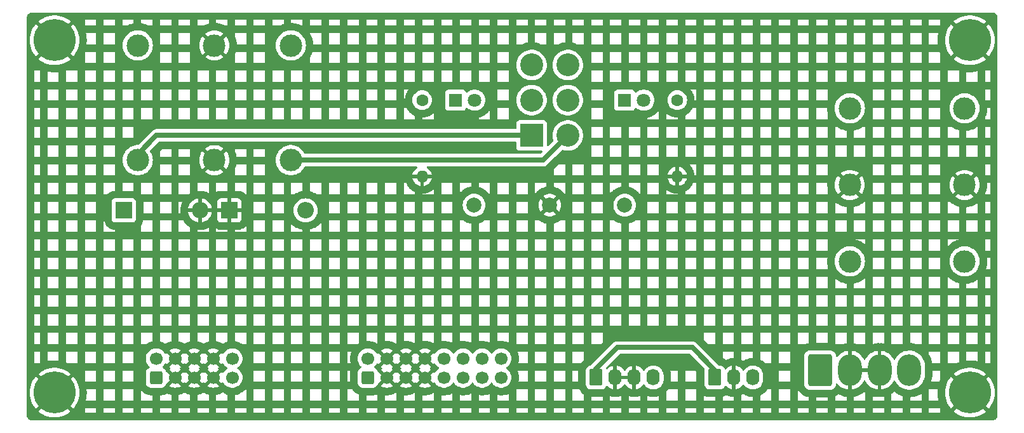
<source format=gbl>
%TF.GenerationSoftware,KiCad,Pcbnew,8.0.6*%
%TF.CreationDate,2025-02-13T13:22:52+00:00*%
%TF.ProjectId,power-distribution-board,706f7765-722d-4646-9973-747269627574,r01*%
%TF.SameCoordinates,Original*%
%TF.FileFunction,Copper,L2,Bot*%
%TF.FilePolarity,Positive*%
%FSLAX46Y46*%
G04 Gerber Fmt 4.6, Leading zero omitted, Abs format (unit mm)*
G04 Created by KiCad (PCBNEW 8.0.6) date 2025-02-13 13:22:52*
%MOMM*%
%LPD*%
G01*
G04 APERTURE LIST*
G04 Aperture macros list*
%AMRoundRect*
0 Rectangle with rounded corners*
0 $1 Rounding radius*
0 $2 $3 $4 $5 $6 $7 $8 $9 X,Y pos of 4 corners*
0 Add a 4 corners polygon primitive as box body*
4,1,4,$2,$3,$4,$5,$6,$7,$8,$9,$2,$3,0*
0 Add four circle primitives for the rounded corners*
1,1,$1+$1,$2,$3*
1,1,$1+$1,$4,$5*
1,1,$1+$1,$6,$7*
1,1,$1+$1,$8,$9*
0 Add four rect primitives between the rounded corners*
20,1,$1+$1,$2,$3,$4,$5,0*
20,1,$1+$1,$4,$5,$6,$7,0*
20,1,$1+$1,$6,$7,$8,$9,0*
20,1,$1+$1,$8,$9,$2,$3,0*%
G04 Aperture macros list end*
%TA.AperFunction,ComponentPad*%
%ADD10R,1.800000X1.800000*%
%TD*%
%TA.AperFunction,ComponentPad*%
%ADD11C,1.800000*%
%TD*%
%TA.AperFunction,ComponentPad*%
%ADD12C,3.000000*%
%TD*%
%TA.AperFunction,ComponentPad*%
%ADD13C,5.600000*%
%TD*%
%TA.AperFunction,ComponentPad*%
%ADD14C,2.000000*%
%TD*%
%TA.AperFunction,ComponentPad*%
%ADD15R,3.048000X3.048000*%
%TD*%
%TA.AperFunction,ComponentPad*%
%ADD16C,3.048000*%
%TD*%
%TA.AperFunction,ComponentPad*%
%ADD17C,1.600000*%
%TD*%
%TA.AperFunction,ComponentPad*%
%ADD18O,1.600000X1.600000*%
%TD*%
%TA.AperFunction,ComponentPad*%
%ADD19RoundRect,0.250000X0.600000X-0.600000X0.600000X0.600000X-0.600000X0.600000X-0.600000X-0.600000X0*%
%TD*%
%TA.AperFunction,ComponentPad*%
%ADD20C,1.700000*%
%TD*%
%TA.AperFunction,ComponentPad*%
%ADD21R,2.200000X2.200000*%
%TD*%
%TA.AperFunction,ComponentPad*%
%ADD22O,2.200000X2.200000*%
%TD*%
%TA.AperFunction,ComponentPad*%
%ADD23RoundRect,0.250000X-0.620000X-0.845000X0.620000X-0.845000X0.620000X0.845000X-0.620000X0.845000X0*%
%TD*%
%TA.AperFunction,ComponentPad*%
%ADD24O,1.740000X2.190000*%
%TD*%
%TA.AperFunction,ComponentPad*%
%ADD25RoundRect,0.250000X-1.330000X-1.850000X1.330000X-1.850000X1.330000X1.850000X-1.330000X1.850000X0*%
%TD*%
%TA.AperFunction,ComponentPad*%
%ADD26O,3.160000X4.200000*%
%TD*%
%TA.AperFunction,Conductor*%
%ADD27C,0.635000*%
%TD*%
G04 APERTURE END LIST*
D10*
%TO.P,D2,1,K*%
%TO.N,-12V*%
X149000000Y-82000000D03*
D11*
%TO.P,D2,2,A*%
%TO.N,Net-(D2-A)*%
X151540000Y-82000000D03*
%TD*%
D10*
%TO.P,D1,1,K*%
%TO.N,Net-(D1-K)*%
X126460000Y-82000000D03*
D11*
%TO.P,D1,2,A*%
%TO.N,+12V*%
X129000000Y-82000000D03*
%TD*%
D12*
%TO.P,J8,1*%
%TO.N,+12V*%
X179000000Y-83100000D03*
X194300000Y-83100000D03*
%TD*%
D13*
%TO.P,H3,1,1*%
%TO.N,GND*%
X195000000Y-74000000D03*
%TD*%
D14*
%TO.P,TP3,1,1*%
%TO.N,GND*%
X139000000Y-96000000D03*
%TD*%
D12*
%TO.P,J9,1*%
%TO.N,-12V*%
X179000000Y-103500000D03*
X194300000Y-103500000D03*
%TD*%
D13*
%TO.P,H1,1,1*%
%TO.N,GND*%
X73000000Y-74000000D03*
%TD*%
D15*
%TO.P,SW1,1,A*%
%TO.N,Net-(D3-K)*%
X136587000Y-86699000D03*
D16*
%TO.P,SW1,2,B*%
%TO.N,+12V*%
X136587000Y-82000000D03*
%TO.P,SW1,3,C*%
%TO.N,unconnected-(SW1A-C-Pad3)*%
X136587000Y-77301000D03*
%TO.P,SW1,4,A*%
%TO.N,Net-(D4-A)*%
X141413000Y-86699000D03*
%TO.P,SW1,5,B*%
%TO.N,-12V*%
X141413000Y-82000000D03*
%TO.P,SW1,6,C*%
%TO.N,unconnected-(SW1B-C-Pad6)*%
X141413000Y-77301000D03*
%TD*%
D17*
%TO.P,R2,1*%
%TO.N,Net-(D2-A)*%
X156000000Y-82000000D03*
D18*
%TO.P,R2,2*%
%TO.N,GND*%
X156000000Y-92160000D03*
%TD*%
D12*
%TO.P,J1,1*%
%TO.N,Net-(D3-K)*%
X84100000Y-90000000D03*
X84100000Y-74700000D03*
%TD*%
D14*
%TO.P,TP1,1,1*%
%TO.N,+12V*%
X128913000Y-96000000D03*
%TD*%
D12*
%TO.P,J3,1*%
%TO.N,GND*%
X94305000Y-90000000D03*
X94305000Y-74700000D03*
%TD*%
D19*
%TO.P,J5,1,-12V*%
%TO.N,-12V*%
X86532500Y-119000000D03*
D20*
%TO.P,J5,2,-12V*%
X86532500Y-116460000D03*
%TO.P,J5,3,GND*%
%TO.N,GND*%
X89072500Y-119000000D03*
%TO.P,J5,4,GND*%
X89072500Y-116460000D03*
%TO.P,J5,5,GND*%
X91612500Y-119000000D03*
%TO.P,J5,6,GND*%
X91612500Y-116460000D03*
%TO.P,J5,7,GND*%
X94152500Y-119000000D03*
%TO.P,J5,8,GND*%
X94152500Y-116460000D03*
%TO.P,J5,9,+12V*%
%TO.N,+12V*%
X96692500Y-119000000D03*
%TO.P,J5,10,+12V*%
X96692500Y-116460000D03*
%TD*%
D21*
%TO.P,D4,1,K*%
%TO.N,GND*%
X96305000Y-96700000D03*
D22*
%TO.P,D4,2,A*%
%TO.N,Net-(D4-A)*%
X106465000Y-96700000D03*
%TD*%
D23*
%TO.P,J7,1,Pin_1*%
%TO.N,+12V*%
X161000000Y-118980000D03*
D24*
%TO.P,J7,2,Pin_2*%
%TO.N,GND*%
X163540000Y-118980000D03*
%TO.P,J7,3,Pin_3*%
%TO.N,-12V*%
X166080000Y-118980000D03*
%TD*%
D23*
%TO.P,J6,1,+12V*%
%TO.N,+12V*%
X145190000Y-118980000D03*
D24*
%TO.P,J6,2,GND*%
%TO.N,GND*%
X147730000Y-118980000D03*
%TO.P,J6,3,GND*%
X150270000Y-118980000D03*
%TO.P,J6,4,-12V*%
%TO.N,-12V*%
X152810000Y-118980000D03*
%TD*%
D21*
%TO.P,D3,1,K*%
%TO.N,Net-(D3-K)*%
X82225000Y-96700000D03*
D22*
%TO.P,D3,2,A*%
%TO.N,GND*%
X92385000Y-96700000D03*
%TD*%
D17*
%TO.P,R1,1*%
%TO.N,Net-(D1-K)*%
X122000000Y-82000000D03*
D18*
%TO.P,R1,2*%
%TO.N,GND*%
X122000000Y-92160000D03*
%TD*%
D13*
%TO.P,H4,1,1*%
%TO.N,GND*%
X195000000Y-121000000D03*
%TD*%
D14*
%TO.P,TP2,1,1*%
%TO.N,-12V*%
X149000000Y-96000000D03*
%TD*%
D13*
%TO.P,H2,1,1*%
%TO.N,GND*%
X73000000Y-121000000D03*
%TD*%
D25*
%TO.P,J11,1,Pin_1*%
%TO.N,+12V*%
X175040000Y-118000000D03*
D26*
%TO.P,J11,2,Pin_2*%
%TO.N,GND*%
X179000000Y-118000000D03*
%TO.P,J11,3,Pin_3*%
X182960000Y-118000000D03*
%TO.P,J11,4,Pin_4*%
%TO.N,-12V*%
X186920000Y-118000000D03*
%TD*%
D19*
%TO.P,J4,1,-12V*%
%TO.N,-12V*%
X114760000Y-119000000D03*
D20*
%TO.P,J4,2,-12V*%
X114760000Y-116460000D03*
%TO.P,J4,3,GND*%
%TO.N,GND*%
X117300000Y-119000000D03*
%TO.P,J4,4,GND*%
X117300000Y-116460000D03*
%TO.P,J4,5,GND*%
X119840000Y-119000000D03*
%TO.P,J4,6,GND*%
X119840000Y-116460000D03*
%TO.P,J4,7,GND*%
X122380000Y-119000000D03*
%TO.P,J4,8,GND*%
X122380000Y-116460000D03*
%TO.P,J4,9,+12V*%
%TO.N,+12V*%
X124920000Y-119000000D03*
%TO.P,J4,10,+12V*%
X124920000Y-116460000D03*
%TO.P,J4,11,+5V*%
%TO.N,unconnected-(J4A-+5V-Pad11)_1*%
X127460000Y-119000000D03*
%TO.P,J4,12,+5V*%
%TO.N,unconnected-(J4A-+5V-Pad11)*%
X127460000Y-116460000D03*
%TO.P,J4,13,CV*%
%TO.N,unconnected-(J4B-CV-Pad13)_1*%
X130000000Y-119000000D03*
%TO.P,J4,14,CV*%
%TO.N,unconnected-(J4B-CV-Pad13)*%
X130000000Y-116460000D03*
%TO.P,J4,15,Gate*%
%TO.N,unconnected-(J4B-Gate-Pad15)*%
X132540000Y-119000000D03*
%TO.P,J4,16,Gate*%
%TO.N,unconnected-(J4B-Gate-Pad15)_1*%
X132540000Y-116460000D03*
%TD*%
D12*
%TO.P,J10,1*%
%TO.N,GND*%
X179000000Y-93305000D03*
X194300000Y-93305000D03*
%TD*%
%TO.P,J2,1*%
%TO.N,Net-(D4-A)*%
X104500000Y-90000000D03*
X104500000Y-74700000D03*
%TD*%
D27*
%TO.N,Net-(D3-K)*%
X136587000Y-86699000D02*
X86606000Y-86699000D01*
X86606000Y-86699000D02*
X84100000Y-89205000D01*
X84100000Y-89205000D02*
X84100000Y-90000000D01*
%TO.N,Net-(D4-A)*%
X141413000Y-86699000D02*
X138112000Y-90000000D01*
X138112000Y-90000000D02*
X104500000Y-90000000D01*
%TO.N,+12V*%
X145190000Y-118980000D02*
X145190000Y-117810000D01*
X145190000Y-117810000D02*
X148000000Y-115000000D01*
X148000000Y-115000000D02*
X158000000Y-115000000D01*
X158000000Y-115000000D02*
X161000000Y-118000000D01*
X161000000Y-118000000D02*
X161000000Y-118980000D01*
%TD*%
%TA.AperFunction,Conductor*%
%TO.N,GND*%
G36*
X182060000Y-117911358D02*
G01*
X182060000Y-118088642D01*
X182092096Y-118250000D01*
X179867904Y-118250000D01*
X179900000Y-118088642D01*
X179900000Y-117911358D01*
X179867904Y-117750000D01*
X182092096Y-117750000D01*
X182060000Y-117911358D01*
G37*
%TD.AperFunction*%
%TA.AperFunction,Conductor*%
G36*
X149715548Y-118750339D02*
G01*
X149675000Y-118901667D01*
X149675000Y-119058333D01*
X149715548Y-119209661D01*
X149727291Y-119230000D01*
X148272709Y-119230000D01*
X148284452Y-119209661D01*
X148325000Y-119058333D01*
X148325000Y-118901667D01*
X148284452Y-118750339D01*
X148272709Y-118730000D01*
X149727291Y-118730000D01*
X149715548Y-118750339D01*
G37*
%TD.AperFunction*%
%TA.AperFunction,Conductor*%
G36*
X91146575Y-116652993D02*
G01*
X91212401Y-116767007D01*
X91305493Y-116860099D01*
X91419507Y-116925925D01*
X91483090Y-116942962D01*
X90851125Y-117574925D01*
X90927531Y-117628425D01*
X90971155Y-117683002D01*
X90978348Y-117752501D01*
X90946826Y-117814855D01*
X90927529Y-117831576D01*
X90851125Y-117885072D01*
X91483090Y-118517037D01*
X91419507Y-118534075D01*
X91305493Y-118599901D01*
X91212401Y-118692993D01*
X91146575Y-118807007D01*
X91129537Y-118870590D01*
X90497572Y-118238625D01*
X90497572Y-118238626D01*
X90444074Y-118315030D01*
X90389498Y-118358655D01*
X90319999Y-118365849D01*
X90257644Y-118334326D01*
X90240924Y-118315030D01*
X90187425Y-118238626D01*
X90187425Y-118238625D01*
X89555462Y-118870589D01*
X89538425Y-118807007D01*
X89472599Y-118692993D01*
X89379507Y-118599901D01*
X89265493Y-118534075D01*
X89201910Y-118517037D01*
X89833873Y-117885073D01*
X89757469Y-117831576D01*
X89713844Y-117776999D01*
X89706650Y-117707501D01*
X89738172Y-117645146D01*
X89757468Y-117628425D01*
X89833873Y-117574925D01*
X89201909Y-116942962D01*
X89265493Y-116925925D01*
X89379507Y-116860099D01*
X89472599Y-116767007D01*
X89538425Y-116652993D01*
X89555462Y-116589410D01*
X90187425Y-117221373D01*
X90240925Y-117144968D01*
X90295502Y-117101344D01*
X90365001Y-117094151D01*
X90427355Y-117125673D01*
X90444076Y-117144969D01*
X90497573Y-117221372D01*
X91129537Y-116589409D01*
X91146575Y-116652993D01*
G37*
%TD.AperFunction*%
%TA.AperFunction,Conductor*%
G36*
X88606575Y-116652993D02*
G01*
X88672401Y-116767007D01*
X88765493Y-116860099D01*
X88879507Y-116925925D01*
X88943090Y-116942962D01*
X88311125Y-117574925D01*
X88387531Y-117628425D01*
X88431155Y-117683002D01*
X88438348Y-117752501D01*
X88406826Y-117814855D01*
X88387529Y-117831576D01*
X88311125Y-117885072D01*
X88943090Y-118517037D01*
X88879507Y-118534075D01*
X88765493Y-118599901D01*
X88672401Y-118692993D01*
X88606575Y-118807007D01*
X88589537Y-118870589D01*
X87950197Y-118231250D01*
X87909496Y-118223070D01*
X87859313Y-118174454D01*
X87849484Y-118152314D01*
X87846211Y-118142436D01*
X87824615Y-118077262D01*
X87731530Y-117926348D01*
X87606152Y-117800970D01*
X87491092Y-117730000D01*
X87455240Y-117707886D01*
X87455230Y-117707882D01*
X87455136Y-117707851D01*
X87455079Y-117707812D01*
X87448695Y-117704835D01*
X87449203Y-117703743D01*
X87397693Y-117668076D01*
X87370872Y-117603559D01*
X87383190Y-117534784D01*
X87417981Y-117492295D01*
X87455740Y-117462906D01*
X87566027Y-117343104D01*
X87608215Y-117297276D01*
X87608215Y-117297275D01*
X87608222Y-117297268D01*
X87702249Y-117153347D01*
X87755394Y-117107994D01*
X87824625Y-117098570D01*
X87887961Y-117128072D01*
X87907631Y-117150049D01*
X87957572Y-117221373D01*
X87957573Y-117221373D01*
X88589537Y-116589409D01*
X88606575Y-116652993D01*
G37*
%TD.AperFunction*%
%TA.AperFunction,Conductor*%
G36*
X93686575Y-116652993D02*
G01*
X93752401Y-116767007D01*
X93845493Y-116860099D01*
X93959507Y-116925925D01*
X94023090Y-116942962D01*
X93391125Y-117574925D01*
X93467531Y-117628425D01*
X93511155Y-117683002D01*
X93518348Y-117752501D01*
X93486826Y-117814855D01*
X93467529Y-117831576D01*
X93391125Y-117885072D01*
X94023090Y-118517037D01*
X93959507Y-118534075D01*
X93845493Y-118599901D01*
X93752401Y-118692993D01*
X93686575Y-118807007D01*
X93669537Y-118870589D01*
X93037573Y-118238625D01*
X93037572Y-118238626D01*
X92984074Y-118315030D01*
X92929498Y-118358655D01*
X92859999Y-118365849D01*
X92797644Y-118334326D01*
X92780924Y-118315030D01*
X92727425Y-118238626D01*
X92727425Y-118238625D01*
X92095462Y-118870589D01*
X92078425Y-118807007D01*
X92012599Y-118692993D01*
X91919507Y-118599901D01*
X91805493Y-118534075D01*
X91741910Y-118517037D01*
X92373873Y-117885073D01*
X92297469Y-117831576D01*
X92253844Y-117776999D01*
X92246650Y-117707501D01*
X92278172Y-117645146D01*
X92297468Y-117628425D01*
X92373873Y-117574925D01*
X91741909Y-116942962D01*
X91805493Y-116925925D01*
X91919507Y-116860099D01*
X92012599Y-116767007D01*
X92078425Y-116652993D01*
X92095462Y-116589410D01*
X92727425Y-117221373D01*
X92780925Y-117144968D01*
X92835502Y-117101344D01*
X92905001Y-117094151D01*
X92967355Y-117125673D01*
X92984076Y-117144969D01*
X93037573Y-117221372D01*
X93669537Y-116589409D01*
X93686575Y-116652993D01*
G37*
%TD.AperFunction*%
%TA.AperFunction,Conductor*%
G36*
X95267425Y-117221373D02*
G01*
X95317368Y-117150048D01*
X95371945Y-117106424D01*
X95441444Y-117099231D01*
X95503798Y-117130753D01*
X95522751Y-117153350D01*
X95616776Y-117297265D01*
X95616784Y-117297276D01*
X95750828Y-117442884D01*
X95769260Y-117462906D01*
X95946924Y-117601189D01*
X95946929Y-117601191D01*
X95946931Y-117601193D01*
X95983430Y-117620946D01*
X96033020Y-117670165D01*
X96048128Y-117738382D01*
X96023957Y-117803937D01*
X95983430Y-117839054D01*
X95946931Y-117858806D01*
X95946922Y-117858812D01*
X95769261Y-117997092D01*
X95769256Y-117997097D01*
X95616784Y-118162723D01*
X95616780Y-118162729D01*
X95522750Y-118306651D01*
X95469603Y-118352007D01*
X95400372Y-118361430D01*
X95337036Y-118331927D01*
X95317366Y-118309951D01*
X95267424Y-118238626D01*
X94635462Y-118870589D01*
X94618425Y-118807007D01*
X94552599Y-118692993D01*
X94459507Y-118599901D01*
X94345493Y-118534075D01*
X94281910Y-118517037D01*
X94913873Y-117885073D01*
X94837469Y-117831576D01*
X94793844Y-117776999D01*
X94786650Y-117707501D01*
X94818172Y-117645146D01*
X94837468Y-117628425D01*
X94913873Y-117574925D01*
X94281909Y-116942962D01*
X94345493Y-116925925D01*
X94459507Y-116860099D01*
X94552599Y-116767007D01*
X94618425Y-116652993D01*
X94635462Y-116589410D01*
X95267425Y-117221373D01*
G37*
%TD.AperFunction*%
%TA.AperFunction,Conductor*%
G36*
X116834075Y-116652993D02*
G01*
X116899901Y-116767007D01*
X116992993Y-116860099D01*
X117107007Y-116925925D01*
X117170590Y-116942962D01*
X116538625Y-117574925D01*
X116615031Y-117628425D01*
X116658655Y-117683002D01*
X116665848Y-117752501D01*
X116634326Y-117814855D01*
X116615029Y-117831576D01*
X116538625Y-117885072D01*
X117170590Y-118517037D01*
X117107007Y-118534075D01*
X116992993Y-118599901D01*
X116899901Y-118692993D01*
X116834075Y-118807007D01*
X116817037Y-118870590D01*
X116177697Y-118231250D01*
X116136996Y-118223070D01*
X116086813Y-118174454D01*
X116076984Y-118152314D01*
X116073711Y-118142436D01*
X116052115Y-118077262D01*
X115959030Y-117926348D01*
X115833652Y-117800970D01*
X115718592Y-117730000D01*
X115682740Y-117707886D01*
X115682730Y-117707882D01*
X115682636Y-117707851D01*
X115682579Y-117707812D01*
X115676195Y-117704835D01*
X115676703Y-117703743D01*
X115625193Y-117668076D01*
X115598372Y-117603559D01*
X115610690Y-117534784D01*
X115645481Y-117492295D01*
X115683240Y-117462906D01*
X115793527Y-117343104D01*
X115835715Y-117297276D01*
X115835715Y-117297275D01*
X115835722Y-117297268D01*
X115929749Y-117153347D01*
X115982894Y-117107994D01*
X116052125Y-117098570D01*
X116115461Y-117128072D01*
X116135131Y-117150049D01*
X116185072Y-117221373D01*
X116185073Y-117221373D01*
X116817037Y-116589409D01*
X116834075Y-116652993D01*
G37*
%TD.AperFunction*%
%TA.AperFunction,Conductor*%
G36*
X119374075Y-116652993D02*
G01*
X119439901Y-116767007D01*
X119532993Y-116860099D01*
X119647007Y-116925925D01*
X119710590Y-116942962D01*
X119078625Y-117574925D01*
X119155031Y-117628425D01*
X119198655Y-117683002D01*
X119205848Y-117752501D01*
X119174326Y-117814855D01*
X119155029Y-117831576D01*
X119078625Y-117885072D01*
X119710590Y-118517037D01*
X119647007Y-118534075D01*
X119532993Y-118599901D01*
X119439901Y-118692993D01*
X119374075Y-118807007D01*
X119357037Y-118870589D01*
X118725073Y-118238625D01*
X118725072Y-118238626D01*
X118671574Y-118315030D01*
X118616998Y-118358655D01*
X118547499Y-118365849D01*
X118485144Y-118334326D01*
X118468424Y-118315030D01*
X118414925Y-118238626D01*
X118414925Y-118238625D01*
X117782962Y-118870589D01*
X117765925Y-118807007D01*
X117700099Y-118692993D01*
X117607007Y-118599901D01*
X117492993Y-118534075D01*
X117429410Y-118517037D01*
X118061373Y-117885073D01*
X117984969Y-117831576D01*
X117941344Y-117776999D01*
X117934150Y-117707501D01*
X117965672Y-117645146D01*
X117984968Y-117628425D01*
X118061373Y-117574925D01*
X117429409Y-116942962D01*
X117492993Y-116925925D01*
X117607007Y-116860099D01*
X117700099Y-116767007D01*
X117765925Y-116652993D01*
X117782962Y-116589410D01*
X118414925Y-117221373D01*
X118468425Y-117144968D01*
X118523002Y-117101344D01*
X118592501Y-117094151D01*
X118654855Y-117125673D01*
X118671576Y-117144969D01*
X118725073Y-117221372D01*
X119357037Y-116589409D01*
X119374075Y-116652993D01*
G37*
%TD.AperFunction*%
%TA.AperFunction,Conductor*%
G36*
X121914075Y-116652993D02*
G01*
X121979901Y-116767007D01*
X122072993Y-116860099D01*
X122187007Y-116925925D01*
X122250590Y-116942962D01*
X121618625Y-117574925D01*
X121695031Y-117628425D01*
X121738655Y-117683002D01*
X121745848Y-117752501D01*
X121714326Y-117814855D01*
X121695029Y-117831576D01*
X121618625Y-117885072D01*
X122250590Y-118517037D01*
X122187007Y-118534075D01*
X122072993Y-118599901D01*
X121979901Y-118692993D01*
X121914075Y-118807007D01*
X121897037Y-118870589D01*
X121265073Y-118238625D01*
X121265072Y-118238626D01*
X121211574Y-118315030D01*
X121156998Y-118358655D01*
X121087499Y-118365849D01*
X121025144Y-118334326D01*
X121008424Y-118315030D01*
X120954925Y-118238626D01*
X120954925Y-118238625D01*
X120322962Y-118870589D01*
X120305925Y-118807007D01*
X120240099Y-118692993D01*
X120147007Y-118599901D01*
X120032993Y-118534075D01*
X119969410Y-118517037D01*
X120601373Y-117885073D01*
X120524969Y-117831576D01*
X120481344Y-117776999D01*
X120474150Y-117707501D01*
X120505672Y-117645146D01*
X120524968Y-117628425D01*
X120601373Y-117574925D01*
X119969409Y-116942962D01*
X120032993Y-116925925D01*
X120147007Y-116860099D01*
X120240099Y-116767007D01*
X120305925Y-116652993D01*
X120322962Y-116589410D01*
X120954925Y-117221373D01*
X121008425Y-117144968D01*
X121063002Y-117101344D01*
X121132501Y-117094151D01*
X121194855Y-117125673D01*
X121211576Y-117144969D01*
X121265073Y-117221372D01*
X121897037Y-116589409D01*
X121914075Y-116652993D01*
G37*
%TD.AperFunction*%
%TA.AperFunction,Conductor*%
G36*
X123494925Y-117221373D02*
G01*
X123544868Y-117150048D01*
X123599445Y-117106424D01*
X123668944Y-117099231D01*
X123731298Y-117130753D01*
X123750251Y-117153350D01*
X123844276Y-117297265D01*
X123844284Y-117297276D01*
X123978328Y-117442884D01*
X123996760Y-117462906D01*
X124174424Y-117601189D01*
X124174429Y-117601191D01*
X124174431Y-117601193D01*
X124210930Y-117620946D01*
X124260520Y-117670165D01*
X124275628Y-117738382D01*
X124251457Y-117803937D01*
X124210930Y-117839054D01*
X124174431Y-117858806D01*
X124174422Y-117858812D01*
X123996761Y-117997092D01*
X123996756Y-117997097D01*
X123844284Y-118162723D01*
X123844280Y-118162729D01*
X123750250Y-118306651D01*
X123697103Y-118352007D01*
X123627872Y-118361430D01*
X123564536Y-118331927D01*
X123544866Y-118309951D01*
X123494924Y-118238626D01*
X122862962Y-118870589D01*
X122845925Y-118807007D01*
X122780099Y-118692993D01*
X122687007Y-118599901D01*
X122572993Y-118534075D01*
X122509410Y-118517037D01*
X123141373Y-117885073D01*
X123064969Y-117831576D01*
X123021344Y-117776999D01*
X123014150Y-117707501D01*
X123045672Y-117645146D01*
X123064968Y-117628425D01*
X123141373Y-117574925D01*
X122509409Y-116942962D01*
X122572993Y-116925925D01*
X122687007Y-116860099D01*
X122780099Y-116767007D01*
X122845925Y-116652993D01*
X122862962Y-116589410D01*
X123494925Y-117221373D01*
G37*
%TD.AperFunction*%
%TA.AperFunction,Conductor*%
G36*
X198006061Y-70305896D02*
G01*
X198123376Y-70317451D01*
X198147211Y-70322191D01*
X198254174Y-70354639D01*
X198276614Y-70363934D01*
X198375185Y-70416621D01*
X198395395Y-70430125D01*
X198481786Y-70501025D01*
X198498974Y-70518213D01*
X198569874Y-70604604D01*
X198583379Y-70624816D01*
X198636062Y-70723379D01*
X198645362Y-70745830D01*
X198666532Y-70815616D01*
X198677806Y-70852782D01*
X198682548Y-70876622D01*
X198694103Y-70993937D01*
X198694700Y-71006092D01*
X198694700Y-123993907D01*
X198694103Y-124006062D01*
X198682548Y-124123377D01*
X198677806Y-124147217D01*
X198645365Y-124254162D01*
X198636062Y-124276620D01*
X198583379Y-124375183D01*
X198569874Y-124395395D01*
X198498974Y-124481786D01*
X198481786Y-124498974D01*
X198395395Y-124569874D01*
X198375183Y-124583379D01*
X198276620Y-124636062D01*
X198254165Y-124645363D01*
X198200689Y-124661585D01*
X198147217Y-124677806D01*
X198123377Y-124682548D01*
X198022366Y-124692497D01*
X198006060Y-124694103D01*
X197993908Y-124694700D01*
X70006092Y-124694700D01*
X69993939Y-124694103D01*
X69975773Y-124692313D01*
X69876622Y-124682548D01*
X69852782Y-124677806D01*
X69836683Y-124672922D01*
X69745830Y-124645362D01*
X69723379Y-124636062D01*
X69624816Y-124583379D01*
X69604604Y-124569874D01*
X69518213Y-124498974D01*
X69501025Y-124481786D01*
X69430125Y-124395395D01*
X69416620Y-124375183D01*
X69363934Y-124276614D01*
X69354639Y-124254174D01*
X69322191Y-124147211D01*
X69317451Y-124123376D01*
X69305897Y-124006061D01*
X69305300Y-123993907D01*
X69305300Y-120999997D01*
X69695153Y-120999997D01*
X69695153Y-121000002D01*
X69714526Y-121357314D01*
X69714527Y-121357331D01*
X69772415Y-121710431D01*
X69772421Y-121710457D01*
X69868147Y-122055232D01*
X69868149Y-122055239D01*
X70000597Y-122387659D01*
X70000606Y-122387677D01*
X70168218Y-122703827D01*
X70369024Y-122999994D01*
X70369035Y-123000008D01*
X70496441Y-123150002D01*
X70496442Y-123150002D01*
X71705747Y-121940697D01*
X71779588Y-122042330D01*
X71957670Y-122220412D01*
X72059300Y-122294251D01*
X70847257Y-123506294D01*
X70860495Y-123518836D01*
X71145367Y-123735388D01*
X71145370Y-123735390D01*
X71451990Y-123919876D01*
X71776739Y-124070122D01*
X71776744Y-124070123D01*
X72115855Y-124184383D01*
X72465339Y-124261311D01*
X72821075Y-124299999D01*
X72821085Y-124300000D01*
X73178915Y-124300000D01*
X73178924Y-124299999D01*
X73534660Y-124261311D01*
X73884144Y-124184383D01*
X74223255Y-124070123D01*
X74223260Y-124070122D01*
X74548009Y-123919876D01*
X74854629Y-123735390D01*
X74854632Y-123735388D01*
X74905525Y-123696700D01*
X77053300Y-123696700D01*
X78555300Y-123696700D01*
X79553300Y-123696700D01*
X81055300Y-123696700D01*
X82053300Y-123696700D01*
X83555300Y-123696700D01*
X84553300Y-123696700D01*
X86055300Y-123696700D01*
X87053300Y-123696700D01*
X88555300Y-123696700D01*
X89553300Y-123696700D01*
X91055300Y-123696700D01*
X92053300Y-123696700D01*
X93555300Y-123696700D01*
X94553300Y-123696700D01*
X96055300Y-123696700D01*
X97053300Y-123696700D01*
X98555300Y-123696700D01*
X99553300Y-123696700D01*
X101055300Y-123696700D01*
X102053300Y-123696700D01*
X103555300Y-123696700D01*
X104553300Y-123696700D01*
X106055300Y-123696700D01*
X107053300Y-123696700D01*
X108555300Y-123696700D01*
X109553300Y-123696700D01*
X111055300Y-123696700D01*
X112053300Y-123696700D01*
X113555300Y-123696700D01*
X114553300Y-123696700D01*
X116055300Y-123696700D01*
X117053300Y-123696700D01*
X118555300Y-123696700D01*
X119553300Y-123696700D01*
X121055300Y-123696700D01*
X122053300Y-123696700D01*
X123555300Y-123696700D01*
X124553300Y-123696700D01*
X126055300Y-123696700D01*
X127053300Y-123696700D01*
X128555300Y-123696700D01*
X129553300Y-123696700D01*
X131055300Y-123696700D01*
X132053300Y-123696700D01*
X133555300Y-123696700D01*
X134553300Y-123696700D01*
X136055300Y-123696700D01*
X137053300Y-123696700D01*
X138555300Y-123696700D01*
X139553300Y-123696700D01*
X141055300Y-123696700D01*
X142053300Y-123696700D01*
X143555300Y-123696700D01*
X144553300Y-123696700D01*
X146055300Y-123696700D01*
X147053300Y-123696700D01*
X148555300Y-123696700D01*
X149553300Y-123696700D01*
X151055300Y-123696700D01*
X152053300Y-123696700D01*
X153555300Y-123696700D01*
X154553300Y-123696700D01*
X156055300Y-123696700D01*
X157053300Y-123696700D01*
X158555300Y-123696700D01*
X159553300Y-123696700D01*
X161055300Y-123696700D01*
X162053300Y-123696700D01*
X163555300Y-123696700D01*
X164553300Y-123696700D01*
X166055300Y-123696700D01*
X167053300Y-123696700D01*
X168555300Y-123696700D01*
X169553300Y-123696700D01*
X171055300Y-123696700D01*
X172053300Y-123696700D01*
X173555300Y-123696700D01*
X174553300Y-123696700D01*
X176055300Y-123696700D01*
X177053300Y-123696700D01*
X178555300Y-123696700D01*
X179553300Y-123696700D01*
X181055300Y-123696700D01*
X182053300Y-123696700D01*
X183555300Y-123696700D01*
X184553300Y-123696700D01*
X186055300Y-123696700D01*
X187053300Y-123696700D01*
X188555300Y-123696700D01*
X189553300Y-123696700D01*
X191055300Y-123696700D01*
X191055300Y-123053300D01*
X189553300Y-123053300D01*
X189553300Y-123696700D01*
X188555300Y-123696700D01*
X188555300Y-123053300D01*
X187053300Y-123053300D01*
X187053300Y-123696700D01*
X186055300Y-123696700D01*
X186055300Y-123053300D01*
X184553300Y-123053300D01*
X184553300Y-123696700D01*
X183555300Y-123696700D01*
X183555300Y-123053300D01*
X182053300Y-123053300D01*
X182053300Y-123696700D01*
X181055300Y-123696700D01*
X181055300Y-123053300D01*
X179553300Y-123053300D01*
X179553300Y-123696700D01*
X178555300Y-123696700D01*
X178555300Y-123053300D01*
X177053300Y-123053300D01*
X177053300Y-123696700D01*
X176055300Y-123696700D01*
X176055300Y-123053300D01*
X174553300Y-123053300D01*
X174553300Y-123696700D01*
X173555300Y-123696700D01*
X173555300Y-123053300D01*
X172053300Y-123053300D01*
X172053300Y-123696700D01*
X171055300Y-123696700D01*
X171055300Y-123053300D01*
X169553300Y-123053300D01*
X169553300Y-123696700D01*
X168555300Y-123696700D01*
X168555300Y-123053300D01*
X167053300Y-123053300D01*
X167053300Y-123696700D01*
X166055300Y-123696700D01*
X166055300Y-123053300D01*
X164553300Y-123053300D01*
X164553300Y-123696700D01*
X163555300Y-123696700D01*
X163555300Y-123053300D01*
X162053300Y-123053300D01*
X162053300Y-123696700D01*
X161055300Y-123696700D01*
X161055300Y-123053300D01*
X159553300Y-123053300D01*
X159553300Y-123696700D01*
X158555300Y-123696700D01*
X158555300Y-123053300D01*
X157053300Y-123053300D01*
X157053300Y-123696700D01*
X156055300Y-123696700D01*
X156055300Y-123053300D01*
X154553300Y-123053300D01*
X154553300Y-123696700D01*
X153555300Y-123696700D01*
X153555300Y-123053300D01*
X152053300Y-123053300D01*
X152053300Y-123696700D01*
X151055300Y-123696700D01*
X151055300Y-123053300D01*
X149553300Y-123053300D01*
X149553300Y-123696700D01*
X148555300Y-123696700D01*
X148555300Y-123053300D01*
X147053300Y-123053300D01*
X147053300Y-123696700D01*
X146055300Y-123696700D01*
X146055300Y-123053300D01*
X144553300Y-123053300D01*
X144553300Y-123696700D01*
X143555300Y-123696700D01*
X143555300Y-123053300D01*
X142053300Y-123053300D01*
X142053300Y-123696700D01*
X141055300Y-123696700D01*
X141055300Y-123053300D01*
X139553300Y-123053300D01*
X139553300Y-123696700D01*
X138555300Y-123696700D01*
X138555300Y-123053300D01*
X137053300Y-123053300D01*
X137053300Y-123696700D01*
X136055300Y-123696700D01*
X136055300Y-123053300D01*
X134553300Y-123053300D01*
X134553300Y-123696700D01*
X133555300Y-123696700D01*
X133555300Y-123053300D01*
X132053300Y-123053300D01*
X132053300Y-123696700D01*
X131055300Y-123696700D01*
X131055300Y-123053300D01*
X129553300Y-123053300D01*
X129553300Y-123696700D01*
X128555300Y-123696700D01*
X128555300Y-123053300D01*
X127053300Y-123053300D01*
X127053300Y-123696700D01*
X126055300Y-123696700D01*
X126055300Y-123053300D01*
X124553300Y-123053300D01*
X124553300Y-123696700D01*
X123555300Y-123696700D01*
X123555300Y-123053300D01*
X122053300Y-123053300D01*
X122053300Y-123696700D01*
X121055300Y-123696700D01*
X121055300Y-123053300D01*
X119553300Y-123053300D01*
X119553300Y-123696700D01*
X118555300Y-123696700D01*
X118555300Y-123053300D01*
X117053300Y-123053300D01*
X117053300Y-123696700D01*
X116055300Y-123696700D01*
X116055300Y-123053300D01*
X114553300Y-123053300D01*
X114553300Y-123696700D01*
X113555300Y-123696700D01*
X113555300Y-123053300D01*
X112053300Y-123053300D01*
X112053300Y-123696700D01*
X111055300Y-123696700D01*
X111055300Y-123053300D01*
X109553300Y-123053300D01*
X109553300Y-123696700D01*
X108555300Y-123696700D01*
X108555300Y-123053300D01*
X107053300Y-123053300D01*
X107053300Y-123696700D01*
X106055300Y-123696700D01*
X106055300Y-123053300D01*
X104553300Y-123053300D01*
X104553300Y-123696700D01*
X103555300Y-123696700D01*
X103555300Y-123053300D01*
X102053300Y-123053300D01*
X102053300Y-123696700D01*
X101055300Y-123696700D01*
X101055300Y-123053300D01*
X99553300Y-123053300D01*
X99553300Y-123696700D01*
X98555300Y-123696700D01*
X98555300Y-123053300D01*
X97053300Y-123053300D01*
X97053300Y-123696700D01*
X96055300Y-123696700D01*
X96055300Y-123053300D01*
X94553300Y-123053300D01*
X94553300Y-123696700D01*
X93555300Y-123696700D01*
X93555300Y-123053300D01*
X92053300Y-123053300D01*
X92053300Y-123696700D01*
X91055300Y-123696700D01*
X91055300Y-123053300D01*
X89553300Y-123053300D01*
X89553300Y-123696700D01*
X88555300Y-123696700D01*
X88555300Y-123053300D01*
X87053300Y-123053300D01*
X87053300Y-123696700D01*
X86055300Y-123696700D01*
X86055300Y-123053300D01*
X84553300Y-123053300D01*
X84553300Y-123696700D01*
X83555300Y-123696700D01*
X83555300Y-123053300D01*
X82053300Y-123053300D01*
X82053300Y-123696700D01*
X81055300Y-123696700D01*
X81055300Y-123053300D01*
X79553300Y-123053300D01*
X79553300Y-123696700D01*
X78555300Y-123696700D01*
X78555300Y-123053300D01*
X77053300Y-123053300D01*
X77053300Y-123696700D01*
X74905525Y-123696700D01*
X75139509Y-123518831D01*
X75152742Y-123506295D01*
X75152742Y-123506294D01*
X73940699Y-122294251D01*
X74042330Y-122220412D01*
X74220412Y-122042330D01*
X74294251Y-121940698D01*
X75503556Y-123150002D01*
X75630972Y-122999998D01*
X75630975Y-122999994D01*
X75831781Y-122703827D01*
X75999393Y-122387677D01*
X75999402Y-122387659D01*
X76131826Y-122055300D01*
X77167586Y-122055300D01*
X78555300Y-122055300D01*
X79553300Y-122055300D01*
X81055300Y-122055300D01*
X82053300Y-122055300D01*
X83555300Y-122055300D01*
X84553300Y-122055300D01*
X86055300Y-122055300D01*
X86055300Y-121356499D01*
X87053300Y-121356499D01*
X87053300Y-122055300D01*
X88555300Y-122055300D01*
X88555300Y-121301998D01*
X89553300Y-121301998D01*
X89553300Y-122055300D01*
X91055300Y-122055300D01*
X91055300Y-121311367D01*
X92053300Y-121311367D01*
X92053300Y-122055300D01*
X93555300Y-122055300D01*
X93555300Y-121318785D01*
X94553300Y-121318785D01*
X94553300Y-122055300D01*
X96055300Y-122055300D01*
X96055300Y-121328877D01*
X97053300Y-121328877D01*
X97053300Y-122055300D01*
X98555300Y-122055300D01*
X99553300Y-122055300D01*
X101055300Y-122055300D01*
X102053300Y-122055300D01*
X103555300Y-122055300D01*
X104553300Y-122055300D01*
X106055300Y-122055300D01*
X107053300Y-122055300D01*
X108555300Y-122055300D01*
X109553300Y-122055300D01*
X111055300Y-122055300D01*
X112053300Y-122055300D01*
X113555300Y-122055300D01*
X113555300Y-121356499D01*
X114553300Y-121356499D01*
X114553300Y-122055300D01*
X116055300Y-122055300D01*
X116055300Y-121335385D01*
X117053300Y-121335385D01*
X117053300Y-122055300D01*
X118555300Y-122055300D01*
X118555300Y-121331885D01*
X119553300Y-121331885D01*
X119553300Y-122055300D01*
X121055300Y-122055300D01*
X121055300Y-121328386D01*
X122053300Y-121328386D01*
X122053300Y-122055300D01*
X123555300Y-122055300D01*
X123555300Y-121327892D01*
X124553300Y-121327892D01*
X124553300Y-122055300D01*
X126055300Y-122055300D01*
X126055300Y-121321218D01*
X127053300Y-121321218D01*
X127053300Y-122055300D01*
X128555300Y-122055300D01*
X128555300Y-121314543D01*
X129553300Y-121314543D01*
X129553300Y-122055300D01*
X131055300Y-122055300D01*
X131055300Y-121307868D01*
X132053300Y-121307868D01*
X132053300Y-122055300D01*
X133555300Y-122055300D01*
X134553300Y-122055300D01*
X136055300Y-122055300D01*
X137053300Y-122055300D01*
X138555300Y-122055300D01*
X139553300Y-122055300D01*
X141055300Y-122055300D01*
X142053300Y-122055300D01*
X143555300Y-122055300D01*
X143555300Y-121581499D01*
X144553300Y-121581499D01*
X144553300Y-122055300D01*
X146055300Y-122055300D01*
X146055300Y-121566797D01*
X145949326Y-121577623D01*
X145946185Y-121577904D01*
X145927142Y-121579361D01*
X145923989Y-121579561D01*
X145898621Y-121580853D01*
X145895466Y-121580974D01*
X145876393Y-121581459D01*
X145873241Y-121581499D01*
X144553300Y-121581499D01*
X143555300Y-121581499D01*
X143555300Y-121474989D01*
X147053300Y-121474989D01*
X147053300Y-122055300D01*
X148555300Y-122055300D01*
X148555300Y-121461992D01*
X149553300Y-121461992D01*
X149553300Y-122055300D01*
X151055300Y-122055300D01*
X152053300Y-122055300D01*
X153555300Y-122055300D01*
X153555300Y-121461637D01*
X153422564Y-121504766D01*
X153417904Y-121506180D01*
X153389562Y-121514173D01*
X153384857Y-121515400D01*
X153346740Y-121524553D01*
X153341977Y-121525599D01*
X153313078Y-121531347D01*
X153308286Y-121532202D01*
X153055244Y-121572281D01*
X153050414Y-121572949D01*
X153021142Y-121576412D01*
X153016298Y-121576889D01*
X152977218Y-121579963D01*
X152972359Y-121580250D01*
X152942945Y-121581405D01*
X152938080Y-121581500D01*
X152681920Y-121581500D01*
X152677055Y-121581405D01*
X152647641Y-121580250D01*
X152642782Y-121579963D01*
X152603702Y-121576889D01*
X152598858Y-121576412D01*
X152569586Y-121572949D01*
X152564756Y-121572281D01*
X152311714Y-121532202D01*
X152306922Y-121531347D01*
X152278023Y-121525599D01*
X152273260Y-121524553D01*
X152235143Y-121515400D01*
X152230438Y-121514173D01*
X152202096Y-121506180D01*
X152197436Y-121504766D01*
X152053300Y-121457933D01*
X152053300Y-122055300D01*
X151055300Y-122055300D01*
X151055300Y-121439703D01*
X150880556Y-121496481D01*
X150875894Y-121497895D01*
X150847515Y-121505898D01*
X150842796Y-121507129D01*
X150804678Y-121516277D01*
X150799928Y-121517319D01*
X150771066Y-121523059D01*
X150766277Y-121523914D01*
X150457133Y-121572878D01*
X150404076Y-121569749D01*
X150270000Y-121531935D01*
X150135924Y-121569749D01*
X150082867Y-121572878D01*
X149773723Y-121523914D01*
X149768934Y-121523059D01*
X149740072Y-121517319D01*
X149735322Y-121516277D01*
X149697204Y-121507129D01*
X149692485Y-121505898D01*
X149664106Y-121497895D01*
X149659444Y-121496481D01*
X149553300Y-121461992D01*
X148555300Y-121461992D01*
X148555300Y-121426706D01*
X148340556Y-121496481D01*
X148335894Y-121497895D01*
X148307515Y-121505898D01*
X148302796Y-121507129D01*
X148264678Y-121516277D01*
X148259928Y-121517319D01*
X148231066Y-121523059D01*
X148226277Y-121523914D01*
X147917133Y-121572878D01*
X147864076Y-121569749D01*
X147730000Y-121531935D01*
X147595924Y-121569749D01*
X147542867Y-121572878D01*
X147233723Y-121523914D01*
X147228934Y-121523059D01*
X147200072Y-121517319D01*
X147195322Y-121516277D01*
X147157204Y-121507129D01*
X147152485Y-121505898D01*
X147124106Y-121497895D01*
X147119443Y-121496481D01*
X147053300Y-121474989D01*
X143555300Y-121474989D01*
X143555300Y-121262883D01*
X143547699Y-121258195D01*
X143541671Y-121254230D01*
X143505912Y-121229191D01*
X143500125Y-121224883D01*
X143454559Y-121188853D01*
X143449033Y-121184216D01*
X143416435Y-121155205D01*
X143411191Y-121150257D01*
X143244743Y-120983809D01*
X143239795Y-120978565D01*
X143210784Y-120945967D01*
X143206147Y-120940441D01*
X143170117Y-120894875D01*
X143165809Y-120889088D01*
X143140770Y-120853329D01*
X143136806Y-120847302D01*
X143121556Y-120822578D01*
X154553300Y-120822578D01*
X154553300Y-122055300D01*
X156055300Y-122055300D01*
X157053300Y-122055300D01*
X158555300Y-122055300D01*
X159553300Y-122055300D01*
X161055300Y-122055300D01*
X161055300Y-121581499D01*
X160316760Y-121581500D01*
X160313608Y-121581460D01*
X160294537Y-121580975D01*
X160291383Y-121580855D01*
X160266012Y-121579563D01*
X160262861Y-121579362D01*
X160243812Y-121577905D01*
X160240666Y-121577624D01*
X160097056Y-121562952D01*
X160090352Y-121562082D01*
X160049940Y-121555712D01*
X160043290Y-121554477D01*
X159990041Y-121543078D01*
X159983469Y-121541482D01*
X159946703Y-121531487D01*
X162053300Y-121531487D01*
X162053300Y-122055300D01*
X163555300Y-122055300D01*
X163555300Y-121536251D01*
X163539998Y-121531936D01*
X163405924Y-121569749D01*
X163352867Y-121572878D01*
X163043723Y-121523914D01*
X163038934Y-121523059D01*
X163010072Y-121517319D01*
X163005322Y-121516277D01*
X162967204Y-121507129D01*
X162962485Y-121505898D01*
X162934106Y-121497895D01*
X162929444Y-121496481D01*
X162687074Y-121417730D01*
X162682477Y-121416136D01*
X162654867Y-121405951D01*
X162650338Y-121404179D01*
X162614122Y-121389181D01*
X162609655Y-121387227D01*
X162582879Y-121374884D01*
X162578495Y-121372758D01*
X162526700Y-121346367D01*
X164553300Y-121346367D01*
X164553300Y-122055300D01*
X166055300Y-122055300D01*
X166055300Y-121581500D01*
X165951920Y-121581500D01*
X165947055Y-121581405D01*
X165917641Y-121580250D01*
X165912782Y-121579963D01*
X165873702Y-121576889D01*
X165868858Y-121576412D01*
X165839586Y-121572949D01*
X165834756Y-121572281D01*
X165581714Y-121532202D01*
X165576922Y-121531347D01*
X165548023Y-121525599D01*
X165543260Y-121524553D01*
X165505143Y-121515400D01*
X165500438Y-121514173D01*
X165472096Y-121506180D01*
X165467436Y-121504766D01*
X165223811Y-121425607D01*
X165219214Y-121424013D01*
X165191604Y-121413828D01*
X165187075Y-121412056D01*
X165150859Y-121397058D01*
X165146394Y-121395105D01*
X165119619Y-121382763D01*
X165115233Y-121380636D01*
X165106700Y-121376288D01*
X167053300Y-121376288D01*
X167053300Y-122055300D01*
X168555300Y-122055300D01*
X169553300Y-122055300D01*
X171055300Y-122055300D01*
X172053300Y-122055300D01*
X173555300Y-122055300D01*
X174553300Y-122055300D01*
X176055300Y-122055300D01*
X176055300Y-121606499D01*
X174553300Y-121606499D01*
X174553300Y-122055300D01*
X173555300Y-122055300D01*
X173555300Y-121601054D01*
X173427056Y-121587952D01*
X173420352Y-121587082D01*
X173379940Y-121580712D01*
X173373290Y-121579477D01*
X173320041Y-121568078D01*
X173313469Y-121566482D01*
X173273981Y-121555747D01*
X173267507Y-121553796D01*
X173045780Y-121480324D01*
X173039002Y-121477857D01*
X173026698Y-121472969D01*
X177053300Y-121472969D01*
X177053300Y-122055300D01*
X178555300Y-122055300D01*
X178555300Y-121566013D01*
X178446885Y-121551741D01*
X178446696Y-121551713D01*
X179553300Y-121551713D01*
X179553300Y-122055300D01*
X181055300Y-122055300D01*
X182053300Y-122055300D01*
X183555300Y-122055300D01*
X183555300Y-121544439D01*
X183545345Y-121546420D01*
X183541352Y-121547147D01*
X183517130Y-121551146D01*
X183513116Y-121551741D01*
X183123962Y-121602972D01*
X183071781Y-121598694D01*
X182960000Y-121564785D01*
X182848219Y-121598694D01*
X182796038Y-121602972D01*
X182406884Y-121551741D01*
X182402870Y-121551146D01*
X182378648Y-121547147D01*
X182374655Y-121546420D01*
X182342617Y-121540047D01*
X182338652Y-121539191D01*
X182314750Y-121533618D01*
X182310813Y-121532632D01*
X182053300Y-121463630D01*
X182053300Y-122055300D01*
X181055300Y-122055300D01*
X181055300Y-121154276D01*
X184553300Y-121154276D01*
X184553300Y-122055300D01*
X186055300Y-122055300D01*
X186055300Y-121606500D01*
X187053300Y-121606500D01*
X187053300Y-122055300D01*
X188555300Y-122055300D01*
X189553300Y-122055300D01*
X190832414Y-122055300D01*
X190807178Y-121964410D01*
X190806323Y-121961163D01*
X190801418Y-121941440D01*
X190800651Y-121938166D01*
X190794841Y-121911767D01*
X190794164Y-121908480D01*
X190790338Y-121888540D01*
X190789750Y-121885235D01*
X190727484Y-121505427D01*
X190726985Y-121502099D01*
X190724241Y-121481950D01*
X190723833Y-121478616D01*
X190720912Y-121451743D01*
X190720595Y-121448408D01*
X190718948Y-121428183D01*
X190718721Y-121424832D01*
X190697885Y-121040535D01*
X190697748Y-121037179D01*
X190697198Y-121016873D01*
X190697153Y-121013516D01*
X190697153Y-120999997D01*
X191695153Y-120999997D01*
X191695153Y-121000002D01*
X191714526Y-121357314D01*
X191714527Y-121357331D01*
X191772415Y-121710431D01*
X191772421Y-121710457D01*
X191868147Y-122055232D01*
X191868149Y-122055239D01*
X192000597Y-122387659D01*
X192000606Y-122387677D01*
X192168218Y-122703827D01*
X192369024Y-122999994D01*
X192369035Y-123000008D01*
X192496441Y-123150002D01*
X192496442Y-123150002D01*
X193705747Y-121940697D01*
X193779588Y-122042330D01*
X193957670Y-122220412D01*
X194059300Y-122294251D01*
X192847257Y-123506294D01*
X192860495Y-123518836D01*
X193145367Y-123735388D01*
X193145370Y-123735390D01*
X193451990Y-123919876D01*
X193776739Y-124070122D01*
X193776744Y-124070123D01*
X194115855Y-124184383D01*
X194465339Y-124261311D01*
X194821075Y-124299999D01*
X194821085Y-124300000D01*
X195178915Y-124300000D01*
X195178924Y-124299999D01*
X195534660Y-124261311D01*
X195884144Y-124184383D01*
X196223255Y-124070123D01*
X196223260Y-124070122D01*
X196548009Y-123919876D01*
X196854629Y-123735390D01*
X196854632Y-123735388D01*
X197139509Y-123518831D01*
X197152742Y-123506295D01*
X197152742Y-123506294D01*
X195940699Y-122294251D01*
X196042330Y-122220412D01*
X196220412Y-122042330D01*
X196294252Y-121940698D01*
X197503556Y-123150002D01*
X197630972Y-122999998D01*
X197630975Y-122999994D01*
X197831781Y-122703827D01*
X197999393Y-122387677D01*
X197999402Y-122387659D01*
X198131850Y-122055239D01*
X198131852Y-122055232D01*
X198227578Y-121710457D01*
X198227584Y-121710431D01*
X198285472Y-121357331D01*
X198285473Y-121357314D01*
X198304847Y-121000002D01*
X198304847Y-120999997D01*
X198285473Y-120642685D01*
X198285472Y-120642668D01*
X198227584Y-120289568D01*
X198227578Y-120289542D01*
X198131852Y-119944767D01*
X198131850Y-119944760D01*
X197999402Y-119612340D01*
X197999393Y-119612322D01*
X197831781Y-119296172D01*
X197630975Y-119000005D01*
X197630964Y-118999991D01*
X197503556Y-118849996D01*
X196294251Y-120059300D01*
X196220412Y-119957670D01*
X196042330Y-119779588D01*
X195940698Y-119705748D01*
X197152742Y-118493704D01*
X197139504Y-118481163D01*
X196854632Y-118264611D01*
X196854629Y-118264609D01*
X196548009Y-118080123D01*
X196223260Y-117929877D01*
X196223255Y-117929876D01*
X195884144Y-117815616D01*
X195534660Y-117738688D01*
X195178924Y-117700000D01*
X194821075Y-117700000D01*
X194465339Y-117738688D01*
X194115855Y-117815616D01*
X193776744Y-117929876D01*
X193776739Y-117929877D01*
X193451990Y-118080123D01*
X193145370Y-118264609D01*
X193145367Y-118264611D01*
X192860486Y-118481170D01*
X192860485Y-118481171D01*
X192847257Y-118493702D01*
X192847256Y-118493703D01*
X194059301Y-119705748D01*
X193957670Y-119779588D01*
X193779588Y-119957670D01*
X193705748Y-120059301D01*
X192496442Y-118849995D01*
X192496441Y-118849996D01*
X192369033Y-118999992D01*
X192168218Y-119296172D01*
X192000606Y-119612322D01*
X192000597Y-119612340D01*
X191868149Y-119944760D01*
X191868147Y-119944767D01*
X191772421Y-120289542D01*
X191772415Y-120289568D01*
X191714527Y-120642668D01*
X191714526Y-120642685D01*
X191695153Y-120999997D01*
X190697153Y-120999997D01*
X190697153Y-120986484D01*
X190697198Y-120983127D01*
X190697748Y-120962821D01*
X190697885Y-120959465D01*
X190718721Y-120575168D01*
X190718948Y-120571817D01*
X190720456Y-120553300D01*
X189553300Y-120553300D01*
X189553300Y-122055300D01*
X188555300Y-122055300D01*
X188555300Y-121139841D01*
X188330559Y-121269597D01*
X188327015Y-121271567D01*
X188305363Y-121283141D01*
X188301747Y-121284998D01*
X188272449Y-121299445D01*
X188268785Y-121301178D01*
X188246430Y-121311307D01*
X188242707Y-121312921D01*
X187959581Y-121430195D01*
X187955804Y-121431688D01*
X187932801Y-121440345D01*
X187928973Y-121441714D01*
X187898041Y-121452211D01*
X187894183Y-121453450D01*
X187870724Y-121460565D01*
X187866828Y-121461678D01*
X187570850Y-121540985D01*
X187566914Y-121541971D01*
X187543022Y-121547542D01*
X187539058Y-121548398D01*
X187507022Y-121554771D01*
X187503032Y-121555497D01*
X187478804Y-121559498D01*
X187474786Y-121560094D01*
X187170962Y-121600094D01*
X187166929Y-121600558D01*
X187142499Y-121602964D01*
X187138454Y-121603296D01*
X187105858Y-121605432D01*
X187101807Y-121605631D01*
X187077276Y-121606434D01*
X187073219Y-121606500D01*
X187053300Y-121606500D01*
X186055300Y-121606500D01*
X186055300Y-121483683D01*
X185973173Y-121461678D01*
X185969276Y-121460565D01*
X185945817Y-121453450D01*
X185941959Y-121452211D01*
X185911027Y-121441714D01*
X185907199Y-121440345D01*
X185884196Y-121431688D01*
X185880419Y-121430195D01*
X185597293Y-121312921D01*
X185593570Y-121311307D01*
X185571215Y-121301178D01*
X185567551Y-121299445D01*
X185538253Y-121284998D01*
X185534637Y-121283141D01*
X185512985Y-121271567D01*
X185509441Y-121269597D01*
X185244059Y-121116377D01*
X185240583Y-121114294D01*
X185219746Y-121101338D01*
X185216331Y-121099136D01*
X185189172Y-121080989D01*
X185185835Y-121078679D01*
X185165877Y-121064377D01*
X185162619Y-121061961D01*
X184933018Y-120885782D01*
X184712657Y-121054873D01*
X184709400Y-121057289D01*
X184689451Y-121071585D01*
X184686113Y-121073895D01*
X184658952Y-121092044D01*
X184655539Y-121094245D01*
X184634689Y-121107210D01*
X184631209Y-121109296D01*
X184553300Y-121154276D01*
X181055300Y-121154276D01*
X181055300Y-120938204D01*
X180979999Y-120880425D01*
X180752657Y-121054873D01*
X180749400Y-121057289D01*
X180729451Y-121071585D01*
X180726113Y-121073895D01*
X180698952Y-121092044D01*
X180695539Y-121094245D01*
X180674689Y-121107210D01*
X180671210Y-121109295D01*
X180406795Y-121261954D01*
X180403252Y-121263923D01*
X180381621Y-121275486D01*
X180378012Y-121277340D01*
X180348717Y-121291788D01*
X180345049Y-121293523D01*
X180322676Y-121303661D01*
X180318949Y-121305277D01*
X180036864Y-121422120D01*
X180033090Y-121423611D01*
X180010129Y-121432253D01*
X180006313Y-121433619D01*
X179975382Y-121444120D01*
X179971516Y-121445362D01*
X179948016Y-121452491D01*
X179944113Y-121453606D01*
X179649187Y-121532632D01*
X179645250Y-121533618D01*
X179621348Y-121539191D01*
X179617383Y-121540047D01*
X179585345Y-121546420D01*
X179581352Y-121547147D01*
X179557130Y-121551146D01*
X179553300Y-121551713D01*
X178446696Y-121551713D01*
X178442870Y-121551146D01*
X178418648Y-121547147D01*
X178414655Y-121546420D01*
X178382617Y-121540047D01*
X178378652Y-121539191D01*
X178354750Y-121533618D01*
X178350813Y-121532632D01*
X178055887Y-121453606D01*
X178051984Y-121452491D01*
X178028484Y-121445362D01*
X178024618Y-121444120D01*
X177993687Y-121433619D01*
X177989871Y-121432253D01*
X177966910Y-121423611D01*
X177963136Y-121422120D01*
X177681051Y-121305277D01*
X177677324Y-121303661D01*
X177654951Y-121293523D01*
X177651283Y-121291788D01*
X177621988Y-121277340D01*
X177618379Y-121275486D01*
X177596748Y-121263923D01*
X177593205Y-121261954D01*
X177495252Y-121205401D01*
X177490967Y-121209216D01*
X177485441Y-121213853D01*
X177439875Y-121249883D01*
X177434088Y-121254191D01*
X177398329Y-121279230D01*
X177392302Y-121283194D01*
X177191939Y-121406780D01*
X177185690Y-121410388D01*
X177147264Y-121431106D01*
X177140818Y-121434344D01*
X177088171Y-121458892D01*
X177081550Y-121461747D01*
X177053300Y-121472969D01*
X173026698Y-121472969D01*
X172998450Y-121461747D01*
X172991829Y-121458892D01*
X172939182Y-121434344D01*
X172932736Y-121431106D01*
X172894310Y-121410388D01*
X172888061Y-121406780D01*
X172687698Y-121283194D01*
X172681671Y-121279230D01*
X172645912Y-121254191D01*
X172640125Y-121249883D01*
X172594559Y-121213853D01*
X172589033Y-121209216D01*
X172556435Y-121180205D01*
X172551191Y-121175257D01*
X172384743Y-121008809D01*
X172379795Y-121003565D01*
X172350784Y-120970967D01*
X172346147Y-120965441D01*
X172310117Y-120919875D01*
X172305809Y-120914088D01*
X172280770Y-120878329D01*
X172276806Y-120872302D01*
X172153220Y-120671939D01*
X172149612Y-120665690D01*
X172128894Y-120627264D01*
X172125656Y-120620818D01*
X172101108Y-120568171D01*
X172098253Y-120561550D01*
X172094976Y-120553300D01*
X172053300Y-120553300D01*
X172053300Y-122055300D01*
X171055300Y-122055300D01*
X171055300Y-120553300D01*
X169553300Y-120553300D01*
X169553300Y-122055300D01*
X168555300Y-122055300D01*
X168555300Y-120553300D01*
X168037919Y-120553300D01*
X167927337Y-120705503D01*
X167924397Y-120709386D01*
X167906159Y-120732520D01*
X167903071Y-120736283D01*
X167877613Y-120766090D01*
X167874378Y-120769730D01*
X167854385Y-120791358D01*
X167851011Y-120794867D01*
X167669867Y-120976011D01*
X167666358Y-120979385D01*
X167644730Y-120999378D01*
X167641090Y-121002613D01*
X167611283Y-121028071D01*
X167607520Y-121031159D01*
X167584386Y-121049397D01*
X167580502Y-121052337D01*
X167373244Y-121202919D01*
X167369249Y-121205704D01*
X167344752Y-121222072D01*
X167340651Y-121224697D01*
X167307227Y-121245179D01*
X167303027Y-121247641D01*
X167277330Y-121262032D01*
X167273036Y-121264327D01*
X167053300Y-121376288D01*
X165106700Y-121376288D01*
X164886964Y-121264327D01*
X164882670Y-121262032D01*
X164856973Y-121247641D01*
X164852773Y-121245179D01*
X164819349Y-121224697D01*
X164815248Y-121222072D01*
X164802331Y-121213441D01*
X164800296Y-121214802D01*
X164796195Y-121217427D01*
X164762771Y-121237909D01*
X164758571Y-121240370D01*
X164732876Y-121254760D01*
X164728582Y-121257056D01*
X164553300Y-121346367D01*
X162526700Y-121346367D01*
X162511723Y-121338736D01*
X162441939Y-121381780D01*
X162435690Y-121385388D01*
X162397264Y-121406106D01*
X162390818Y-121409344D01*
X162338171Y-121433892D01*
X162331550Y-121436747D01*
X162290998Y-121452857D01*
X162284221Y-121455324D01*
X162062492Y-121528797D01*
X162056016Y-121530749D01*
X162053300Y-121531487D01*
X159946703Y-121531487D01*
X159943981Y-121530747D01*
X159937507Y-121528796D01*
X159715780Y-121455324D01*
X159709002Y-121452857D01*
X159668450Y-121436747D01*
X159661829Y-121433892D01*
X159609182Y-121409344D01*
X159602736Y-121406106D01*
X159564310Y-121385388D01*
X159558061Y-121381780D01*
X159553300Y-121378843D01*
X159553300Y-122055300D01*
X158555300Y-122055300D01*
X158555300Y-120553300D01*
X157053300Y-120553300D01*
X157053300Y-122055300D01*
X156055300Y-122055300D01*
X156055300Y-120553300D01*
X154767919Y-120553300D01*
X154657337Y-120705503D01*
X154654397Y-120709386D01*
X154636159Y-120732520D01*
X154633071Y-120736283D01*
X154607613Y-120766090D01*
X154604378Y-120769730D01*
X154584385Y-120791358D01*
X154581011Y-120794867D01*
X154553300Y-120822578D01*
X143121556Y-120822578D01*
X143013220Y-120646939D01*
X143009612Y-120640690D01*
X142988894Y-120602264D01*
X142985656Y-120595818D01*
X142965831Y-120553300D01*
X142053300Y-120553300D01*
X142053300Y-122055300D01*
X141055300Y-122055300D01*
X141055300Y-120553300D01*
X139553300Y-120553300D01*
X139553300Y-122055300D01*
X138555300Y-122055300D01*
X138555300Y-120553300D01*
X137053300Y-120553300D01*
X137053300Y-122055300D01*
X136055300Y-122055300D01*
X136055300Y-120553300D01*
X134553300Y-120553300D01*
X134553300Y-122055300D01*
X133555300Y-122055300D01*
X133555300Y-121129991D01*
X133544415Y-121135882D01*
X133539855Y-121138229D01*
X133511981Y-121151855D01*
X133507329Y-121154011D01*
X133469540Y-121170585D01*
X133464806Y-121172546D01*
X133435939Y-121183809D01*
X133431130Y-121185571D01*
X133179170Y-121272069D01*
X133174290Y-121273632D01*
X133144565Y-121282482D01*
X133139619Y-121283844D01*
X133099616Y-121293973D01*
X133094626Y-121295128D01*
X133064284Y-121301490D01*
X133059246Y-121302438D01*
X132796481Y-121346285D01*
X132791409Y-121347024D01*
X132760641Y-121350859D01*
X132755545Y-121351387D01*
X132714422Y-121354795D01*
X132709304Y-121355113D01*
X132678324Y-121356394D01*
X132673201Y-121356500D01*
X132406799Y-121356500D01*
X132401676Y-121356394D01*
X132370696Y-121355113D01*
X132365578Y-121354795D01*
X132324455Y-121351387D01*
X132319359Y-121350859D01*
X132288591Y-121347024D01*
X132283519Y-121346285D01*
X132053300Y-121307868D01*
X131055300Y-121307868D01*
X131055300Y-121108343D01*
X131004414Y-121135882D01*
X130999855Y-121138229D01*
X130971981Y-121151855D01*
X130967329Y-121154011D01*
X130929540Y-121170585D01*
X130924806Y-121172546D01*
X130895939Y-121183809D01*
X130891130Y-121185571D01*
X130639170Y-121272069D01*
X130634290Y-121273632D01*
X130604565Y-121282482D01*
X130599619Y-121283844D01*
X130559616Y-121293973D01*
X130554626Y-121295128D01*
X130524284Y-121301490D01*
X130519246Y-121302438D01*
X130256481Y-121346285D01*
X130251409Y-121347024D01*
X130220641Y-121350859D01*
X130215545Y-121351387D01*
X130174422Y-121354795D01*
X130169304Y-121355113D01*
X130138324Y-121356394D01*
X130133201Y-121356500D01*
X129866799Y-121356500D01*
X129861676Y-121356394D01*
X129830696Y-121355113D01*
X129825578Y-121354795D01*
X129784455Y-121351387D01*
X129779359Y-121350859D01*
X129748591Y-121347024D01*
X129743519Y-121346285D01*
X129553300Y-121314543D01*
X128555300Y-121314543D01*
X128555300Y-121086696D01*
X128464414Y-121135882D01*
X128459855Y-121138229D01*
X128431981Y-121151855D01*
X128427329Y-121154011D01*
X128389540Y-121170585D01*
X128384806Y-121172546D01*
X128355939Y-121183809D01*
X128351130Y-121185571D01*
X128099170Y-121272069D01*
X128094290Y-121273632D01*
X128064565Y-121282482D01*
X128059619Y-121283844D01*
X128019616Y-121293973D01*
X128014626Y-121295128D01*
X127984284Y-121301490D01*
X127979246Y-121302438D01*
X127716481Y-121346285D01*
X127711409Y-121347024D01*
X127680641Y-121350859D01*
X127675545Y-121351387D01*
X127634422Y-121354795D01*
X127629304Y-121355113D01*
X127598324Y-121356394D01*
X127593201Y-121356500D01*
X127326799Y-121356500D01*
X127321676Y-121356394D01*
X127290696Y-121355113D01*
X127285578Y-121354795D01*
X127244455Y-121351387D01*
X127239359Y-121350859D01*
X127208591Y-121347024D01*
X127203519Y-121346285D01*
X127053300Y-121321218D01*
X126055300Y-121321218D01*
X126055300Y-121065050D01*
X125924414Y-121135882D01*
X125919855Y-121138229D01*
X125891981Y-121151855D01*
X125887329Y-121154011D01*
X125849540Y-121170585D01*
X125844806Y-121172546D01*
X125815939Y-121183809D01*
X125811130Y-121185571D01*
X125559170Y-121272069D01*
X125554290Y-121273632D01*
X125524565Y-121282482D01*
X125519619Y-121283844D01*
X125479616Y-121293973D01*
X125474626Y-121295128D01*
X125444284Y-121301490D01*
X125439246Y-121302438D01*
X125176481Y-121346285D01*
X125171409Y-121347024D01*
X125140641Y-121350859D01*
X125135545Y-121351387D01*
X125094422Y-121354795D01*
X125089304Y-121355113D01*
X125058324Y-121356394D01*
X125053201Y-121356500D01*
X124786799Y-121356500D01*
X124781676Y-121356394D01*
X124750696Y-121355113D01*
X124745578Y-121354795D01*
X124704455Y-121351387D01*
X124699359Y-121350859D01*
X124668591Y-121347024D01*
X124663518Y-121346285D01*
X124553300Y-121327892D01*
X123555300Y-121327892D01*
X123555300Y-121038631D01*
X123537727Y-121048778D01*
X123532984Y-121051381D01*
X123503947Y-121066497D01*
X123499093Y-121068890D01*
X123245533Y-121187126D01*
X123240583Y-121189304D01*
X123210363Y-121201822D01*
X123205326Y-121203781D01*
X123164396Y-121218681D01*
X123159272Y-121220421D01*
X123128037Y-121230271D01*
X123122837Y-121231787D01*
X122852581Y-121304201D01*
X122847325Y-121305487D01*
X122815365Y-121312572D01*
X122810059Y-121313627D01*
X122767164Y-121321190D01*
X122761817Y-121322013D01*
X122729373Y-121326284D01*
X122723996Y-121326873D01*
X122445286Y-121351257D01*
X122439889Y-121351611D01*
X122407189Y-121353039D01*
X122401779Y-121353157D01*
X122358221Y-121353157D01*
X122352811Y-121353039D01*
X122320111Y-121351611D01*
X122314714Y-121351257D01*
X122053300Y-121328386D01*
X121055300Y-121328386D01*
X121055300Y-121014491D01*
X121040077Y-121024190D01*
X121035450Y-121026998D01*
X120997727Y-121048778D01*
X120992984Y-121051381D01*
X120963947Y-121066497D01*
X120959093Y-121068890D01*
X120705533Y-121187126D01*
X120700583Y-121189304D01*
X120670363Y-121201822D01*
X120665326Y-121203781D01*
X120624396Y-121218681D01*
X120619272Y-121220421D01*
X120588037Y-121230271D01*
X120582837Y-121231787D01*
X120312581Y-121304201D01*
X120307325Y-121305487D01*
X120275365Y-121312572D01*
X120270059Y-121313627D01*
X120227164Y-121321190D01*
X120221817Y-121322013D01*
X120189373Y-121326284D01*
X120183996Y-121326873D01*
X119905286Y-121351257D01*
X119899889Y-121351611D01*
X119867189Y-121353039D01*
X119861779Y-121353157D01*
X119818221Y-121353157D01*
X119812811Y-121353039D01*
X119780111Y-121351611D01*
X119774714Y-121351257D01*
X119553300Y-121331885D01*
X118555300Y-121331885D01*
X118555300Y-120987408D01*
X118532175Y-121003601D01*
X118527678Y-121006605D01*
X118500077Y-121024190D01*
X118495450Y-121026998D01*
X118457727Y-121048778D01*
X118452984Y-121051381D01*
X118423947Y-121066497D01*
X118419093Y-121068890D01*
X118165533Y-121187126D01*
X118160583Y-121189304D01*
X118130363Y-121201822D01*
X118125326Y-121203781D01*
X118084396Y-121218681D01*
X118079272Y-121220421D01*
X118048037Y-121230271D01*
X118042837Y-121231787D01*
X117772581Y-121304201D01*
X117767325Y-121305487D01*
X117735365Y-121312572D01*
X117730059Y-121313627D01*
X117687164Y-121321190D01*
X117681817Y-121322013D01*
X117649373Y-121326284D01*
X117643996Y-121326873D01*
X117365286Y-121351257D01*
X117359889Y-121351611D01*
X117327189Y-121353039D01*
X117321779Y-121353157D01*
X117278221Y-121353157D01*
X117272811Y-121353039D01*
X117240111Y-121351611D01*
X117234714Y-121351257D01*
X117053300Y-121335385D01*
X116055300Y-121335385D01*
X116055300Y-121218202D01*
X116030998Y-121227857D01*
X116024221Y-121230324D01*
X115802492Y-121303797D01*
X115796016Y-121305749D01*
X115756522Y-121316485D01*
X115749949Y-121318080D01*
X115696697Y-121329479D01*
X115690047Y-121330714D01*
X115649637Y-121337083D01*
X115642933Y-121337953D01*
X115499326Y-121352623D01*
X115496185Y-121352904D01*
X115477142Y-121354361D01*
X115473989Y-121354561D01*
X115448621Y-121355853D01*
X115445466Y-121355974D01*
X115426393Y-121356459D01*
X115423241Y-121356499D01*
X114553300Y-121356499D01*
X113555300Y-121356499D01*
X113555300Y-121250046D01*
X113495780Y-121230324D01*
X113489002Y-121227857D01*
X113448450Y-121211747D01*
X113441829Y-121208892D01*
X113389182Y-121184344D01*
X113382736Y-121181106D01*
X113344310Y-121160388D01*
X113338061Y-121156780D01*
X113137698Y-121033194D01*
X113131671Y-121029230D01*
X113095912Y-121004191D01*
X113090125Y-120999883D01*
X113044559Y-120963853D01*
X113039033Y-120959216D01*
X113006435Y-120930205D01*
X113001191Y-120925257D01*
X112834743Y-120758809D01*
X112829795Y-120753565D01*
X112800784Y-120720967D01*
X112796147Y-120715441D01*
X112760117Y-120669875D01*
X112755809Y-120664088D01*
X112730770Y-120628329D01*
X112726806Y-120622302D01*
X112684245Y-120553300D01*
X112053300Y-120553300D01*
X112053300Y-122055300D01*
X111055300Y-122055300D01*
X111055300Y-120553300D01*
X109553300Y-120553300D01*
X109553300Y-122055300D01*
X108555300Y-122055300D01*
X108555300Y-120553300D01*
X107053300Y-120553300D01*
X107053300Y-122055300D01*
X106055300Y-122055300D01*
X106055300Y-120553300D01*
X104553300Y-120553300D01*
X104553300Y-122055300D01*
X103555300Y-122055300D01*
X103555300Y-120553300D01*
X102053300Y-120553300D01*
X102053300Y-122055300D01*
X101055300Y-122055300D01*
X101055300Y-120553300D01*
X99553300Y-120553300D01*
X99553300Y-122055300D01*
X98555300Y-122055300D01*
X98555300Y-120553300D01*
X98465555Y-120553300D01*
X98336019Y-120694012D01*
X98332473Y-120697707D01*
X98310558Y-120719623D01*
X98306859Y-120723173D01*
X98276502Y-120751119D01*
X98272662Y-120754510D01*
X98248995Y-120774556D01*
X98245014Y-120777789D01*
X98034785Y-120941419D01*
X98030677Y-120944482D01*
X98005445Y-120962498D01*
X98001212Y-120965390D01*
X97966665Y-120987961D01*
X97962316Y-120990676D01*
X97935674Y-121006551D01*
X97931218Y-121009083D01*
X97696914Y-121135882D01*
X97692355Y-121138229D01*
X97664481Y-121151855D01*
X97659829Y-121154011D01*
X97622040Y-121170585D01*
X97617306Y-121172546D01*
X97588439Y-121183809D01*
X97583630Y-121185571D01*
X97331670Y-121272069D01*
X97326790Y-121273632D01*
X97297065Y-121282482D01*
X97292119Y-121283844D01*
X97252116Y-121293973D01*
X97247126Y-121295128D01*
X97216784Y-121301490D01*
X97211746Y-121302438D01*
X97053300Y-121328877D01*
X96055300Y-121328877D01*
X96055300Y-121272699D01*
X96053330Y-121272069D01*
X95801370Y-121185571D01*
X95796561Y-121183809D01*
X95767694Y-121172546D01*
X95762960Y-121170585D01*
X95725171Y-121154011D01*
X95720519Y-121151855D01*
X95692645Y-121138229D01*
X95688086Y-121135882D01*
X95453782Y-121009083D01*
X95449326Y-121006551D01*
X95422684Y-120990676D01*
X95418335Y-120987961D01*
X95412476Y-120984133D01*
X95384675Y-121003601D01*
X95380178Y-121006605D01*
X95352577Y-121024190D01*
X95347950Y-121026998D01*
X95310227Y-121048778D01*
X95305484Y-121051381D01*
X95276447Y-121066497D01*
X95271593Y-121068890D01*
X95018033Y-121187126D01*
X95013083Y-121189304D01*
X94982863Y-121201822D01*
X94977826Y-121203781D01*
X94936896Y-121218681D01*
X94931772Y-121220421D01*
X94900537Y-121230271D01*
X94895337Y-121231787D01*
X94625081Y-121304201D01*
X94619825Y-121305487D01*
X94587865Y-121312572D01*
X94582559Y-121313627D01*
X94553300Y-121318785D01*
X93555300Y-121318785D01*
X93555300Y-121270809D01*
X93409663Y-121231787D01*
X93404463Y-121230271D01*
X93373228Y-121220421D01*
X93368105Y-121218682D01*
X93327174Y-121203782D01*
X93322136Y-121201822D01*
X93291916Y-121189304D01*
X93286965Y-121187126D01*
X93033414Y-121068893D01*
X93028563Y-121066501D01*
X92999542Y-121051394D01*
X92994802Y-121048794D01*
X92957078Y-121027016D01*
X92952448Y-121024206D01*
X92924833Y-121006613D01*
X92920335Y-121003608D01*
X92882499Y-120977115D01*
X92844675Y-121003601D01*
X92840178Y-121006605D01*
X92812577Y-121024190D01*
X92807950Y-121026998D01*
X92770227Y-121048778D01*
X92765484Y-121051381D01*
X92736447Y-121066497D01*
X92731593Y-121068890D01*
X92478033Y-121187126D01*
X92473083Y-121189304D01*
X92442863Y-121201822D01*
X92437826Y-121203781D01*
X92396896Y-121218681D01*
X92391772Y-121220421D01*
X92360537Y-121230271D01*
X92355337Y-121231787D01*
X92085081Y-121304201D01*
X92079825Y-121305487D01*
X92053300Y-121311367D01*
X91055300Y-121311367D01*
X91055300Y-121281527D01*
X90869663Y-121231787D01*
X90864463Y-121230271D01*
X90833228Y-121220421D01*
X90828105Y-121218682D01*
X90787174Y-121203782D01*
X90782136Y-121201822D01*
X90751916Y-121189304D01*
X90746965Y-121187126D01*
X90493414Y-121068893D01*
X90488563Y-121066501D01*
X90459542Y-121051394D01*
X90454802Y-121048794D01*
X90417078Y-121027016D01*
X90412448Y-121024206D01*
X90384833Y-121006613D01*
X90380335Y-121003608D01*
X90342499Y-120977115D01*
X90304675Y-121003601D01*
X90300178Y-121006605D01*
X90272577Y-121024190D01*
X90267950Y-121026998D01*
X90230227Y-121048778D01*
X90225484Y-121051381D01*
X90196447Y-121066497D01*
X90191593Y-121068890D01*
X89938033Y-121187126D01*
X89933083Y-121189304D01*
X89902863Y-121201822D01*
X89897826Y-121203781D01*
X89856896Y-121218681D01*
X89851772Y-121220421D01*
X89820537Y-121230271D01*
X89815337Y-121231787D01*
X89553300Y-121301998D01*
X88555300Y-121301998D01*
X88555300Y-121292245D01*
X88329663Y-121231787D01*
X88324463Y-121230271D01*
X88293228Y-121220421D01*
X88288105Y-121218682D01*
X88247174Y-121203782D01*
X88242136Y-121201822D01*
X88211916Y-121189304D01*
X88206965Y-121187126D01*
X88035140Y-121107002D01*
X87954440Y-121156780D01*
X87948190Y-121160388D01*
X87909764Y-121181106D01*
X87903318Y-121184344D01*
X87850671Y-121208892D01*
X87844050Y-121211747D01*
X87803498Y-121227857D01*
X87796721Y-121230324D01*
X87574992Y-121303797D01*
X87568516Y-121305749D01*
X87529022Y-121316485D01*
X87522449Y-121318080D01*
X87469197Y-121329479D01*
X87462547Y-121330714D01*
X87422137Y-121337083D01*
X87415433Y-121337953D01*
X87271826Y-121352623D01*
X87268685Y-121352904D01*
X87249642Y-121354361D01*
X87246489Y-121354561D01*
X87221121Y-121355853D01*
X87217966Y-121355974D01*
X87198893Y-121356459D01*
X87195741Y-121356499D01*
X87053300Y-121356499D01*
X86055300Y-121356499D01*
X85869260Y-121356500D01*
X85866108Y-121356460D01*
X85847037Y-121355975D01*
X85843883Y-121355855D01*
X85818512Y-121354563D01*
X85815361Y-121354362D01*
X85796312Y-121352905D01*
X85793166Y-121352624D01*
X85649556Y-121337952D01*
X85642852Y-121337082D01*
X85602440Y-121330712D01*
X85595790Y-121329477D01*
X85542541Y-121318078D01*
X85535969Y-121316482D01*
X85496481Y-121305747D01*
X85490007Y-121303796D01*
X85268280Y-121230324D01*
X85261502Y-121227857D01*
X85220950Y-121211747D01*
X85214329Y-121208892D01*
X85161682Y-121184344D01*
X85155236Y-121181106D01*
X85116810Y-121160388D01*
X85110561Y-121156780D01*
X84910198Y-121033194D01*
X84904171Y-121029230D01*
X84868412Y-121004191D01*
X84862625Y-120999883D01*
X84817059Y-120963853D01*
X84811533Y-120959216D01*
X84778935Y-120930205D01*
X84773691Y-120925257D01*
X84607243Y-120758809D01*
X84602295Y-120753565D01*
X84573284Y-120720967D01*
X84568647Y-120715441D01*
X84553300Y-120696032D01*
X84553300Y-122055300D01*
X83555300Y-122055300D01*
X83555300Y-120553300D01*
X82053300Y-120553300D01*
X82053300Y-122055300D01*
X81055300Y-122055300D01*
X81055300Y-120553300D01*
X79553300Y-120553300D01*
X79553300Y-122055300D01*
X78555300Y-122055300D01*
X78555300Y-120553300D01*
X77279544Y-120553300D01*
X77281052Y-120571817D01*
X77281279Y-120575168D01*
X77302115Y-120959465D01*
X77302252Y-120962821D01*
X77302802Y-120983127D01*
X77302847Y-120986484D01*
X77302847Y-121013516D01*
X77302802Y-121016873D01*
X77302252Y-121037179D01*
X77302115Y-121040535D01*
X77281279Y-121424832D01*
X77281052Y-121428183D01*
X77279405Y-121448408D01*
X77279088Y-121451743D01*
X77276167Y-121478616D01*
X77275759Y-121481950D01*
X77273015Y-121502099D01*
X77272516Y-121505427D01*
X77210250Y-121885235D01*
X77209662Y-121888540D01*
X77205836Y-121908480D01*
X77205159Y-121911767D01*
X77199349Y-121938166D01*
X77198582Y-121941440D01*
X77193677Y-121961163D01*
X77192822Y-121964410D01*
X77167586Y-122055300D01*
X76131826Y-122055300D01*
X76131850Y-122055239D01*
X76131852Y-122055232D01*
X76227578Y-121710457D01*
X76227584Y-121710431D01*
X76285472Y-121357331D01*
X76285473Y-121357314D01*
X76304847Y-121000002D01*
X76304847Y-120999997D01*
X76285473Y-120642685D01*
X76285472Y-120642668D01*
X76227584Y-120289568D01*
X76227578Y-120289542D01*
X76131852Y-119944767D01*
X76131850Y-119944760D01*
X75999402Y-119612340D01*
X75999393Y-119612322D01*
X75969162Y-119555300D01*
X77053300Y-119555300D01*
X78555300Y-119555300D01*
X79553300Y-119555300D01*
X81055300Y-119555300D01*
X82053300Y-119555300D01*
X83555300Y-119555300D01*
X83555300Y-118053300D01*
X82053300Y-118053300D01*
X82053300Y-119555300D01*
X81055300Y-119555300D01*
X81055300Y-118053300D01*
X79553300Y-118053300D01*
X79553300Y-119555300D01*
X78555300Y-119555300D01*
X78555300Y-118053300D01*
X77053300Y-118053300D01*
X77053300Y-119555300D01*
X75969162Y-119555300D01*
X75831781Y-119296172D01*
X75630975Y-119000005D01*
X75630964Y-118999991D01*
X75503556Y-118849996D01*
X74294251Y-120059301D01*
X74220412Y-119957670D01*
X74042330Y-119779588D01*
X73940698Y-119705748D01*
X75152742Y-118493704D01*
X75139504Y-118481163D01*
X74854632Y-118264611D01*
X74854629Y-118264609D01*
X74548009Y-118080123D01*
X74223260Y-117929877D01*
X74223255Y-117929876D01*
X73884144Y-117815616D01*
X73534660Y-117738688D01*
X73178924Y-117700000D01*
X72821075Y-117700000D01*
X72465339Y-117738688D01*
X72115855Y-117815616D01*
X71776744Y-117929876D01*
X71776739Y-117929877D01*
X71451990Y-118080123D01*
X71145370Y-118264609D01*
X71145367Y-118264611D01*
X70860486Y-118481170D01*
X70860485Y-118481171D01*
X70847257Y-118493702D01*
X70847256Y-118493703D01*
X72059301Y-119705748D01*
X71957670Y-119779588D01*
X71779588Y-119957670D01*
X71705748Y-120059301D01*
X70496442Y-118849995D01*
X70496441Y-118849996D01*
X70369033Y-118999992D01*
X70168218Y-119296172D01*
X70000606Y-119612322D01*
X70000597Y-119612340D01*
X69868149Y-119944760D01*
X69868147Y-119944767D01*
X69772421Y-120289542D01*
X69772415Y-120289568D01*
X69714527Y-120642668D01*
X69714526Y-120642685D01*
X69695153Y-120999997D01*
X69305300Y-120999997D01*
X69305300Y-117055300D01*
X70303300Y-117055300D01*
X71055300Y-117055300D01*
X71055300Y-116987952D01*
X74553300Y-116987952D01*
X74554707Y-116988427D01*
X74557871Y-116989541D01*
X74576907Y-116996534D01*
X74580036Y-116997732D01*
X74605148Y-117007735D01*
X74608252Y-117009020D01*
X74626944Y-117017059D01*
X74630019Y-117018432D01*
X74709708Y-117055300D01*
X76055300Y-117055300D01*
X77053300Y-117055300D01*
X78555300Y-117055300D01*
X79553300Y-117055300D01*
X81055300Y-117055300D01*
X82053300Y-117055300D01*
X83555300Y-117055300D01*
X83555300Y-116459994D01*
X85169344Y-116459994D01*
X85169344Y-116460005D01*
X85187934Y-116684359D01*
X85187936Y-116684371D01*
X85243203Y-116902614D01*
X85333640Y-117108792D01*
X85456776Y-117297265D01*
X85456784Y-117297276D01*
X85609256Y-117462902D01*
X85609261Y-117462907D01*
X85647017Y-117492294D01*
X85687830Y-117549005D01*
X85691503Y-117618778D01*
X85656872Y-117679461D01*
X85615987Y-117704154D01*
X85616305Y-117704835D01*
X85609966Y-117707790D01*
X85609868Y-117707850D01*
X85609767Y-117707883D01*
X85609759Y-117707886D01*
X85458846Y-117800971D01*
X85333471Y-117926346D01*
X85240386Y-118077259D01*
X85240384Y-118077264D01*
X85184613Y-118245572D01*
X85174000Y-118349447D01*
X85174000Y-119650537D01*
X85174001Y-119650553D01*
X85184613Y-119754427D01*
X85233028Y-119900537D01*
X85240385Y-119922738D01*
X85333470Y-120073652D01*
X85458848Y-120199030D01*
X85609762Y-120292115D01*
X85778074Y-120347887D01*
X85881955Y-120358500D01*
X87183044Y-120358499D01*
X87286926Y-120347887D01*
X87455238Y-120292115D01*
X87606152Y-120199030D01*
X87731530Y-120073652D01*
X87824615Y-119922738D01*
X87849485Y-119847683D01*
X87889256Y-119790240D01*
X87953771Y-119763416D01*
X87955549Y-119763397D01*
X88589537Y-119129409D01*
X88606575Y-119192993D01*
X88672401Y-119307007D01*
X88765493Y-119400099D01*
X88879507Y-119465925D01*
X88943090Y-119482962D01*
X88311125Y-120114925D01*
X88394921Y-120173599D01*
X88609007Y-120273429D01*
X88609016Y-120273433D01*
X88837173Y-120334567D01*
X88837184Y-120334569D01*
X89072498Y-120355157D01*
X89072502Y-120355157D01*
X89307815Y-120334569D01*
X89307826Y-120334567D01*
X89535983Y-120273433D01*
X89535992Y-120273429D01*
X89750078Y-120173600D01*
X89750082Y-120173598D01*
X89833873Y-120114926D01*
X89833873Y-120114925D01*
X89201909Y-119482962D01*
X89265493Y-119465925D01*
X89379507Y-119400099D01*
X89472599Y-119307007D01*
X89538425Y-119192993D01*
X89555462Y-119129410D01*
X90187425Y-119761373D01*
X90240925Y-119684968D01*
X90295502Y-119641344D01*
X90365001Y-119634151D01*
X90427355Y-119665673D01*
X90444076Y-119684969D01*
X90497573Y-119761372D01*
X91129537Y-119129409D01*
X91146575Y-119192993D01*
X91212401Y-119307007D01*
X91305493Y-119400099D01*
X91419507Y-119465925D01*
X91483090Y-119482962D01*
X90851125Y-120114925D01*
X90934921Y-120173599D01*
X91149007Y-120273429D01*
X91149016Y-120273433D01*
X91377173Y-120334567D01*
X91377184Y-120334569D01*
X91612498Y-120355157D01*
X91612502Y-120355157D01*
X91847815Y-120334569D01*
X91847826Y-120334567D01*
X92075983Y-120273433D01*
X92075992Y-120273429D01*
X92290078Y-120173600D01*
X92290082Y-120173598D01*
X92373873Y-120114926D01*
X92373873Y-120114925D01*
X91741909Y-119482962D01*
X91805493Y-119465925D01*
X91919507Y-119400099D01*
X92012599Y-119307007D01*
X92078425Y-119192993D01*
X92095462Y-119129410D01*
X92727425Y-119761373D01*
X92780925Y-119684968D01*
X92835502Y-119641344D01*
X92905001Y-119634151D01*
X92967355Y-119665673D01*
X92984076Y-119684969D01*
X93037573Y-119761372D01*
X93669537Y-119129409D01*
X93686575Y-119192993D01*
X93752401Y-119307007D01*
X93845493Y-119400099D01*
X93959507Y-119465925D01*
X94023090Y-119482962D01*
X93391125Y-120114925D01*
X93474921Y-120173599D01*
X93689007Y-120273429D01*
X93689016Y-120273433D01*
X93917173Y-120334567D01*
X93917184Y-120334569D01*
X94152498Y-120355157D01*
X94152502Y-120355157D01*
X94387815Y-120334569D01*
X94387826Y-120334567D01*
X94615983Y-120273433D01*
X94615992Y-120273429D01*
X94830078Y-120173600D01*
X94830082Y-120173598D01*
X94913873Y-120114926D01*
X94913873Y-120114925D01*
X94281909Y-119482962D01*
X94345493Y-119465925D01*
X94459507Y-119400099D01*
X94552599Y-119307007D01*
X94618425Y-119192993D01*
X94635462Y-119129410D01*
X95267425Y-119761373D01*
X95317368Y-119690048D01*
X95371945Y-119646424D01*
X95441444Y-119639231D01*
X95503798Y-119670753D01*
X95522751Y-119693350D01*
X95616776Y-119837265D01*
X95616784Y-119837276D01*
X95769256Y-120002902D01*
X95769260Y-120002906D01*
X95946924Y-120141189D01*
X95946925Y-120141189D01*
X95946927Y-120141191D01*
X96006814Y-120173600D01*
X96144926Y-120248342D01*
X96357865Y-120321444D01*
X96579931Y-120358500D01*
X96805069Y-120358500D01*
X97027135Y-120321444D01*
X97240074Y-120248342D01*
X97438076Y-120141189D01*
X97615740Y-120002906D01*
X97732993Y-119875537D01*
X97768215Y-119837276D01*
X97768217Y-119837273D01*
X97768222Y-119837268D01*
X97891360Y-119648791D01*
X97932369Y-119555300D01*
X99553300Y-119555300D01*
X101055300Y-119555300D01*
X102053300Y-119555300D01*
X103555300Y-119555300D01*
X104553300Y-119555300D01*
X106055300Y-119555300D01*
X107053300Y-119555300D01*
X108555300Y-119555300D01*
X109553300Y-119555300D01*
X111055300Y-119555300D01*
X112053300Y-119555300D01*
X112403501Y-119555300D01*
X112403500Y-118336760D01*
X112403540Y-118333608D01*
X112404025Y-118314537D01*
X112404145Y-118311383D01*
X112405437Y-118286012D01*
X112405638Y-118282861D01*
X112407095Y-118263812D01*
X112407376Y-118260666D01*
X112422048Y-118117056D01*
X112422918Y-118110352D01*
X112429288Y-118069940D01*
X112430523Y-118063290D01*
X112432662Y-118053300D01*
X112053300Y-118053300D01*
X112053300Y-119555300D01*
X111055300Y-119555300D01*
X111055300Y-118053300D01*
X109553300Y-118053300D01*
X109553300Y-119555300D01*
X108555300Y-119555300D01*
X108555300Y-118053300D01*
X107053300Y-118053300D01*
X107053300Y-119555300D01*
X106055300Y-119555300D01*
X106055300Y-118053300D01*
X104553300Y-118053300D01*
X104553300Y-119555300D01*
X103555300Y-119555300D01*
X103555300Y-118053300D01*
X102053300Y-118053300D01*
X102053300Y-119555300D01*
X101055300Y-119555300D01*
X101055300Y-118053300D01*
X99553300Y-118053300D01*
X99553300Y-119555300D01*
X97932369Y-119555300D01*
X97981796Y-119442616D01*
X98037064Y-119224368D01*
X98046788Y-119107022D01*
X98055656Y-119000005D01*
X98055656Y-118999994D01*
X98037065Y-118775640D01*
X98037063Y-118775628D01*
X97990724Y-118592641D01*
X97981796Y-118557384D01*
X97891360Y-118351209D01*
X97878762Y-118331927D01*
X97768223Y-118162734D01*
X97768215Y-118162723D01*
X97615743Y-117997097D01*
X97615738Y-117997092D01*
X97438077Y-117858812D01*
X97438078Y-117858812D01*
X97438076Y-117858811D01*
X97401570Y-117839055D01*
X97351979Y-117789836D01*
X97336871Y-117721619D01*
X97361041Y-117656064D01*
X97401570Y-117620945D01*
X97405574Y-117618778D01*
X97438076Y-117601189D01*
X97615740Y-117462906D01*
X97726027Y-117343104D01*
X97768215Y-117297276D01*
X97768217Y-117297273D01*
X97768222Y-117297268D01*
X97891360Y-117108791D01*
X97914823Y-117055300D01*
X99553300Y-117055300D01*
X101055300Y-117055300D01*
X102053300Y-117055300D01*
X103555300Y-117055300D01*
X104553300Y-117055300D01*
X106055300Y-117055300D01*
X107053300Y-117055300D01*
X108555300Y-117055300D01*
X109553300Y-117055300D01*
X111055300Y-117055300D01*
X112053300Y-117055300D01*
X112479865Y-117055300D01*
X112442907Y-116909357D01*
X112441751Y-116904358D01*
X112435386Y-116873996D01*
X112434439Y-116868961D01*
X112427648Y-116828259D01*
X112426909Y-116823188D01*
X112423076Y-116792434D01*
X112422548Y-116787338D01*
X112400549Y-116521854D01*
X112400231Y-116516737D01*
X112398950Y-116485756D01*
X112398844Y-116480633D01*
X112398844Y-116459994D01*
X113396844Y-116459994D01*
X113396844Y-116460005D01*
X113415434Y-116684359D01*
X113415436Y-116684371D01*
X113470703Y-116902614D01*
X113561140Y-117108792D01*
X113684276Y-117297265D01*
X113684284Y-117297276D01*
X113836756Y-117462902D01*
X113836761Y-117462907D01*
X113874517Y-117492294D01*
X113915330Y-117549005D01*
X113919003Y-117618778D01*
X113884372Y-117679461D01*
X113843487Y-117704154D01*
X113843805Y-117704835D01*
X113837466Y-117707790D01*
X113837368Y-117707850D01*
X113837267Y-117707883D01*
X113837259Y-117707886D01*
X113686346Y-117800971D01*
X113560971Y-117926346D01*
X113467886Y-118077259D01*
X113467884Y-118077264D01*
X113412113Y-118245572D01*
X113401500Y-118349447D01*
X113401500Y-119650537D01*
X113401501Y-119650553D01*
X113412113Y-119754427D01*
X113460528Y-119900537D01*
X113467885Y-119922738D01*
X113560970Y-120073652D01*
X113686348Y-120199030D01*
X113837262Y-120292115D01*
X114005574Y-120347887D01*
X114109455Y-120358500D01*
X115410544Y-120358499D01*
X115514426Y-120347887D01*
X115682738Y-120292115D01*
X115833652Y-120199030D01*
X115959030Y-120073652D01*
X116052115Y-119922738D01*
X116076985Y-119847683D01*
X116116756Y-119790240D01*
X116181271Y-119763416D01*
X116183049Y-119763397D01*
X116817037Y-119129409D01*
X116834075Y-119192993D01*
X116899901Y-119307007D01*
X116992993Y-119400099D01*
X117107007Y-119465925D01*
X117170590Y-119482962D01*
X116538625Y-120114925D01*
X116622421Y-120173599D01*
X116836507Y-120273429D01*
X116836516Y-120273433D01*
X117064673Y-120334567D01*
X117064684Y-120334569D01*
X117299998Y-120355157D01*
X117300002Y-120355157D01*
X117535315Y-120334569D01*
X117535326Y-120334567D01*
X117763483Y-120273433D01*
X117763492Y-120273429D01*
X117977578Y-120173600D01*
X117977582Y-120173598D01*
X118061373Y-120114926D01*
X118061373Y-120114925D01*
X117429409Y-119482962D01*
X117492993Y-119465925D01*
X117607007Y-119400099D01*
X117700099Y-119307007D01*
X117765925Y-119192993D01*
X117782962Y-119129410D01*
X118414925Y-119761373D01*
X118468425Y-119684968D01*
X118523002Y-119641344D01*
X118592501Y-119634151D01*
X118654855Y-119665673D01*
X118671576Y-119684969D01*
X118725073Y-119761372D01*
X119357037Y-119129409D01*
X119374075Y-119192993D01*
X119439901Y-119307007D01*
X119532993Y-119400099D01*
X119647007Y-119465925D01*
X119710590Y-119482962D01*
X119078625Y-120114925D01*
X119162421Y-120173599D01*
X119376507Y-120273429D01*
X119376516Y-120273433D01*
X119604673Y-120334567D01*
X119604684Y-120334569D01*
X119839998Y-120355157D01*
X119840002Y-120355157D01*
X120075315Y-120334569D01*
X120075326Y-120334567D01*
X120303483Y-120273433D01*
X120303492Y-120273429D01*
X120517578Y-120173600D01*
X120517582Y-120173598D01*
X120601373Y-120114926D01*
X120601373Y-120114925D01*
X119969409Y-119482962D01*
X120032993Y-119465925D01*
X120147007Y-119400099D01*
X120240099Y-119307007D01*
X120305925Y-119192993D01*
X120322962Y-119129410D01*
X120954925Y-119761373D01*
X121008425Y-119684968D01*
X121063002Y-119641344D01*
X121132501Y-119634151D01*
X121194855Y-119665673D01*
X121211576Y-119684969D01*
X121265073Y-119761372D01*
X121897037Y-119129409D01*
X121914075Y-119192993D01*
X121979901Y-119307007D01*
X122072993Y-119400099D01*
X122187007Y-119465925D01*
X122250590Y-119482962D01*
X121618625Y-120114925D01*
X121702421Y-120173599D01*
X121916507Y-120273429D01*
X121916516Y-120273433D01*
X122144673Y-120334567D01*
X122144684Y-120334569D01*
X122379998Y-120355157D01*
X122380002Y-120355157D01*
X122615315Y-120334569D01*
X122615326Y-120334567D01*
X122843483Y-120273433D01*
X122843492Y-120273429D01*
X123057578Y-120173600D01*
X123057582Y-120173598D01*
X123141373Y-120114926D01*
X123141373Y-120114925D01*
X122509409Y-119482962D01*
X122572993Y-119465925D01*
X122687007Y-119400099D01*
X122780099Y-119307007D01*
X122845925Y-119192993D01*
X122862962Y-119129410D01*
X123494925Y-119761373D01*
X123544868Y-119690048D01*
X123599445Y-119646424D01*
X123668944Y-119639231D01*
X123731298Y-119670753D01*
X123750251Y-119693350D01*
X123844276Y-119837265D01*
X123844284Y-119837276D01*
X123996756Y-120002902D01*
X123996760Y-120002906D01*
X124174424Y-120141189D01*
X124174425Y-120141189D01*
X124174427Y-120141191D01*
X124234314Y-120173600D01*
X124372426Y-120248342D01*
X124585365Y-120321444D01*
X124807431Y-120358500D01*
X125032569Y-120358500D01*
X125254635Y-120321444D01*
X125467574Y-120248342D01*
X125665576Y-120141189D01*
X125843240Y-120002906D01*
X125960493Y-119875537D01*
X125995715Y-119837276D01*
X125995715Y-119837275D01*
X125995722Y-119837268D01*
X126086193Y-119698790D01*
X126139338Y-119653437D01*
X126208569Y-119644013D01*
X126271905Y-119673515D01*
X126293804Y-119698787D01*
X126384278Y-119837268D01*
X126384283Y-119837273D01*
X126384284Y-119837276D01*
X126536756Y-120002902D01*
X126536760Y-120002906D01*
X126714424Y-120141189D01*
X126714425Y-120141189D01*
X126714427Y-120141191D01*
X126774314Y-120173600D01*
X126912426Y-120248342D01*
X127125365Y-120321444D01*
X127347431Y-120358500D01*
X127572569Y-120358500D01*
X127794635Y-120321444D01*
X128007574Y-120248342D01*
X128205576Y-120141189D01*
X128383240Y-120002906D01*
X128500493Y-119875537D01*
X128535715Y-119837276D01*
X128535715Y-119837275D01*
X128535722Y-119837268D01*
X128626193Y-119698790D01*
X128679338Y-119653437D01*
X128748569Y-119644013D01*
X128811905Y-119673515D01*
X128833804Y-119698787D01*
X128924278Y-119837268D01*
X128924283Y-119837273D01*
X128924284Y-119837276D01*
X129076756Y-120002902D01*
X129076760Y-120002906D01*
X129254424Y-120141189D01*
X129254425Y-120141189D01*
X129254427Y-120141191D01*
X129314314Y-120173600D01*
X129452426Y-120248342D01*
X129665365Y-120321444D01*
X129887431Y-120358500D01*
X130112569Y-120358500D01*
X130334635Y-120321444D01*
X130547574Y-120248342D01*
X130745576Y-120141189D01*
X130923240Y-120002906D01*
X131040493Y-119875537D01*
X131075715Y-119837276D01*
X131075715Y-119837275D01*
X131075722Y-119837268D01*
X131166193Y-119698790D01*
X131219338Y-119653437D01*
X131288569Y-119644013D01*
X131351905Y-119673515D01*
X131373804Y-119698787D01*
X131464278Y-119837268D01*
X131464283Y-119837273D01*
X131464284Y-119837276D01*
X131616756Y-120002902D01*
X131616760Y-120002906D01*
X131794424Y-120141189D01*
X131794425Y-120141189D01*
X131794427Y-120141191D01*
X131854314Y-120173600D01*
X131992426Y-120248342D01*
X132205365Y-120321444D01*
X132427431Y-120358500D01*
X132652569Y-120358500D01*
X132874635Y-120321444D01*
X133087574Y-120248342D01*
X133285576Y-120141189D01*
X133463240Y-120002906D01*
X133580493Y-119875537D01*
X133615715Y-119837276D01*
X133615717Y-119837273D01*
X133615722Y-119837268D01*
X133738860Y-119648791D01*
X133829296Y-119442616D01*
X133884564Y-119224368D01*
X133894288Y-119107022D01*
X133903156Y-119000005D01*
X133903156Y-118999994D01*
X133884565Y-118775640D01*
X133884563Y-118775628D01*
X133838224Y-118592641D01*
X133829296Y-118557384D01*
X133738860Y-118351209D01*
X133726262Y-118331927D01*
X133615723Y-118162734D01*
X133615715Y-118162723D01*
X133514982Y-118053300D01*
X134697973Y-118053300D01*
X134751522Y-118175381D01*
X134753481Y-118180109D01*
X134764745Y-118208972D01*
X134766509Y-118213784D01*
X134779909Y-118252810D01*
X134781475Y-118257696D01*
X134790329Y-118287435D01*
X134791690Y-118292377D01*
X134857093Y-118550643D01*
X134858249Y-118555642D01*
X134864614Y-118586004D01*
X134865561Y-118591039D01*
X134872352Y-118631741D01*
X134873091Y-118636812D01*
X134876924Y-118667566D01*
X134877452Y-118672662D01*
X134899451Y-118938146D01*
X134899769Y-118943263D01*
X134901050Y-118974244D01*
X134901156Y-118979367D01*
X134901156Y-119020633D01*
X134901050Y-119025756D01*
X134899769Y-119056737D01*
X134899451Y-119061854D01*
X134877452Y-119327338D01*
X134876924Y-119332434D01*
X134873091Y-119363188D01*
X134872352Y-119368259D01*
X134865561Y-119408961D01*
X134864614Y-119413996D01*
X134858249Y-119444358D01*
X134857093Y-119449357D01*
X134830264Y-119555300D01*
X136055300Y-119555300D01*
X137053300Y-119555300D01*
X138555300Y-119555300D01*
X139553300Y-119555300D01*
X141055300Y-119555300D01*
X142053300Y-119555300D01*
X142813501Y-119555300D01*
X142813500Y-118084447D01*
X143811500Y-118084447D01*
X143811500Y-119875537D01*
X143811501Y-119875553D01*
X143822113Y-119979427D01*
X143863072Y-120103034D01*
X143877885Y-120147738D01*
X143970970Y-120298652D01*
X144096348Y-120424030D01*
X144247262Y-120517115D01*
X144415574Y-120572887D01*
X144519455Y-120583500D01*
X145860544Y-120583499D01*
X145964426Y-120572887D01*
X146132738Y-120517115D01*
X146283652Y-120424030D01*
X146409030Y-120298652D01*
X146502115Y-120147738D01*
X146502116Y-120147735D01*
X146505906Y-120141591D01*
X146507358Y-120142486D01*
X146547587Y-120096794D01*
X146614780Y-120077639D01*
X146681662Y-120097852D01*
X146701482Y-120113954D01*
X146837502Y-120249974D01*
X147011963Y-120376728D01*
X147204098Y-120474627D01*
X147409190Y-120541266D01*
X147480000Y-120552481D01*
X147480000Y-119522709D01*
X147500339Y-119534452D01*
X147651667Y-119575000D01*
X147808333Y-119575000D01*
X147959661Y-119534452D01*
X147980000Y-119522709D01*
X147980000Y-120552480D01*
X148050809Y-120541266D01*
X148255901Y-120474627D01*
X148448036Y-120376728D01*
X148622496Y-120249974D01*
X148622497Y-120249974D01*
X148774974Y-120097497D01*
X148899682Y-119925853D01*
X148955012Y-119883188D01*
X149024625Y-119877209D01*
X149086420Y-119909815D01*
X149100318Y-119925853D01*
X149225025Y-120097497D01*
X149377502Y-120249974D01*
X149551963Y-120376728D01*
X149744098Y-120474627D01*
X149949190Y-120541266D01*
X150020000Y-120552481D01*
X150020000Y-119522709D01*
X150040339Y-119534452D01*
X150191667Y-119575000D01*
X150348333Y-119575000D01*
X150499661Y-119534452D01*
X150520000Y-119522709D01*
X150520000Y-120552480D01*
X150590809Y-120541266D01*
X150795901Y-120474627D01*
X150988036Y-120376728D01*
X151162496Y-120249974D01*
X151162497Y-120249974D01*
X151314974Y-120097497D01*
X151314979Y-120097491D01*
X151434428Y-119933085D01*
X151489758Y-119890419D01*
X151559371Y-119884440D01*
X151621166Y-119917046D01*
X151635062Y-119933082D01*
X151758539Y-120103033D01*
X151911967Y-120256461D01*
X152087508Y-120383999D01*
X152280840Y-120482506D01*
X152487200Y-120549557D01*
X152562922Y-120561550D01*
X152701505Y-120583500D01*
X152701510Y-120583500D01*
X152918495Y-120583500D01*
X153037551Y-120564642D01*
X153132800Y-120549557D01*
X153339160Y-120482506D01*
X153532492Y-120383999D01*
X153708033Y-120256461D01*
X153861461Y-120103033D01*
X153988999Y-119927492D01*
X154087506Y-119734160D01*
X154154557Y-119527800D01*
X154174783Y-119400099D01*
X154188500Y-119313495D01*
X154188500Y-118646504D01*
X154154557Y-118432203D01*
X154154557Y-118432200D01*
X154087506Y-118225840D01*
X153999593Y-118053300D01*
X155080804Y-118053300D01*
X155109766Y-118142436D01*
X155111180Y-118147096D01*
X155119173Y-118175438D01*
X155120400Y-118180143D01*
X155129553Y-118218260D01*
X155130599Y-118223023D01*
X155136347Y-118251922D01*
X155137202Y-118256714D01*
X155177281Y-118509756D01*
X155177949Y-118514586D01*
X155181412Y-118543858D01*
X155181889Y-118548702D01*
X155184963Y-118587782D01*
X155185250Y-118592641D01*
X155186405Y-118622055D01*
X155186500Y-118626920D01*
X155186500Y-119333080D01*
X155186405Y-119337945D01*
X155185250Y-119367359D01*
X155184963Y-119372218D01*
X155181889Y-119411298D01*
X155181412Y-119416142D01*
X155177949Y-119445414D01*
X155177281Y-119450244D01*
X155160641Y-119555300D01*
X156055300Y-119555300D01*
X157053300Y-119555300D01*
X158555300Y-119555300D01*
X158555300Y-118134824D01*
X158473776Y-118053300D01*
X157053300Y-118053300D01*
X157053300Y-119555300D01*
X156055300Y-119555300D01*
X156055300Y-118053300D01*
X155080804Y-118053300D01*
X153999593Y-118053300D01*
X153988999Y-118032508D01*
X153861461Y-117856967D01*
X153708033Y-117703539D01*
X153532492Y-117576001D01*
X153339160Y-117477494D01*
X153132800Y-117410443D01*
X153132798Y-117410442D01*
X153132796Y-117410442D01*
X152918495Y-117376500D01*
X152918490Y-117376500D01*
X152701510Y-117376500D01*
X152701505Y-117376500D01*
X152487203Y-117410442D01*
X152280837Y-117477495D01*
X152087507Y-117576001D01*
X151994927Y-117643265D01*
X151911967Y-117703539D01*
X151911965Y-117703541D01*
X151911964Y-117703541D01*
X151758541Y-117856964D01*
X151758541Y-117856965D01*
X151758539Y-117856967D01*
X151708132Y-117926346D01*
X151635064Y-118026915D01*
X151579734Y-118069580D01*
X151510120Y-118075559D01*
X151448325Y-118042953D01*
X151434428Y-118026915D01*
X151314974Y-117862503D01*
X151314974Y-117862502D01*
X151162497Y-117710025D01*
X150988036Y-117583271D01*
X150795899Y-117485372D01*
X150590805Y-117418733D01*
X150520000Y-117407518D01*
X150520000Y-118437290D01*
X150499661Y-118425548D01*
X150348333Y-118385000D01*
X150191667Y-118385000D01*
X150040339Y-118425548D01*
X150020000Y-118437290D01*
X150020000Y-117407518D01*
X150019999Y-117407518D01*
X149949194Y-117418733D01*
X149744100Y-117485372D01*
X149551963Y-117583271D01*
X149377503Y-117710025D01*
X149377502Y-117710025D01*
X149225025Y-117862502D01*
X149225025Y-117862503D01*
X149100318Y-118034146D01*
X149044988Y-118076811D01*
X148975374Y-118082790D01*
X148913579Y-118050184D01*
X148899682Y-118034146D01*
X148774974Y-117862503D01*
X148774974Y-117862502D01*
X148622497Y-117710025D01*
X148448036Y-117583271D01*
X148255899Y-117485372D01*
X148050805Y-117418733D01*
X147980000Y-117407518D01*
X147980000Y-118437290D01*
X147959661Y-118425548D01*
X147808333Y-118385000D01*
X147651667Y-118385000D01*
X147500339Y-118425548D01*
X147480000Y-118437290D01*
X147480000Y-117407518D01*
X147479999Y-117407518D01*
X147409194Y-117418733D01*
X147204100Y-117485372D01*
X147011963Y-117583271D01*
X146837506Y-117710022D01*
X146701482Y-117846046D01*
X146640159Y-117879530D01*
X146570467Y-117874546D01*
X146514534Y-117832674D01*
X146505969Y-117818367D01*
X146505906Y-117818407D01*
X146497797Y-117805260D01*
X146479357Y-117737867D01*
X146500280Y-117671204D01*
X146515650Y-117652488D01*
X148305821Y-115862319D01*
X148367144Y-115828834D01*
X148393502Y-115826000D01*
X157606498Y-115826000D01*
X157673537Y-115845685D01*
X157694179Y-115862319D01*
X159622909Y-117791049D01*
X159656394Y-117852372D01*
X159652935Y-117917731D01*
X159632113Y-117980573D01*
X159621500Y-118084447D01*
X159621500Y-119875537D01*
X159621501Y-119875553D01*
X159632113Y-119979427D01*
X159673072Y-120103034D01*
X159687885Y-120147738D01*
X159780970Y-120298652D01*
X159906348Y-120424030D01*
X160057262Y-120517115D01*
X160225574Y-120572887D01*
X160329455Y-120583500D01*
X161670544Y-120583499D01*
X161774426Y-120572887D01*
X161942738Y-120517115D01*
X162093652Y-120424030D01*
X162219030Y-120298652D01*
X162312115Y-120147738D01*
X162312116Y-120147735D01*
X162315906Y-120141591D01*
X162317358Y-120142486D01*
X162357587Y-120096794D01*
X162424780Y-120077639D01*
X162491662Y-120097852D01*
X162511482Y-120113954D01*
X162647502Y-120249974D01*
X162821963Y-120376728D01*
X163014098Y-120474627D01*
X163219190Y-120541266D01*
X163290000Y-120552481D01*
X163290000Y-119522709D01*
X163310339Y-119534452D01*
X163461667Y-119575000D01*
X163618333Y-119575000D01*
X163769661Y-119534452D01*
X163790000Y-119522709D01*
X163790000Y-120552480D01*
X163860809Y-120541266D01*
X164065901Y-120474627D01*
X164258036Y-120376728D01*
X164432496Y-120249974D01*
X164432497Y-120249974D01*
X164584974Y-120097497D01*
X164584979Y-120097491D01*
X164704428Y-119933085D01*
X164759758Y-119890419D01*
X164829371Y-119884440D01*
X164891166Y-119917046D01*
X164905062Y-119933082D01*
X165028539Y-120103033D01*
X165181967Y-120256461D01*
X165357508Y-120383999D01*
X165550840Y-120482506D01*
X165757200Y-120549557D01*
X165832922Y-120561550D01*
X165971505Y-120583500D01*
X165971510Y-120583500D01*
X166188495Y-120583500D01*
X166307551Y-120564642D01*
X166402800Y-120549557D01*
X166609160Y-120482506D01*
X166802492Y-120383999D01*
X166978033Y-120256461D01*
X167131461Y-120103033D01*
X167258999Y-119927492D01*
X167357506Y-119734160D01*
X167415622Y-119555300D01*
X169553300Y-119555300D01*
X171055300Y-119555300D01*
X171055300Y-118053300D01*
X169553300Y-118053300D01*
X169553300Y-119555300D01*
X167415622Y-119555300D01*
X167424557Y-119527800D01*
X167444783Y-119400099D01*
X167458500Y-119313495D01*
X167458500Y-118646504D01*
X167424557Y-118432203D01*
X167424557Y-118432200D01*
X167357506Y-118225840D01*
X167258999Y-118032508D01*
X167131461Y-117856967D01*
X166978033Y-117703539D01*
X166802492Y-117576001D01*
X166609160Y-117477494D01*
X166402800Y-117410443D01*
X166402798Y-117410442D01*
X166402796Y-117410442D01*
X166188495Y-117376500D01*
X166188490Y-117376500D01*
X165971510Y-117376500D01*
X165971505Y-117376500D01*
X165757203Y-117410442D01*
X165550837Y-117477495D01*
X165357507Y-117576001D01*
X165264927Y-117643265D01*
X165181967Y-117703539D01*
X165181965Y-117703541D01*
X165181964Y-117703541D01*
X165028541Y-117856964D01*
X165028541Y-117856965D01*
X165028539Y-117856967D01*
X164978132Y-117926346D01*
X164905064Y-118026915D01*
X164849734Y-118069580D01*
X164780120Y-118075559D01*
X164718325Y-118042953D01*
X164704428Y-118026915D01*
X164584974Y-117862503D01*
X164584974Y-117862502D01*
X164432497Y-117710025D01*
X164258036Y-117583271D01*
X164065899Y-117485372D01*
X163860805Y-117418733D01*
X163790000Y-117407518D01*
X163790000Y-118437290D01*
X163769661Y-118425548D01*
X163618333Y-118385000D01*
X163461667Y-118385000D01*
X163310339Y-118425548D01*
X163290000Y-118437290D01*
X163290000Y-117407518D01*
X163289999Y-117407518D01*
X163219194Y-117418733D01*
X163014100Y-117485372D01*
X162821963Y-117583271D01*
X162647506Y-117710022D01*
X162511482Y-117846046D01*
X162450159Y-117879530D01*
X162380467Y-117874546D01*
X162324534Y-117832674D01*
X162315969Y-117818369D01*
X162315906Y-117818409D01*
X162312115Y-117812263D01*
X162312115Y-117812262D01*
X162219030Y-117661348D01*
X162093652Y-117535970D01*
X161975197Y-117462906D01*
X161942740Y-117442886D01*
X161942735Y-117442884D01*
X161774427Y-117387113D01*
X161670552Y-117376500D01*
X161670545Y-117376500D01*
X161596002Y-117376500D01*
X161528963Y-117356815D01*
X161508321Y-117340181D01*
X160596653Y-116428513D01*
X162053300Y-116428513D01*
X162056019Y-116429253D01*
X162062493Y-116431204D01*
X162284220Y-116504676D01*
X162290998Y-116507143D01*
X162331550Y-116523253D01*
X162338171Y-116526108D01*
X162390818Y-116550656D01*
X162397264Y-116553894D01*
X162435690Y-116574612D01*
X162441939Y-116578219D01*
X162511724Y-116621263D01*
X162526701Y-116613632D01*
X164553300Y-116613632D01*
X164728582Y-116702944D01*
X164732876Y-116705240D01*
X164758571Y-116719630D01*
X164762771Y-116722091D01*
X164796195Y-116742573D01*
X164800296Y-116745198D01*
X164802331Y-116746558D01*
X164815248Y-116737928D01*
X164819349Y-116735303D01*
X164852773Y-116714821D01*
X164856973Y-116712359D01*
X164882670Y-116697968D01*
X164886964Y-116695673D01*
X165106702Y-116583711D01*
X167053300Y-116583711D01*
X167273036Y-116695673D01*
X167277330Y-116697968D01*
X167303027Y-116712359D01*
X167307227Y-116714821D01*
X167340651Y-116735303D01*
X167344752Y-116737928D01*
X167369249Y-116754296D01*
X167373244Y-116757081D01*
X167580502Y-116907663D01*
X167584386Y-116910603D01*
X167607520Y-116928841D01*
X167611283Y-116931929D01*
X167641090Y-116957387D01*
X167644730Y-116960622D01*
X167666358Y-116980615D01*
X167669867Y-116983989D01*
X167741178Y-117055300D01*
X168555300Y-117055300D01*
X169553300Y-117055300D01*
X171055300Y-117055300D01*
X171055300Y-116099447D01*
X172951500Y-116099447D01*
X172951500Y-119900537D01*
X172951501Y-119900553D01*
X172962113Y-120004427D01*
X173017884Y-120172735D01*
X173017886Y-120172740D01*
X173034101Y-120199028D01*
X173110970Y-120323652D01*
X173236348Y-120449030D01*
X173387262Y-120542115D01*
X173555574Y-120597887D01*
X173659455Y-120608500D01*
X176420544Y-120608499D01*
X176524426Y-120597887D01*
X176692738Y-120542115D01*
X176843652Y-120449030D01*
X176969030Y-120323652D01*
X177062115Y-120172738D01*
X177117887Y-120004426D01*
X177128500Y-119900545D01*
X177128499Y-119863078D01*
X177148182Y-119796042D01*
X177200985Y-119750286D01*
X177270143Y-119740341D01*
X177333699Y-119769364D01*
X177350874Y-119787592D01*
X177432818Y-119894382D01*
X177432826Y-119894391D01*
X177625609Y-120087174D01*
X177625617Y-120087181D01*
X177841933Y-120253168D01*
X178078062Y-120389496D01*
X178078072Y-120389500D01*
X178329970Y-120493840D01*
X178593344Y-120564411D01*
X178750000Y-120585034D01*
X178750000Y-118867904D01*
X178911358Y-118900000D01*
X179088642Y-118900000D01*
X179250000Y-118867904D01*
X179250000Y-120585033D01*
X179406655Y-120564411D01*
X179670029Y-120493840D01*
X179921927Y-120389500D01*
X179921937Y-120389496D01*
X180158066Y-120253168D01*
X180374382Y-120087181D01*
X180374391Y-120087174D01*
X180567174Y-119894391D01*
X180567181Y-119894382D01*
X180733168Y-119678066D01*
X180871528Y-119438418D01*
X180872715Y-119439103D01*
X180916096Y-119391953D01*
X180983692Y-119374273D01*
X181050116Y-119395945D01*
X181087436Y-119439015D01*
X181088472Y-119438418D01*
X181226831Y-119678066D01*
X181392818Y-119894382D01*
X181392826Y-119894391D01*
X181585609Y-120087174D01*
X181585617Y-120087181D01*
X181801933Y-120253168D01*
X182038062Y-120389496D01*
X182038072Y-120389500D01*
X182289970Y-120493840D01*
X182553344Y-120564411D01*
X182710000Y-120585034D01*
X182710000Y-118867904D01*
X182871358Y-118900000D01*
X183048642Y-118900000D01*
X183210000Y-118867904D01*
X183210000Y-120585033D01*
X183366655Y-120564411D01*
X183630029Y-120493840D01*
X183881927Y-120389500D01*
X183881937Y-120389496D01*
X184118066Y-120253168D01*
X184334382Y-120087181D01*
X184334391Y-120087174D01*
X184527174Y-119894391D01*
X184527181Y-119894382D01*
X184693169Y-119678065D01*
X184693171Y-119678061D01*
X184827705Y-119445040D01*
X184878271Y-119396824D01*
X184946878Y-119383600D01*
X185011743Y-119409568D01*
X185042479Y-119445039D01*
X185179745Y-119682790D01*
X185179756Y-119682806D01*
X185346412Y-119899996D01*
X185346418Y-119900003D01*
X185539996Y-120093581D01*
X185540003Y-120093587D01*
X185643157Y-120172740D01*
X185757202Y-120260250D01*
X185757209Y-120260254D01*
X185994290Y-120397134D01*
X185994295Y-120397136D01*
X185994298Y-120397138D01*
X186153795Y-120463203D01*
X186227757Y-120493840D01*
X186247233Y-120501907D01*
X186511680Y-120572765D01*
X186770046Y-120606779D01*
X186783096Y-120608498D01*
X186783112Y-120608500D01*
X186783119Y-120608500D01*
X187056881Y-120608500D01*
X187056888Y-120608500D01*
X187328320Y-120572765D01*
X187592767Y-120501907D01*
X187845702Y-120397138D01*
X188082798Y-120260250D01*
X188299998Y-120093586D01*
X188493586Y-119899998D01*
X188660250Y-119682798D01*
X188733861Y-119555300D01*
X189831878Y-119555300D01*
X190949025Y-119555300D01*
X191055300Y-119288569D01*
X191055300Y-118053300D01*
X190006500Y-118053300D01*
X190006500Y-118673219D01*
X190006434Y-118677276D01*
X190005631Y-118701807D01*
X190005432Y-118705858D01*
X190003296Y-118738454D01*
X190002964Y-118742499D01*
X190000558Y-118766929D01*
X190000094Y-118770962D01*
X189960094Y-119074786D01*
X189959498Y-119078804D01*
X189955497Y-119103032D01*
X189954771Y-119107022D01*
X189948398Y-119139058D01*
X189947542Y-119143022D01*
X189941971Y-119166914D01*
X189940985Y-119170850D01*
X189861678Y-119466828D01*
X189860565Y-119470724D01*
X189853450Y-119494183D01*
X189852211Y-119498041D01*
X189841714Y-119528973D01*
X189840345Y-119532801D01*
X189831878Y-119555300D01*
X188733861Y-119555300D01*
X188797138Y-119445702D01*
X188901907Y-119192767D01*
X188972765Y-118928320D01*
X189008500Y-118656888D01*
X189008500Y-117343112D01*
X188972765Y-117071680D01*
X188901907Y-116807233D01*
X188888880Y-116775784D01*
X188862609Y-116712359D01*
X188797138Y-116554298D01*
X188797136Y-116554295D01*
X188797134Y-116554290D01*
X188660254Y-116317209D01*
X188660250Y-116317202D01*
X188588390Y-116223552D01*
X188493587Y-116100003D01*
X188493581Y-116099996D01*
X188300003Y-115906418D01*
X188299996Y-115906412D01*
X188249950Y-115868010D01*
X189553300Y-115868010D01*
X189669597Y-116069441D01*
X189671567Y-116072985D01*
X189683141Y-116094637D01*
X189684998Y-116098253D01*
X189699445Y-116127551D01*
X189701178Y-116131215D01*
X189711307Y-116153570D01*
X189712921Y-116157293D01*
X189830195Y-116440419D01*
X189831688Y-116444196D01*
X189840345Y-116467199D01*
X189841714Y-116471027D01*
X189852211Y-116501959D01*
X189853450Y-116505817D01*
X189860565Y-116529276D01*
X189861678Y-116533172D01*
X189940985Y-116829150D01*
X189941971Y-116833086D01*
X189947542Y-116856978D01*
X189948398Y-116860942D01*
X189954771Y-116892978D01*
X189955497Y-116896968D01*
X189959498Y-116921196D01*
X189960094Y-116925214D01*
X189977221Y-117055300D01*
X191055300Y-117055300D01*
X192053300Y-117055300D01*
X193290292Y-117055300D01*
X197053300Y-117055300D01*
X197696700Y-117055300D01*
X197696700Y-115553300D01*
X197053300Y-115553300D01*
X197053300Y-117055300D01*
X193290292Y-117055300D01*
X193369981Y-117018432D01*
X193373056Y-117017059D01*
X193391748Y-117009020D01*
X193394852Y-117007735D01*
X193419964Y-116997732D01*
X193423093Y-116996534D01*
X193442129Y-116989541D01*
X193445293Y-116988427D01*
X193555300Y-116951360D01*
X193555300Y-116725237D01*
X194553300Y-116725237D01*
X194726607Y-116706390D01*
X194729950Y-116706072D01*
X194750178Y-116704425D01*
X194753521Y-116704198D01*
X194780512Y-116702733D01*
X194783871Y-116702597D01*
X194804194Y-116702046D01*
X194807555Y-116702000D01*
X195192445Y-116702000D01*
X195195806Y-116702046D01*
X195216129Y-116702597D01*
X195219488Y-116702733D01*
X195246479Y-116704198D01*
X195249822Y-116704425D01*
X195270050Y-116706072D01*
X195273394Y-116706390D01*
X195656005Y-116748001D01*
X195659338Y-116748409D01*
X195679470Y-116751152D01*
X195682790Y-116751650D01*
X195709466Y-116756023D01*
X195712777Y-116756612D01*
X195732723Y-116760440D01*
X195736008Y-116761117D01*
X196055300Y-116831398D01*
X196055300Y-115553300D01*
X194553300Y-115553300D01*
X194553300Y-116725237D01*
X193555300Y-116725237D01*
X193555300Y-115553300D01*
X192053300Y-115553300D01*
X192053300Y-117055300D01*
X191055300Y-117055300D01*
X191055300Y-115553300D01*
X189553300Y-115553300D01*
X189553300Y-115868010D01*
X188249950Y-115868010D01*
X188082806Y-115739756D01*
X188082804Y-115739754D01*
X188082798Y-115739750D01*
X188082793Y-115739747D01*
X188082790Y-115739745D01*
X187845709Y-115602865D01*
X187845698Y-115602860D01*
X187592776Y-115498096D01*
X187592769Y-115498094D01*
X187592767Y-115498093D01*
X187328320Y-115427235D01*
X187282959Y-115421263D01*
X187056895Y-115391500D01*
X187056888Y-115391500D01*
X186783112Y-115391500D01*
X186783104Y-115391500D01*
X186524745Y-115425514D01*
X186511680Y-115427235D01*
X186247233Y-115498093D01*
X186247223Y-115498096D01*
X185994301Y-115602860D01*
X185994290Y-115602865D01*
X185757209Y-115739745D01*
X185757193Y-115739756D01*
X185540003Y-115906412D01*
X185539996Y-115906418D01*
X185346418Y-116099996D01*
X185346412Y-116100003D01*
X185179756Y-116317193D01*
X185179745Y-116317209D01*
X185042479Y-116554960D01*
X184991912Y-116603176D01*
X184923305Y-116616398D01*
X184858440Y-116590430D01*
X184827705Y-116554960D01*
X184693168Y-116321933D01*
X184527181Y-116105617D01*
X184527174Y-116105609D01*
X184334391Y-115912826D01*
X184334382Y-115912818D01*
X184118066Y-115746831D01*
X183881937Y-115610503D01*
X183881927Y-115610499D01*
X183630029Y-115506159D01*
X183366655Y-115435588D01*
X183210000Y-115414963D01*
X183210000Y-117132095D01*
X183048642Y-117100000D01*
X182871358Y-117100000D01*
X182710000Y-117132095D01*
X182710000Y-115414963D01*
X182709999Y-115414963D01*
X182553344Y-115435588D01*
X182289970Y-115506159D01*
X182038072Y-115610499D01*
X182038062Y-115610503D01*
X181801933Y-115746831D01*
X181585617Y-115912818D01*
X181392818Y-116105617D01*
X181226831Y-116321933D01*
X181088472Y-116561582D01*
X181087288Y-116560898D01*
X181043885Y-116608058D01*
X180976286Y-116625725D01*
X180909866Y-116604041D01*
X180872558Y-116560986D01*
X180871528Y-116561582D01*
X180733168Y-116321933D01*
X180567181Y-116105617D01*
X180567174Y-116105609D01*
X180374391Y-115912826D01*
X180374382Y-115912818D01*
X180158066Y-115746831D01*
X179921937Y-115610503D01*
X179921927Y-115610499D01*
X179670029Y-115506159D01*
X179406655Y-115435588D01*
X179250000Y-115414963D01*
X179250000Y-117132095D01*
X179088642Y-117100000D01*
X178911358Y-117100000D01*
X178750000Y-117132095D01*
X178750000Y-115414963D01*
X178749999Y-115414963D01*
X178593344Y-115435588D01*
X178329970Y-115506159D01*
X178078072Y-115610499D01*
X178078062Y-115610503D01*
X177841933Y-115746831D01*
X177625617Y-115912818D01*
X177432818Y-116105617D01*
X177350874Y-116212408D01*
X177294446Y-116253611D01*
X177224700Y-116257765D01*
X177163780Y-116223552D01*
X177131028Y-116161834D01*
X177128499Y-116136921D01*
X177128499Y-116099462D01*
X177128498Y-116099446D01*
X177123553Y-116051039D01*
X177117887Y-115995574D01*
X177062115Y-115827262D01*
X176969030Y-115676348D01*
X176843652Y-115550970D01*
X176692738Y-115457885D01*
X176600238Y-115427234D01*
X176524427Y-115402113D01*
X176420545Y-115391500D01*
X173659462Y-115391500D01*
X173659446Y-115391501D01*
X173555572Y-115402113D01*
X173387264Y-115457884D01*
X173387259Y-115457886D01*
X173236346Y-115550971D01*
X173110971Y-115676346D01*
X173017886Y-115827259D01*
X173017884Y-115827264D01*
X172962113Y-115995572D01*
X172951500Y-116099447D01*
X171055300Y-116099447D01*
X171055300Y-115553300D01*
X169553300Y-115553300D01*
X169553300Y-117055300D01*
X168555300Y-117055300D01*
X168555300Y-115553300D01*
X167053300Y-115553300D01*
X167053300Y-116583711D01*
X165106702Y-116583711D01*
X165115233Y-116579364D01*
X165119619Y-116577237D01*
X165146394Y-116564895D01*
X165150859Y-116562942D01*
X165187075Y-116547944D01*
X165191604Y-116546172D01*
X165219214Y-116535987D01*
X165223811Y-116534393D01*
X165467436Y-116455234D01*
X165472096Y-116453820D01*
X165500438Y-116445827D01*
X165505143Y-116444600D01*
X165543260Y-116435447D01*
X165548023Y-116434401D01*
X165576922Y-116428653D01*
X165581714Y-116427798D01*
X165834756Y-116387719D01*
X165839586Y-116387051D01*
X165868858Y-116383588D01*
X165873702Y-116383111D01*
X165912782Y-116380037D01*
X165917641Y-116379750D01*
X165947055Y-116378595D01*
X165951920Y-116378500D01*
X166055300Y-116378500D01*
X166055300Y-115553300D01*
X164553300Y-115553300D01*
X164553300Y-116613632D01*
X162526701Y-116613632D01*
X162578496Y-116587242D01*
X162582879Y-116585116D01*
X162609655Y-116572773D01*
X162614123Y-116570819D01*
X162650340Y-116555821D01*
X162654869Y-116554049D01*
X162682480Y-116543864D01*
X162687076Y-116542270D01*
X162929424Y-116463526D01*
X162934081Y-116462113D01*
X162962413Y-116454122D01*
X162967122Y-116452893D01*
X163005236Y-116443741D01*
X163009991Y-116442698D01*
X163038896Y-116436947D01*
X163043694Y-116436090D01*
X163352860Y-116387120D01*
X163405916Y-116390248D01*
X163539999Y-116428061D01*
X163555300Y-116423746D01*
X163555300Y-115553300D01*
X162053300Y-115553300D01*
X162053300Y-116428513D01*
X160596653Y-116428513D01*
X158645936Y-114477796D01*
X158645916Y-114477774D01*
X158526548Y-114358406D01*
X158526544Y-114358403D01*
X158391264Y-114268011D01*
X158391255Y-114268006D01*
X158240935Y-114205742D01*
X158240927Y-114205740D01*
X158081358Y-114174000D01*
X158081354Y-114174000D01*
X147918646Y-114174000D01*
X147918641Y-114174000D01*
X147759073Y-114205740D01*
X147759061Y-114205743D01*
X147608745Y-114268005D01*
X147608743Y-114268006D01*
X147473456Y-114358402D01*
X147440754Y-114391105D01*
X147358404Y-114473455D01*
X147358401Y-114473458D01*
X144663458Y-117168401D01*
X144663455Y-117168404D01*
X144629429Y-117202430D01*
X144548406Y-117283452D01*
X144516227Y-117331610D01*
X144462613Y-117376414D01*
X144425733Y-117386074D01*
X144415576Y-117387112D01*
X144247264Y-117442884D01*
X144247259Y-117442886D01*
X144096346Y-117535971D01*
X143970971Y-117661346D01*
X143877886Y-117812259D01*
X143877884Y-117812264D01*
X143822113Y-117980572D01*
X143811500Y-118084447D01*
X142813500Y-118084447D01*
X142813500Y-118071760D01*
X142813540Y-118068608D01*
X142813929Y-118053300D01*
X142053300Y-118053300D01*
X142053300Y-119555300D01*
X141055300Y-119555300D01*
X141055300Y-118053300D01*
X139553300Y-118053300D01*
X139553300Y-119555300D01*
X138555300Y-119555300D01*
X138555300Y-118053300D01*
X137053300Y-118053300D01*
X137053300Y-119555300D01*
X136055300Y-119555300D01*
X136055300Y-118053300D01*
X134697973Y-118053300D01*
X133514982Y-118053300D01*
X133463243Y-117997097D01*
X133463238Y-117997092D01*
X133285577Y-117858812D01*
X133285578Y-117858812D01*
X133285576Y-117858811D01*
X133249070Y-117839055D01*
X133199479Y-117789836D01*
X133184371Y-117721619D01*
X133208541Y-117656064D01*
X133249070Y-117620945D01*
X133253074Y-117618778D01*
X133285576Y-117601189D01*
X133463240Y-117462906D01*
X133573527Y-117343104D01*
X133615715Y-117297276D01*
X133615717Y-117297273D01*
X133615722Y-117297268D01*
X133738860Y-117108791D01*
X133829296Y-116902616D01*
X133884564Y-116684368D01*
X133887164Y-116652993D01*
X133903156Y-116460005D01*
X133903156Y-116459994D01*
X133884565Y-116235640D01*
X133884563Y-116235628D01*
X133851640Y-116105617D01*
X133829296Y-116017384D01*
X133738860Y-115811209D01*
X133726262Y-115791927D01*
X133615723Y-115622734D01*
X133615715Y-115622723D01*
X133551806Y-115553300D01*
X134715519Y-115553300D01*
X134751522Y-115635381D01*
X134753481Y-115640109D01*
X134764745Y-115668972D01*
X134766509Y-115673784D01*
X134779909Y-115712810D01*
X134781475Y-115717696D01*
X134790329Y-115747435D01*
X134791690Y-115752377D01*
X134857093Y-116010643D01*
X134858249Y-116015642D01*
X134864614Y-116046004D01*
X134865561Y-116051039D01*
X134872352Y-116091741D01*
X134873091Y-116096812D01*
X134876924Y-116127566D01*
X134877452Y-116132662D01*
X134899451Y-116398146D01*
X134899769Y-116403263D01*
X134901050Y-116434244D01*
X134901156Y-116439367D01*
X134901156Y-116480633D01*
X134901050Y-116485756D01*
X134899769Y-116516737D01*
X134899451Y-116521854D01*
X134877452Y-116787338D01*
X134876924Y-116792434D01*
X134873091Y-116823188D01*
X134872352Y-116828259D01*
X134865561Y-116868961D01*
X134864614Y-116873996D01*
X134858249Y-116904358D01*
X134857093Y-116909357D01*
X134820135Y-117055300D01*
X136055300Y-117055300D01*
X137053300Y-117055300D01*
X138555300Y-117055300D01*
X139553300Y-117055300D01*
X141055300Y-117055300D01*
X142053300Y-117055300D01*
X143177886Y-117055300D01*
X143206147Y-117019559D01*
X143210784Y-117014033D01*
X143239795Y-116981435D01*
X143244743Y-116976191D01*
X143411191Y-116809743D01*
X143416435Y-116804795D01*
X143449033Y-116775784D01*
X143454559Y-116771147D01*
X143500125Y-116735117D01*
X143505912Y-116730809D01*
X143541671Y-116705770D01*
X143547698Y-116701806D01*
X143555300Y-116697117D01*
X143555300Y-115553300D01*
X142053300Y-115553300D01*
X142053300Y-117055300D01*
X141055300Y-117055300D01*
X141055300Y-115553300D01*
X139553300Y-115553300D01*
X139553300Y-117055300D01*
X138555300Y-117055300D01*
X138555300Y-115553300D01*
X137053300Y-115553300D01*
X137053300Y-117055300D01*
X136055300Y-117055300D01*
X136055300Y-115553300D01*
X134715519Y-115553300D01*
X133551806Y-115553300D01*
X133463243Y-115457097D01*
X133463238Y-115457092D01*
X133285577Y-115318812D01*
X133285572Y-115318808D01*
X133087580Y-115211661D01*
X133087577Y-115211659D01*
X133087574Y-115211658D01*
X133087571Y-115211657D01*
X133087569Y-115211656D01*
X132874637Y-115138556D01*
X132652569Y-115101500D01*
X132427431Y-115101500D01*
X132205362Y-115138556D01*
X131992430Y-115211656D01*
X131992419Y-115211661D01*
X131794427Y-115318808D01*
X131794422Y-115318812D01*
X131616761Y-115457092D01*
X131616756Y-115457097D01*
X131464284Y-115622723D01*
X131464276Y-115622734D01*
X131373808Y-115761206D01*
X131320662Y-115806562D01*
X131251431Y-115815986D01*
X131188095Y-115786484D01*
X131166192Y-115761206D01*
X131075723Y-115622734D01*
X131075715Y-115622723D01*
X130923243Y-115457097D01*
X130923238Y-115457092D01*
X130745577Y-115318812D01*
X130745572Y-115318808D01*
X130547580Y-115211661D01*
X130547577Y-115211659D01*
X130547574Y-115211658D01*
X130547571Y-115211657D01*
X130547569Y-115211656D01*
X130334637Y-115138556D01*
X130112569Y-115101500D01*
X129887431Y-115101500D01*
X129665362Y-115138556D01*
X129452430Y-115211656D01*
X129452419Y-115211661D01*
X129254427Y-115318808D01*
X129254422Y-115318812D01*
X129076761Y-115457092D01*
X129076756Y-115457097D01*
X128924284Y-115622723D01*
X128924276Y-115622734D01*
X128833808Y-115761206D01*
X128780662Y-115806562D01*
X128711431Y-115815986D01*
X128648095Y-115786484D01*
X128626192Y-115761206D01*
X128535723Y-115622734D01*
X128535715Y-115622723D01*
X128383243Y-115457097D01*
X128383238Y-115457092D01*
X128205577Y-115318812D01*
X128205572Y-115318808D01*
X128007580Y-115211661D01*
X128007577Y-115211659D01*
X128007574Y-115211658D01*
X128007571Y-115211657D01*
X128007569Y-115211656D01*
X127794637Y-115138556D01*
X127572569Y-115101500D01*
X127347431Y-115101500D01*
X127125362Y-115138556D01*
X126912430Y-115211656D01*
X126912419Y-115211661D01*
X126714427Y-115318808D01*
X126714422Y-115318812D01*
X126536761Y-115457092D01*
X126536756Y-115457097D01*
X126384284Y-115622723D01*
X126384276Y-115622734D01*
X126293808Y-115761206D01*
X126240662Y-115806562D01*
X126171431Y-115815986D01*
X126108095Y-115786484D01*
X126086192Y-115761206D01*
X125995723Y-115622734D01*
X125995715Y-115622723D01*
X125843243Y-115457097D01*
X125843238Y-115457092D01*
X125665577Y-115318812D01*
X125665572Y-115318808D01*
X125467580Y-115211661D01*
X125467577Y-115211659D01*
X125467574Y-115211658D01*
X125467571Y-115211657D01*
X125467569Y-115211656D01*
X125254637Y-115138556D01*
X125032569Y-115101500D01*
X124807431Y-115101500D01*
X124585362Y-115138556D01*
X124372430Y-115211656D01*
X124372419Y-115211661D01*
X124174427Y-115318808D01*
X124174422Y-115318812D01*
X123996761Y-115457092D01*
X123996756Y-115457097D01*
X123844284Y-115622723D01*
X123844280Y-115622729D01*
X123750250Y-115766651D01*
X123697103Y-115812007D01*
X123627872Y-115821430D01*
X123564536Y-115791927D01*
X123544866Y-115769951D01*
X123494924Y-115698626D01*
X122862962Y-116330589D01*
X122845925Y-116267007D01*
X122780099Y-116152993D01*
X122687007Y-116059901D01*
X122572993Y-115994075D01*
X122509410Y-115977037D01*
X123141373Y-115345073D01*
X123141373Y-115345072D01*
X123057583Y-115286402D01*
X123057579Y-115286400D01*
X122843492Y-115186570D01*
X122843483Y-115186566D01*
X122615326Y-115125432D01*
X122615315Y-115125430D01*
X122380002Y-115104843D01*
X122379998Y-115104843D01*
X122144684Y-115125430D01*
X122144673Y-115125432D01*
X121916516Y-115186566D01*
X121916507Y-115186570D01*
X121702419Y-115286401D01*
X121618625Y-115345072D01*
X122250590Y-115977037D01*
X122187007Y-115994075D01*
X122072993Y-116059901D01*
X121979901Y-116152993D01*
X121914075Y-116267007D01*
X121897037Y-116330589D01*
X121265073Y-115698625D01*
X121265072Y-115698626D01*
X121211574Y-115775030D01*
X121156998Y-115818655D01*
X121087499Y-115825849D01*
X121025144Y-115794326D01*
X121008424Y-115775030D01*
X120954925Y-115698626D01*
X120954925Y-115698625D01*
X120322962Y-116330589D01*
X120305925Y-116267007D01*
X120240099Y-116152993D01*
X120147007Y-116059901D01*
X120032993Y-115994075D01*
X119969410Y-115977037D01*
X120601373Y-115345073D01*
X120601373Y-115345072D01*
X120517583Y-115286402D01*
X120517579Y-115286400D01*
X120303492Y-115186570D01*
X120303483Y-115186566D01*
X120075326Y-115125432D01*
X120075315Y-115125430D01*
X119840002Y-115104843D01*
X119839998Y-115104843D01*
X119604684Y-115125430D01*
X119604673Y-115125432D01*
X119376516Y-115186566D01*
X119376507Y-115186570D01*
X119162419Y-115286401D01*
X119078625Y-115345072D01*
X119710590Y-115977037D01*
X119647007Y-115994075D01*
X119532993Y-116059901D01*
X119439901Y-116152993D01*
X119374075Y-116267007D01*
X119357037Y-116330589D01*
X118725073Y-115698625D01*
X118725072Y-115698626D01*
X118671574Y-115775030D01*
X118616998Y-115818655D01*
X118547499Y-115825849D01*
X118485144Y-115794326D01*
X118468424Y-115775030D01*
X118414925Y-115698626D01*
X118414925Y-115698625D01*
X117782962Y-116330589D01*
X117765925Y-116267007D01*
X117700099Y-116152993D01*
X117607007Y-116059901D01*
X117492993Y-115994075D01*
X117429410Y-115977037D01*
X118061373Y-115345073D01*
X118061373Y-115345072D01*
X117977583Y-115286402D01*
X117977579Y-115286400D01*
X117763492Y-115186570D01*
X117763483Y-115186566D01*
X117535326Y-115125432D01*
X117535315Y-115125430D01*
X117300002Y-115104843D01*
X117299998Y-115104843D01*
X117064684Y-115125430D01*
X117064673Y-115125432D01*
X116836516Y-115186566D01*
X116836507Y-115186570D01*
X116622419Y-115286401D01*
X116538625Y-115345072D01*
X117170590Y-115977037D01*
X117107007Y-115994075D01*
X116992993Y-116059901D01*
X116899901Y-116152993D01*
X116834075Y-116267007D01*
X116817037Y-116330590D01*
X116185072Y-115698625D01*
X116185072Y-115698626D01*
X116135131Y-115769950D01*
X116080555Y-115813575D01*
X116011056Y-115820769D01*
X115948701Y-115789246D01*
X115929748Y-115766649D01*
X115835723Y-115622734D01*
X115835715Y-115622723D01*
X115683243Y-115457097D01*
X115683238Y-115457092D01*
X115505577Y-115318812D01*
X115505572Y-115318808D01*
X115307580Y-115211661D01*
X115307577Y-115211659D01*
X115307574Y-115211658D01*
X115307571Y-115211657D01*
X115307569Y-115211656D01*
X115094637Y-115138556D01*
X114872569Y-115101500D01*
X114647431Y-115101500D01*
X114425362Y-115138556D01*
X114212430Y-115211656D01*
X114212419Y-115211661D01*
X114014427Y-115318808D01*
X114014422Y-115318812D01*
X113836761Y-115457092D01*
X113836756Y-115457097D01*
X113684284Y-115622723D01*
X113684276Y-115622734D01*
X113561140Y-115811207D01*
X113470703Y-116017385D01*
X113415436Y-116235628D01*
X113415434Y-116235640D01*
X113396844Y-116459994D01*
X112398844Y-116459994D01*
X112398844Y-116439367D01*
X112398950Y-116434244D01*
X112400231Y-116403263D01*
X112400549Y-116398146D01*
X112422548Y-116132662D01*
X112423076Y-116127566D01*
X112426909Y-116096812D01*
X112427648Y-116091741D01*
X112434439Y-116051039D01*
X112435386Y-116046004D01*
X112441751Y-116015642D01*
X112442907Y-116010643D01*
X112508310Y-115752377D01*
X112509671Y-115747435D01*
X112518525Y-115717696D01*
X112520091Y-115712810D01*
X112533491Y-115673784D01*
X112535255Y-115668972D01*
X112546519Y-115640109D01*
X112548478Y-115635381D01*
X112584481Y-115553300D01*
X112053300Y-115553300D01*
X112053300Y-117055300D01*
X111055300Y-117055300D01*
X111055300Y-115553300D01*
X109553300Y-115553300D01*
X109553300Y-117055300D01*
X108555300Y-117055300D01*
X108555300Y-115553300D01*
X107053300Y-115553300D01*
X107053300Y-117055300D01*
X106055300Y-117055300D01*
X106055300Y-115553300D01*
X104553300Y-115553300D01*
X104553300Y-117055300D01*
X103555300Y-117055300D01*
X103555300Y-115553300D01*
X102053300Y-115553300D01*
X102053300Y-117055300D01*
X101055300Y-117055300D01*
X101055300Y-115553300D01*
X99553300Y-115553300D01*
X99553300Y-117055300D01*
X97914823Y-117055300D01*
X97981796Y-116902616D01*
X98037064Y-116684368D01*
X98039664Y-116652993D01*
X98055656Y-116460005D01*
X98055656Y-116459994D01*
X98037065Y-116235640D01*
X98037063Y-116235628D01*
X98004140Y-116105617D01*
X97981796Y-116017384D01*
X97891360Y-115811209D01*
X97878762Y-115791927D01*
X97768223Y-115622734D01*
X97768215Y-115622723D01*
X97615743Y-115457097D01*
X97615738Y-115457092D01*
X97438077Y-115318812D01*
X97438072Y-115318808D01*
X97240080Y-115211661D01*
X97240077Y-115211659D01*
X97240074Y-115211658D01*
X97240071Y-115211657D01*
X97240069Y-115211656D01*
X97027137Y-115138556D01*
X96805069Y-115101500D01*
X96579931Y-115101500D01*
X96357862Y-115138556D01*
X96144930Y-115211656D01*
X96144919Y-115211661D01*
X95946927Y-115318808D01*
X95946922Y-115318812D01*
X95769261Y-115457092D01*
X95769256Y-115457097D01*
X95616784Y-115622723D01*
X95616780Y-115622729D01*
X95522750Y-115766651D01*
X95469603Y-115812007D01*
X95400372Y-115821430D01*
X95337036Y-115791927D01*
X95317366Y-115769951D01*
X95267424Y-115698626D01*
X94635462Y-116330589D01*
X94618425Y-116267007D01*
X94552599Y-116152993D01*
X94459507Y-116059901D01*
X94345493Y-115994075D01*
X94281910Y-115977037D01*
X94913873Y-115345073D01*
X94913873Y-115345072D01*
X94830083Y-115286402D01*
X94830079Y-115286400D01*
X94615992Y-115186570D01*
X94615983Y-115186566D01*
X94387826Y-115125432D01*
X94387815Y-115125430D01*
X94152502Y-115104843D01*
X94152498Y-115104843D01*
X93917184Y-115125430D01*
X93917173Y-115125432D01*
X93689016Y-115186566D01*
X93689007Y-115186570D01*
X93474919Y-115286401D01*
X93391125Y-115345072D01*
X94023090Y-115977037D01*
X93959507Y-115994075D01*
X93845493Y-116059901D01*
X93752401Y-116152993D01*
X93686575Y-116267007D01*
X93669537Y-116330589D01*
X93037573Y-115698625D01*
X93037572Y-115698626D01*
X92984074Y-115775030D01*
X92929498Y-115818655D01*
X92859999Y-115825849D01*
X92797644Y-115794326D01*
X92780924Y-115775030D01*
X92727425Y-115698626D01*
X92727425Y-115698625D01*
X92095462Y-116330589D01*
X92078425Y-116267007D01*
X92012599Y-116152993D01*
X91919507Y-116059901D01*
X91805493Y-115994075D01*
X91741910Y-115977037D01*
X92373873Y-115345073D01*
X92373873Y-115345072D01*
X92290083Y-115286402D01*
X92290079Y-115286400D01*
X92075992Y-115186570D01*
X92075983Y-115186566D01*
X91847826Y-115125432D01*
X91847815Y-115125430D01*
X91612502Y-115104843D01*
X91612498Y-115104843D01*
X91377184Y-115125430D01*
X91377173Y-115125432D01*
X91149016Y-115186566D01*
X91149007Y-115186570D01*
X90934919Y-115286401D01*
X90851125Y-115345072D01*
X91483090Y-115977037D01*
X91419507Y-115994075D01*
X91305493Y-116059901D01*
X91212401Y-116152993D01*
X91146575Y-116267007D01*
X91129537Y-116330590D01*
X90497572Y-115698625D01*
X90497572Y-115698626D01*
X90444074Y-115775030D01*
X90389498Y-115818655D01*
X90319999Y-115825849D01*
X90257644Y-115794326D01*
X90240924Y-115775030D01*
X90187425Y-115698626D01*
X90187425Y-115698625D01*
X89555462Y-116330589D01*
X89538425Y-116267007D01*
X89472599Y-116152993D01*
X89379507Y-116059901D01*
X89265493Y-115994075D01*
X89201910Y-115977037D01*
X89833873Y-115345073D01*
X89833873Y-115345072D01*
X89750083Y-115286402D01*
X89750079Y-115286400D01*
X89535992Y-115186570D01*
X89535983Y-115186566D01*
X89307826Y-115125432D01*
X89307815Y-115125430D01*
X89072502Y-115104843D01*
X89072498Y-115104843D01*
X88837184Y-115125430D01*
X88837173Y-115125432D01*
X88609016Y-115186566D01*
X88609007Y-115186570D01*
X88394919Y-115286401D01*
X88311125Y-115345072D01*
X88943090Y-115977037D01*
X88879507Y-115994075D01*
X88765493Y-116059901D01*
X88672401Y-116152993D01*
X88606575Y-116267007D01*
X88589537Y-116330589D01*
X87957573Y-115698625D01*
X87957572Y-115698626D01*
X87907631Y-115769950D01*
X87853055Y-115813575D01*
X87783556Y-115820769D01*
X87721201Y-115789246D01*
X87702248Y-115766649D01*
X87608223Y-115622734D01*
X87608215Y-115622723D01*
X87455743Y-115457097D01*
X87455738Y-115457092D01*
X87278077Y-115318812D01*
X87278072Y-115318808D01*
X87080080Y-115211661D01*
X87080077Y-115211659D01*
X87080074Y-115211658D01*
X87080071Y-115211657D01*
X87080069Y-115211656D01*
X86867137Y-115138556D01*
X86645069Y-115101500D01*
X86419931Y-115101500D01*
X86197862Y-115138556D01*
X85984930Y-115211656D01*
X85984919Y-115211661D01*
X85786927Y-115318808D01*
X85786922Y-115318812D01*
X85609261Y-115457092D01*
X85609256Y-115457097D01*
X85456784Y-115622723D01*
X85456776Y-115622734D01*
X85333640Y-115811207D01*
X85243203Y-116017385D01*
X85187936Y-116235628D01*
X85187934Y-116235640D01*
X85169344Y-116459994D01*
X83555300Y-116459994D01*
X83555300Y-115553300D01*
X82053300Y-115553300D01*
X82053300Y-117055300D01*
X81055300Y-117055300D01*
X81055300Y-115553300D01*
X79553300Y-115553300D01*
X79553300Y-117055300D01*
X78555300Y-117055300D01*
X78555300Y-115553300D01*
X77053300Y-115553300D01*
X77053300Y-117055300D01*
X76055300Y-117055300D01*
X76055300Y-115553300D01*
X74553300Y-115553300D01*
X74553300Y-116987952D01*
X71055300Y-116987952D01*
X71055300Y-116807493D01*
X72053300Y-116807493D01*
X72263992Y-116761117D01*
X72267277Y-116760440D01*
X72287223Y-116756612D01*
X72290534Y-116756023D01*
X72317210Y-116751650D01*
X72320530Y-116751152D01*
X72340662Y-116748409D01*
X72343995Y-116748001D01*
X72726606Y-116706390D01*
X72729950Y-116706072D01*
X72750178Y-116704425D01*
X72753521Y-116704198D01*
X72780512Y-116702733D01*
X72783871Y-116702597D01*
X72804194Y-116702046D01*
X72807555Y-116702000D01*
X73192445Y-116702000D01*
X73195806Y-116702046D01*
X73216129Y-116702597D01*
X73219488Y-116702733D01*
X73246479Y-116704198D01*
X73249822Y-116704425D01*
X73270050Y-116706072D01*
X73273394Y-116706390D01*
X73555300Y-116737048D01*
X73555300Y-115553300D01*
X72053300Y-115553300D01*
X72053300Y-116807493D01*
X71055300Y-116807493D01*
X71055300Y-115553300D01*
X70303300Y-115553300D01*
X70303300Y-117055300D01*
X69305300Y-117055300D01*
X69305300Y-114555300D01*
X70303300Y-114555300D01*
X71055300Y-114555300D01*
X72053300Y-114555300D01*
X73555300Y-114555300D01*
X74553300Y-114555300D01*
X76055300Y-114555300D01*
X77053300Y-114555300D01*
X78555300Y-114555300D01*
X79553300Y-114555300D01*
X81055300Y-114555300D01*
X82053300Y-114555300D01*
X83555300Y-114555300D01*
X84553300Y-114555300D01*
X85143039Y-114555300D01*
X85190215Y-114518581D01*
X85194323Y-114515518D01*
X85219555Y-114497502D01*
X85223788Y-114494610D01*
X85258335Y-114472039D01*
X85262684Y-114469324D01*
X85289326Y-114453449D01*
X85293782Y-114450917D01*
X85528086Y-114324118D01*
X85532645Y-114321771D01*
X85560519Y-114308145D01*
X85565171Y-114305989D01*
X85602960Y-114289415D01*
X85607694Y-114287454D01*
X85636561Y-114276191D01*
X85641370Y-114274429D01*
X85893330Y-114187931D01*
X85898210Y-114186368D01*
X85927935Y-114177518D01*
X85932881Y-114176156D01*
X85972884Y-114166027D01*
X85977874Y-114164872D01*
X86008216Y-114158510D01*
X86011702Y-114157854D01*
X87053300Y-114157854D01*
X87056784Y-114158510D01*
X87087126Y-114164872D01*
X87092116Y-114166027D01*
X87132119Y-114176156D01*
X87137065Y-114177518D01*
X87166790Y-114186368D01*
X87171670Y-114187931D01*
X87423630Y-114274429D01*
X87428439Y-114276191D01*
X87457306Y-114287454D01*
X87462040Y-114289415D01*
X87499829Y-114305989D01*
X87504481Y-114308145D01*
X87532355Y-114321771D01*
X87536914Y-114324118D01*
X87771218Y-114450917D01*
X87775674Y-114453449D01*
X87802316Y-114469324D01*
X87806665Y-114472039D01*
X87812523Y-114475866D01*
X87840351Y-114456382D01*
X87844849Y-114453377D01*
X87872470Y-114435781D01*
X87877101Y-114432971D01*
X87914822Y-114411196D01*
X87919563Y-114408595D01*
X87948573Y-114393495D01*
X87953420Y-114391105D01*
X88206964Y-114272875D01*
X88211913Y-114270697D01*
X88242134Y-114258178D01*
X88247174Y-114256218D01*
X88288105Y-114241318D01*
X88293228Y-114239579D01*
X88324463Y-114229729D01*
X88329663Y-114228213D01*
X88555300Y-114167754D01*
X88555300Y-114158001D01*
X89553300Y-114158001D01*
X89815337Y-114228213D01*
X89820537Y-114229729D01*
X89851772Y-114239579D01*
X89856895Y-114241318D01*
X89897826Y-114256218D01*
X89902864Y-114258178D01*
X89933084Y-114270696D01*
X89938035Y-114272874D01*
X90191586Y-114391107D01*
X90196437Y-114393499D01*
X90225458Y-114408606D01*
X90230199Y-114411207D01*
X90267922Y-114432985D01*
X90272549Y-114435793D01*
X90300162Y-114453384D01*
X90304661Y-114456390D01*
X90342500Y-114482884D01*
X90380352Y-114456382D01*
X90384849Y-114453377D01*
X90412470Y-114435781D01*
X90417101Y-114432971D01*
X90454822Y-114411196D01*
X90459563Y-114408595D01*
X90488573Y-114393495D01*
X90493420Y-114391105D01*
X90746964Y-114272875D01*
X90751913Y-114270697D01*
X90782134Y-114258178D01*
X90787174Y-114256218D01*
X90828105Y-114241318D01*
X90833228Y-114239579D01*
X90864463Y-114229729D01*
X90869663Y-114228213D01*
X91055300Y-114178472D01*
X91055300Y-114148632D01*
X92053300Y-114148632D01*
X92079825Y-114154513D01*
X92085081Y-114155799D01*
X92355337Y-114228213D01*
X92360537Y-114229729D01*
X92391772Y-114239579D01*
X92396895Y-114241318D01*
X92437826Y-114256218D01*
X92442864Y-114258178D01*
X92473084Y-114270696D01*
X92478035Y-114272874D01*
X92731586Y-114391107D01*
X92736437Y-114393499D01*
X92765458Y-114408606D01*
X92770199Y-114411207D01*
X92807922Y-114432985D01*
X92812549Y-114435793D01*
X92840162Y-114453384D01*
X92844661Y-114456390D01*
X92882500Y-114482884D01*
X92920352Y-114456382D01*
X92924849Y-114453377D01*
X92952470Y-114435781D01*
X92957101Y-114432971D01*
X92994822Y-114411196D01*
X92999563Y-114408595D01*
X93028573Y-114393495D01*
X93033420Y-114391105D01*
X93286964Y-114272875D01*
X93291913Y-114270697D01*
X93322134Y-114258178D01*
X93327174Y-114256218D01*
X93368105Y-114241318D01*
X93373228Y-114239579D01*
X93404463Y-114229729D01*
X93409663Y-114228213D01*
X93555300Y-114189190D01*
X93555300Y-114141214D01*
X94553300Y-114141214D01*
X94582559Y-114146373D01*
X94587865Y-114147428D01*
X94619825Y-114154513D01*
X94625081Y-114155799D01*
X94895337Y-114228213D01*
X94900537Y-114229729D01*
X94931772Y-114239579D01*
X94936895Y-114241318D01*
X94977826Y-114256218D01*
X94982864Y-114258178D01*
X95013084Y-114270696D01*
X95018035Y-114272874D01*
X95271586Y-114391107D01*
X95276437Y-114393499D01*
X95305458Y-114408606D01*
X95310199Y-114411207D01*
X95347922Y-114432985D01*
X95352549Y-114435793D01*
X95380162Y-114453384D01*
X95384661Y-114456390D01*
X95412476Y-114475866D01*
X95418335Y-114472039D01*
X95422684Y-114469324D01*
X95449326Y-114453449D01*
X95453782Y-114450917D01*
X95688086Y-114324118D01*
X95692645Y-114321771D01*
X95720519Y-114308145D01*
X95725171Y-114305989D01*
X95762960Y-114289415D01*
X95767694Y-114287454D01*
X95796561Y-114276191D01*
X95801370Y-114274429D01*
X96053330Y-114187931D01*
X96055300Y-114187300D01*
X96055300Y-114131122D01*
X97053300Y-114131122D01*
X97211747Y-114157562D01*
X97216784Y-114158510D01*
X97247126Y-114164872D01*
X97252116Y-114166027D01*
X97292119Y-114176156D01*
X97297065Y-114177518D01*
X97326790Y-114186368D01*
X97331670Y-114187931D01*
X97583630Y-114274429D01*
X97588439Y-114276191D01*
X97617306Y-114287454D01*
X97622040Y-114289415D01*
X97659829Y-114305989D01*
X97664481Y-114308145D01*
X97692355Y-114321771D01*
X97696914Y-114324118D01*
X97931218Y-114450917D01*
X97935674Y-114453449D01*
X97962316Y-114469324D01*
X97966665Y-114472039D01*
X98001212Y-114494610D01*
X98005445Y-114497502D01*
X98030677Y-114515518D01*
X98034785Y-114518581D01*
X98081961Y-114555300D01*
X98555300Y-114555300D01*
X99553300Y-114555300D01*
X101055300Y-114555300D01*
X102053300Y-114555300D01*
X103555300Y-114555300D01*
X104553300Y-114555300D01*
X106055300Y-114555300D01*
X107053300Y-114555300D01*
X108555300Y-114555300D01*
X109553300Y-114555300D01*
X111055300Y-114555300D01*
X112053300Y-114555300D01*
X113370539Y-114555300D01*
X134553300Y-114555300D01*
X136055300Y-114555300D01*
X137053300Y-114555300D01*
X138555300Y-114555300D01*
X139553300Y-114555300D01*
X141055300Y-114555300D01*
X142053300Y-114555300D01*
X143555300Y-114555300D01*
X144553300Y-114555300D01*
X145865175Y-114555300D01*
X146055300Y-114365175D01*
X146055300Y-113973776D01*
X159553300Y-113973776D01*
X160134824Y-114555300D01*
X161055300Y-114555300D01*
X162053300Y-114555300D01*
X163555300Y-114555300D01*
X164553300Y-114555300D01*
X166055300Y-114555300D01*
X167053300Y-114555300D01*
X168555300Y-114555300D01*
X169553300Y-114555300D01*
X171055300Y-114555300D01*
X172053300Y-114555300D01*
X172961392Y-114555300D01*
X172991829Y-114541108D01*
X172998450Y-114538253D01*
X173026700Y-114527030D01*
X177053300Y-114527030D01*
X177081550Y-114538253D01*
X177088171Y-114541108D01*
X177118608Y-114555300D01*
X178026423Y-114555300D01*
X178028484Y-114554638D01*
X178051984Y-114547509D01*
X178055887Y-114546394D01*
X178350813Y-114467368D01*
X178354750Y-114466382D01*
X178378652Y-114460809D01*
X178382619Y-114459952D01*
X178414655Y-114453580D01*
X178418644Y-114452855D01*
X178442863Y-114448856D01*
X178446703Y-114448286D01*
X179553300Y-114448286D01*
X179557137Y-114448856D01*
X179581356Y-114452855D01*
X179585345Y-114453580D01*
X179617381Y-114459952D01*
X179621348Y-114460809D01*
X179645250Y-114466382D01*
X179649187Y-114467368D01*
X179944113Y-114546394D01*
X179948016Y-114547509D01*
X179971516Y-114554638D01*
X179973577Y-114555300D01*
X181055300Y-114555300D01*
X184553300Y-114555300D01*
X185919826Y-114555300D01*
X185941959Y-114547789D01*
X185945817Y-114546550D01*
X185969276Y-114539435D01*
X185973172Y-114538322D01*
X186055300Y-114516315D01*
X186055300Y-114393500D01*
X187053300Y-114393500D01*
X187073219Y-114393500D01*
X187077276Y-114393566D01*
X187101807Y-114394369D01*
X187105858Y-114394568D01*
X187138454Y-114396704D01*
X187142499Y-114397036D01*
X187166929Y-114399442D01*
X187170962Y-114399906D01*
X187474786Y-114439906D01*
X187478804Y-114440502D01*
X187503032Y-114444503D01*
X187507022Y-114445229D01*
X187539058Y-114451602D01*
X187543022Y-114452458D01*
X187566914Y-114458029D01*
X187570850Y-114459015D01*
X187866828Y-114538322D01*
X187870724Y-114539435D01*
X187894183Y-114546550D01*
X187898041Y-114547789D01*
X187920174Y-114555300D01*
X188555300Y-114555300D01*
X189553300Y-114555300D01*
X191055300Y-114555300D01*
X192053300Y-114555300D01*
X193555300Y-114555300D01*
X194553300Y-114555300D01*
X196055300Y-114555300D01*
X197053300Y-114555300D01*
X197696700Y-114555300D01*
X197696700Y-113053300D01*
X197053300Y-113053300D01*
X197053300Y-114555300D01*
X196055300Y-114555300D01*
X196055300Y-113053300D01*
X194553300Y-113053300D01*
X194553300Y-114555300D01*
X193555300Y-114555300D01*
X193555300Y-113053300D01*
X192053300Y-113053300D01*
X192053300Y-114555300D01*
X191055300Y-114555300D01*
X191055300Y-113053300D01*
X189553300Y-113053300D01*
X189553300Y-114555300D01*
X188555300Y-114555300D01*
X188555300Y-113053300D01*
X187053300Y-113053300D01*
X187053300Y-114393500D01*
X186055300Y-114393500D01*
X186055300Y-113053300D01*
X184553300Y-113053300D01*
X184553300Y-114555300D01*
X181055300Y-114555300D01*
X181055300Y-114536369D01*
X182053300Y-114536369D01*
X182310813Y-114467368D01*
X182314750Y-114466382D01*
X182338652Y-114460809D01*
X182342619Y-114459952D01*
X182374655Y-114453580D01*
X182378644Y-114452855D01*
X182402863Y-114448856D01*
X182406878Y-114448260D01*
X182796031Y-114397025D01*
X182848211Y-114401303D01*
X182960000Y-114435212D01*
X183071789Y-114401303D01*
X183123969Y-114397025D01*
X183513122Y-114448260D01*
X183517137Y-114448856D01*
X183541356Y-114452855D01*
X183545345Y-114453580D01*
X183555300Y-114455560D01*
X183555300Y-113053300D01*
X182053300Y-113053300D01*
X182053300Y-114536369D01*
X181055300Y-114536369D01*
X181055300Y-113053300D01*
X179553300Y-113053300D01*
X179553300Y-114448286D01*
X178446703Y-114448286D01*
X178446878Y-114448260D01*
X178555300Y-114433984D01*
X178555300Y-113053300D01*
X177053300Y-113053300D01*
X177053300Y-114527030D01*
X173026700Y-114527030D01*
X173039002Y-114522143D01*
X173045779Y-114519676D01*
X173267508Y-114446203D01*
X173273984Y-114444251D01*
X173313478Y-114433515D01*
X173320051Y-114431920D01*
X173373303Y-114420521D01*
X173379953Y-114419286D01*
X173420363Y-114412917D01*
X173427067Y-114412047D01*
X173555300Y-114398947D01*
X173555300Y-114393500D01*
X174553300Y-114393500D01*
X176055300Y-114393500D01*
X176055300Y-113053300D01*
X174553300Y-113053300D01*
X174553300Y-114393500D01*
X173555300Y-114393500D01*
X173555300Y-113053300D01*
X172053300Y-113053300D01*
X172053300Y-114555300D01*
X171055300Y-114555300D01*
X171055300Y-113053300D01*
X169553300Y-113053300D01*
X169553300Y-114555300D01*
X168555300Y-114555300D01*
X168555300Y-113053300D01*
X167053300Y-113053300D01*
X167053300Y-114555300D01*
X166055300Y-114555300D01*
X166055300Y-113053300D01*
X164553300Y-113053300D01*
X164553300Y-114555300D01*
X163555300Y-114555300D01*
X163555300Y-113053300D01*
X162053300Y-113053300D01*
X162053300Y-114555300D01*
X161055300Y-114555300D01*
X161055300Y-113053300D01*
X159553300Y-113053300D01*
X159553300Y-113973776D01*
X146055300Y-113973776D01*
X146055300Y-113053300D01*
X144553300Y-113053300D01*
X144553300Y-114555300D01*
X143555300Y-114555300D01*
X143555300Y-113053300D01*
X142053300Y-113053300D01*
X142053300Y-114555300D01*
X141055300Y-114555300D01*
X141055300Y-113053300D01*
X139553300Y-113053300D01*
X139553300Y-114555300D01*
X138555300Y-114555300D01*
X138555300Y-113053300D01*
X137053300Y-113053300D01*
X137053300Y-114555300D01*
X136055300Y-114555300D01*
X136055300Y-113053300D01*
X134553300Y-113053300D01*
X134553300Y-114555300D01*
X113370539Y-114555300D01*
X113417715Y-114518581D01*
X113421823Y-114515518D01*
X113447055Y-114497502D01*
X113451288Y-114494610D01*
X113485835Y-114472039D01*
X113490184Y-114469324D01*
X113516826Y-114453449D01*
X113521281Y-114450917D01*
X113555300Y-114432506D01*
X113555300Y-114107879D01*
X114553300Y-114107879D01*
X114585578Y-114105205D01*
X114590696Y-114104887D01*
X114621676Y-114103606D01*
X114626799Y-114103500D01*
X114893201Y-114103500D01*
X114898324Y-114103606D01*
X114929304Y-114104887D01*
X114934422Y-114105205D01*
X114975545Y-114108613D01*
X114980641Y-114109141D01*
X115011409Y-114112976D01*
X115016481Y-114113715D01*
X115279246Y-114157562D01*
X115284284Y-114158510D01*
X115314626Y-114164872D01*
X115319616Y-114166027D01*
X115359619Y-114176156D01*
X115364565Y-114177518D01*
X115394290Y-114186368D01*
X115399170Y-114187931D01*
X115651130Y-114274429D01*
X115655939Y-114276191D01*
X115684806Y-114287454D01*
X115689540Y-114289415D01*
X115727329Y-114305989D01*
X115731981Y-114308145D01*
X115759855Y-114321771D01*
X115764414Y-114324118D01*
X115998718Y-114450917D01*
X116003174Y-114453449D01*
X116029816Y-114469324D01*
X116034165Y-114472039D01*
X116040023Y-114475866D01*
X116055300Y-114465169D01*
X116055300Y-114124614D01*
X117053300Y-114124614D01*
X117234714Y-114108743D01*
X117240111Y-114108389D01*
X117272811Y-114106961D01*
X117278221Y-114106843D01*
X117321779Y-114106843D01*
X117327189Y-114106961D01*
X117359889Y-114108389D01*
X117365286Y-114108743D01*
X117643996Y-114133127D01*
X117649373Y-114133716D01*
X117681817Y-114137987D01*
X117687164Y-114138810D01*
X117730059Y-114146373D01*
X117735365Y-114147428D01*
X117767325Y-114154513D01*
X117772581Y-114155799D01*
X118042837Y-114228213D01*
X118048037Y-114229729D01*
X118079272Y-114239579D01*
X118084395Y-114241318D01*
X118125326Y-114256218D01*
X118130364Y-114258178D01*
X118160584Y-114270696D01*
X118165535Y-114272874D01*
X118419086Y-114391107D01*
X118423937Y-114393499D01*
X118452958Y-114408606D01*
X118457699Y-114411207D01*
X118495422Y-114432985D01*
X118500049Y-114435793D01*
X118527662Y-114453384D01*
X118532161Y-114456390D01*
X118555300Y-114472591D01*
X118555300Y-114128114D01*
X119553300Y-114128114D01*
X119774714Y-114108743D01*
X119780111Y-114108389D01*
X119812811Y-114106961D01*
X119818221Y-114106843D01*
X119861779Y-114106843D01*
X119867189Y-114106961D01*
X119899889Y-114108389D01*
X119905286Y-114108743D01*
X120183996Y-114133127D01*
X120189373Y-114133716D01*
X120221817Y-114137987D01*
X120227164Y-114138810D01*
X120270059Y-114146373D01*
X120275365Y-114147428D01*
X120307325Y-114154513D01*
X120312581Y-114155799D01*
X120582837Y-114228213D01*
X120588037Y-114229729D01*
X120619272Y-114239579D01*
X120624395Y-114241318D01*
X120665326Y-114256218D01*
X120670364Y-114258178D01*
X120700584Y-114270696D01*
X120705535Y-114272874D01*
X120959086Y-114391107D01*
X120963937Y-114393499D01*
X120992958Y-114408606D01*
X120997699Y-114411207D01*
X121035422Y-114432985D01*
X121040049Y-114435793D01*
X121055300Y-114445508D01*
X121055300Y-114131613D01*
X122053300Y-114131613D01*
X122314714Y-114108743D01*
X122320111Y-114108389D01*
X122352811Y-114106961D01*
X122358221Y-114106843D01*
X122401779Y-114106843D01*
X122407189Y-114106961D01*
X122439889Y-114108389D01*
X122445286Y-114108743D01*
X122723996Y-114133127D01*
X122729373Y-114133716D01*
X122761817Y-114137987D01*
X122767164Y-114138810D01*
X122810059Y-114146373D01*
X122815365Y-114147428D01*
X122847325Y-114154513D01*
X122852581Y-114155799D01*
X123122837Y-114228213D01*
X123128037Y-114229729D01*
X123159272Y-114239579D01*
X123164395Y-114241318D01*
X123205326Y-114256218D01*
X123210364Y-114258178D01*
X123240584Y-114270696D01*
X123245535Y-114272874D01*
X123499086Y-114391107D01*
X123503937Y-114393499D01*
X123532958Y-114408606D01*
X123537699Y-114411207D01*
X123555300Y-114421368D01*
X123555300Y-114132106D01*
X124553300Y-114132106D01*
X124663519Y-114113715D01*
X124668591Y-114112976D01*
X124699359Y-114109141D01*
X124704455Y-114108613D01*
X124745578Y-114105205D01*
X124750696Y-114104887D01*
X124781676Y-114103606D01*
X124786799Y-114103500D01*
X125053201Y-114103500D01*
X125058324Y-114103606D01*
X125089304Y-114104887D01*
X125094422Y-114105205D01*
X125135545Y-114108613D01*
X125140641Y-114109141D01*
X125171409Y-114112976D01*
X125176481Y-114113715D01*
X125439246Y-114157562D01*
X125444284Y-114158510D01*
X125474626Y-114164872D01*
X125479616Y-114166027D01*
X125519619Y-114176156D01*
X125524565Y-114177518D01*
X125554290Y-114186368D01*
X125559170Y-114187931D01*
X125811130Y-114274429D01*
X125815939Y-114276191D01*
X125844806Y-114287454D01*
X125849540Y-114289415D01*
X125887329Y-114305989D01*
X125891981Y-114308145D01*
X125919855Y-114321771D01*
X125924414Y-114324118D01*
X126055300Y-114394949D01*
X126055300Y-114138781D01*
X127053300Y-114138781D01*
X127203519Y-114113715D01*
X127208591Y-114112976D01*
X127239359Y-114109141D01*
X127244455Y-114108613D01*
X127285578Y-114105205D01*
X127290696Y-114104887D01*
X127321676Y-114103606D01*
X127326799Y-114103500D01*
X127593201Y-114103500D01*
X127598324Y-114103606D01*
X127629304Y-114104887D01*
X127634422Y-114105205D01*
X127675545Y-114108613D01*
X127680641Y-114109141D01*
X127711409Y-114112976D01*
X127716481Y-114113715D01*
X127979246Y-114157562D01*
X127984284Y-114158510D01*
X128014626Y-114164872D01*
X128019616Y-114166027D01*
X128059619Y-114176156D01*
X128064565Y-114177518D01*
X128094290Y-114186368D01*
X128099170Y-114187931D01*
X128351130Y-114274429D01*
X128355939Y-114276191D01*
X128384806Y-114287454D01*
X128389540Y-114289415D01*
X128427329Y-114305989D01*
X128431981Y-114308145D01*
X128459855Y-114321771D01*
X128464414Y-114324118D01*
X128555300Y-114373303D01*
X128555300Y-114145456D01*
X129553300Y-114145456D01*
X129743519Y-114113715D01*
X129748591Y-114112976D01*
X129779359Y-114109141D01*
X129784455Y-114108613D01*
X129825578Y-114105205D01*
X129830696Y-114104887D01*
X129861676Y-114103606D01*
X129866799Y-114103500D01*
X130133201Y-114103500D01*
X130138324Y-114103606D01*
X130169304Y-114104887D01*
X130174422Y-114105205D01*
X130215545Y-114108613D01*
X130220641Y-114109141D01*
X130251409Y-114112976D01*
X130256481Y-114113715D01*
X130519246Y-114157562D01*
X130524284Y-114158510D01*
X130554626Y-114164872D01*
X130559616Y-114166027D01*
X130599619Y-114176156D01*
X130604565Y-114177518D01*
X130634290Y-114186368D01*
X130639170Y-114187931D01*
X130891130Y-114274429D01*
X130895939Y-114276191D01*
X130924806Y-114287454D01*
X130929540Y-114289415D01*
X130967329Y-114305989D01*
X130971981Y-114308145D01*
X130999855Y-114321771D01*
X131004414Y-114324118D01*
X131055300Y-114351655D01*
X131055300Y-114152131D01*
X132053300Y-114152131D01*
X132283519Y-114113715D01*
X132288591Y-114112976D01*
X132319359Y-114109141D01*
X132324455Y-114108613D01*
X132365578Y-114105205D01*
X132370696Y-114104887D01*
X132401676Y-114103606D01*
X132406799Y-114103500D01*
X132673201Y-114103500D01*
X132678324Y-114103606D01*
X132709304Y-114104887D01*
X132714422Y-114105205D01*
X132755545Y-114108613D01*
X132760641Y-114109141D01*
X132791409Y-114112976D01*
X132796481Y-114113715D01*
X133059246Y-114157562D01*
X133064284Y-114158510D01*
X133094626Y-114164872D01*
X133099616Y-114166027D01*
X133139619Y-114176156D01*
X133144565Y-114177518D01*
X133174290Y-114186368D01*
X133179170Y-114187931D01*
X133431130Y-114274429D01*
X133435939Y-114276191D01*
X133464806Y-114287454D01*
X133469540Y-114289415D01*
X133507329Y-114305989D01*
X133511981Y-114308145D01*
X133539855Y-114321771D01*
X133544414Y-114324118D01*
X133555300Y-114330009D01*
X133555300Y-113053300D01*
X132053300Y-113053300D01*
X132053300Y-114152131D01*
X131055300Y-114152131D01*
X131055300Y-113053300D01*
X129553300Y-113053300D01*
X129553300Y-114145456D01*
X128555300Y-114145456D01*
X128555300Y-113053300D01*
X127053300Y-113053300D01*
X127053300Y-114138781D01*
X126055300Y-114138781D01*
X126055300Y-113053300D01*
X124553300Y-113053300D01*
X124553300Y-114132106D01*
X123555300Y-114132106D01*
X123555300Y-113053300D01*
X122053300Y-113053300D01*
X122053300Y-114131613D01*
X121055300Y-114131613D01*
X121055300Y-113053300D01*
X119553300Y-113053300D01*
X119553300Y-114128114D01*
X118555300Y-114128114D01*
X118555300Y-113053300D01*
X117053300Y-113053300D01*
X117053300Y-114124614D01*
X116055300Y-114124614D01*
X116055300Y-113053300D01*
X114553300Y-113053300D01*
X114553300Y-114107879D01*
X113555300Y-114107879D01*
X113555300Y-113053300D01*
X112053300Y-113053300D01*
X112053300Y-114555300D01*
X111055300Y-114555300D01*
X111055300Y-113053300D01*
X109553300Y-113053300D01*
X109553300Y-114555300D01*
X108555300Y-114555300D01*
X108555300Y-113053300D01*
X107053300Y-113053300D01*
X107053300Y-114555300D01*
X106055300Y-114555300D01*
X106055300Y-113053300D01*
X104553300Y-113053300D01*
X104553300Y-114555300D01*
X103555300Y-114555300D01*
X103555300Y-113053300D01*
X102053300Y-113053300D01*
X102053300Y-114555300D01*
X101055300Y-114555300D01*
X101055300Y-113053300D01*
X99553300Y-113053300D01*
X99553300Y-114555300D01*
X98555300Y-114555300D01*
X98555300Y-113053300D01*
X97053300Y-113053300D01*
X97053300Y-114131122D01*
X96055300Y-114131122D01*
X96055300Y-113053300D01*
X94553300Y-113053300D01*
X94553300Y-114141214D01*
X93555300Y-114141214D01*
X93555300Y-113053300D01*
X92053300Y-113053300D01*
X92053300Y-114148632D01*
X91055300Y-114148632D01*
X91055300Y-113053300D01*
X89553300Y-113053300D01*
X89553300Y-114158001D01*
X88555300Y-114158001D01*
X88555300Y-113053300D01*
X87053300Y-113053300D01*
X87053300Y-114157854D01*
X86011702Y-114157854D01*
X86013253Y-114157562D01*
X86055300Y-114150545D01*
X86055300Y-113053300D01*
X84553300Y-113053300D01*
X84553300Y-114555300D01*
X83555300Y-114555300D01*
X83555300Y-113053300D01*
X82053300Y-113053300D01*
X82053300Y-114555300D01*
X81055300Y-114555300D01*
X81055300Y-113053300D01*
X79553300Y-113053300D01*
X79553300Y-114555300D01*
X78555300Y-114555300D01*
X78555300Y-113053300D01*
X77053300Y-113053300D01*
X77053300Y-114555300D01*
X76055300Y-114555300D01*
X76055300Y-113053300D01*
X74553300Y-113053300D01*
X74553300Y-114555300D01*
X73555300Y-114555300D01*
X73555300Y-113053300D01*
X72053300Y-113053300D01*
X72053300Y-114555300D01*
X71055300Y-114555300D01*
X71055300Y-113053300D01*
X70303300Y-113053300D01*
X70303300Y-114555300D01*
X69305300Y-114555300D01*
X69305300Y-112055300D01*
X70303300Y-112055300D01*
X71055300Y-112055300D01*
X72053300Y-112055300D01*
X73555300Y-112055300D01*
X74553300Y-112055300D01*
X76055300Y-112055300D01*
X77053300Y-112055300D01*
X78555300Y-112055300D01*
X79553300Y-112055300D01*
X81055300Y-112055300D01*
X82053300Y-112055300D01*
X83555300Y-112055300D01*
X84553300Y-112055300D01*
X86055300Y-112055300D01*
X87053300Y-112055300D01*
X88555300Y-112055300D01*
X89553300Y-112055300D01*
X91055300Y-112055300D01*
X92053300Y-112055300D01*
X93555300Y-112055300D01*
X94553300Y-112055300D01*
X96055300Y-112055300D01*
X97053300Y-112055300D01*
X98555300Y-112055300D01*
X99553300Y-112055300D01*
X101055300Y-112055300D01*
X102053300Y-112055300D01*
X103555300Y-112055300D01*
X104553300Y-112055300D01*
X106055300Y-112055300D01*
X107053300Y-112055300D01*
X108555300Y-112055300D01*
X109553300Y-112055300D01*
X111055300Y-112055300D01*
X112053300Y-112055300D01*
X113555300Y-112055300D01*
X114553300Y-112055300D01*
X116055300Y-112055300D01*
X117053300Y-112055300D01*
X118555300Y-112055300D01*
X119553300Y-112055300D01*
X121055300Y-112055300D01*
X122053300Y-112055300D01*
X123555300Y-112055300D01*
X124553300Y-112055300D01*
X126055300Y-112055300D01*
X127053300Y-112055300D01*
X128555300Y-112055300D01*
X129553300Y-112055300D01*
X131055300Y-112055300D01*
X132053300Y-112055300D01*
X133555300Y-112055300D01*
X134553300Y-112055300D01*
X136055300Y-112055300D01*
X137053300Y-112055300D01*
X138555300Y-112055300D01*
X139553300Y-112055300D01*
X141055300Y-112055300D01*
X142053300Y-112055300D01*
X143555300Y-112055300D01*
X144553300Y-112055300D01*
X146055300Y-112055300D01*
X147053300Y-112055300D01*
X148555300Y-112055300D01*
X149553300Y-112055300D01*
X151055300Y-112055300D01*
X152053300Y-112055300D01*
X153555300Y-112055300D01*
X154553300Y-112055300D01*
X156055300Y-112055300D01*
X157053300Y-112055300D01*
X158555300Y-112055300D01*
X159553300Y-112055300D01*
X161055300Y-112055300D01*
X162053300Y-112055300D01*
X163555300Y-112055300D01*
X164553300Y-112055300D01*
X166055300Y-112055300D01*
X167053300Y-112055300D01*
X168555300Y-112055300D01*
X169553300Y-112055300D01*
X171055300Y-112055300D01*
X172053300Y-112055300D01*
X173555300Y-112055300D01*
X174553300Y-112055300D01*
X176055300Y-112055300D01*
X177053300Y-112055300D01*
X178555300Y-112055300D01*
X179553300Y-112055300D01*
X181055300Y-112055300D01*
X182053300Y-112055300D01*
X183555300Y-112055300D01*
X184553300Y-112055300D01*
X186055300Y-112055300D01*
X187053300Y-112055300D01*
X188555300Y-112055300D01*
X189553300Y-112055300D01*
X191055300Y-112055300D01*
X192053300Y-112055300D01*
X193555300Y-112055300D01*
X194553300Y-112055300D01*
X196055300Y-112055300D01*
X197053300Y-112055300D01*
X197696700Y-112055300D01*
X197696700Y-110553300D01*
X197053300Y-110553300D01*
X197053300Y-112055300D01*
X196055300Y-112055300D01*
X196055300Y-110553300D01*
X194553300Y-110553300D01*
X194553300Y-112055300D01*
X193555300Y-112055300D01*
X193555300Y-110553300D01*
X192053300Y-110553300D01*
X192053300Y-112055300D01*
X191055300Y-112055300D01*
X191055300Y-110553300D01*
X189553300Y-110553300D01*
X189553300Y-112055300D01*
X188555300Y-112055300D01*
X188555300Y-110553300D01*
X187053300Y-110553300D01*
X187053300Y-112055300D01*
X186055300Y-112055300D01*
X186055300Y-110553300D01*
X184553300Y-110553300D01*
X184553300Y-112055300D01*
X183555300Y-112055300D01*
X183555300Y-110553300D01*
X182053300Y-110553300D01*
X182053300Y-112055300D01*
X181055300Y-112055300D01*
X181055300Y-110553300D01*
X179553300Y-110553300D01*
X179553300Y-112055300D01*
X178555300Y-112055300D01*
X178555300Y-110553300D01*
X177053300Y-110553300D01*
X177053300Y-112055300D01*
X176055300Y-112055300D01*
X176055300Y-110553300D01*
X174553300Y-110553300D01*
X174553300Y-112055300D01*
X173555300Y-112055300D01*
X173555300Y-110553300D01*
X172053300Y-110553300D01*
X172053300Y-112055300D01*
X171055300Y-112055300D01*
X171055300Y-110553300D01*
X169553300Y-110553300D01*
X169553300Y-112055300D01*
X168555300Y-112055300D01*
X168555300Y-110553300D01*
X167053300Y-110553300D01*
X167053300Y-112055300D01*
X166055300Y-112055300D01*
X166055300Y-110553300D01*
X164553300Y-110553300D01*
X164553300Y-112055300D01*
X163555300Y-112055300D01*
X163555300Y-110553300D01*
X162053300Y-110553300D01*
X162053300Y-112055300D01*
X161055300Y-112055300D01*
X161055300Y-110553300D01*
X159553300Y-110553300D01*
X159553300Y-112055300D01*
X158555300Y-112055300D01*
X158555300Y-110553300D01*
X157053300Y-110553300D01*
X157053300Y-112055300D01*
X156055300Y-112055300D01*
X156055300Y-110553300D01*
X154553300Y-110553300D01*
X154553300Y-112055300D01*
X153555300Y-112055300D01*
X153555300Y-110553300D01*
X152053300Y-110553300D01*
X152053300Y-112055300D01*
X151055300Y-112055300D01*
X151055300Y-110553300D01*
X149553300Y-110553300D01*
X149553300Y-112055300D01*
X148555300Y-112055300D01*
X148555300Y-110553300D01*
X147053300Y-110553300D01*
X147053300Y-112055300D01*
X146055300Y-112055300D01*
X146055300Y-110553300D01*
X144553300Y-110553300D01*
X144553300Y-112055300D01*
X143555300Y-112055300D01*
X143555300Y-110553300D01*
X142053300Y-110553300D01*
X142053300Y-112055300D01*
X141055300Y-112055300D01*
X141055300Y-110553300D01*
X139553300Y-110553300D01*
X139553300Y-112055300D01*
X138555300Y-112055300D01*
X138555300Y-110553300D01*
X137053300Y-110553300D01*
X137053300Y-112055300D01*
X136055300Y-112055300D01*
X136055300Y-110553300D01*
X134553300Y-110553300D01*
X134553300Y-112055300D01*
X133555300Y-112055300D01*
X133555300Y-110553300D01*
X132053300Y-110553300D01*
X132053300Y-112055300D01*
X131055300Y-112055300D01*
X131055300Y-110553300D01*
X129553300Y-110553300D01*
X129553300Y-112055300D01*
X128555300Y-112055300D01*
X128555300Y-110553300D01*
X127053300Y-110553300D01*
X127053300Y-112055300D01*
X126055300Y-112055300D01*
X126055300Y-110553300D01*
X124553300Y-110553300D01*
X124553300Y-112055300D01*
X123555300Y-112055300D01*
X123555300Y-110553300D01*
X122053300Y-110553300D01*
X122053300Y-112055300D01*
X121055300Y-112055300D01*
X121055300Y-110553300D01*
X119553300Y-110553300D01*
X119553300Y-112055300D01*
X118555300Y-112055300D01*
X118555300Y-110553300D01*
X117053300Y-110553300D01*
X117053300Y-112055300D01*
X116055300Y-112055300D01*
X116055300Y-110553300D01*
X114553300Y-110553300D01*
X114553300Y-112055300D01*
X113555300Y-112055300D01*
X113555300Y-110553300D01*
X112053300Y-110553300D01*
X112053300Y-112055300D01*
X111055300Y-112055300D01*
X111055300Y-110553300D01*
X109553300Y-110553300D01*
X109553300Y-112055300D01*
X108555300Y-112055300D01*
X108555300Y-110553300D01*
X107053300Y-110553300D01*
X107053300Y-112055300D01*
X106055300Y-112055300D01*
X106055300Y-110553300D01*
X104553300Y-110553300D01*
X104553300Y-112055300D01*
X103555300Y-112055300D01*
X103555300Y-110553300D01*
X102053300Y-110553300D01*
X102053300Y-112055300D01*
X101055300Y-112055300D01*
X101055300Y-110553300D01*
X99553300Y-110553300D01*
X99553300Y-112055300D01*
X98555300Y-112055300D01*
X98555300Y-110553300D01*
X97053300Y-110553300D01*
X97053300Y-112055300D01*
X96055300Y-112055300D01*
X96055300Y-110553300D01*
X94553300Y-110553300D01*
X94553300Y-112055300D01*
X93555300Y-112055300D01*
X93555300Y-110553300D01*
X92053300Y-110553300D01*
X92053300Y-112055300D01*
X91055300Y-112055300D01*
X91055300Y-110553300D01*
X89553300Y-110553300D01*
X89553300Y-112055300D01*
X88555300Y-112055300D01*
X88555300Y-110553300D01*
X87053300Y-110553300D01*
X87053300Y-112055300D01*
X86055300Y-112055300D01*
X86055300Y-110553300D01*
X84553300Y-110553300D01*
X84553300Y-112055300D01*
X83555300Y-112055300D01*
X83555300Y-110553300D01*
X82053300Y-110553300D01*
X82053300Y-112055300D01*
X81055300Y-112055300D01*
X81055300Y-110553300D01*
X79553300Y-110553300D01*
X79553300Y-112055300D01*
X78555300Y-112055300D01*
X78555300Y-110553300D01*
X77053300Y-110553300D01*
X77053300Y-112055300D01*
X76055300Y-112055300D01*
X76055300Y-110553300D01*
X74553300Y-110553300D01*
X74553300Y-112055300D01*
X73555300Y-112055300D01*
X73555300Y-110553300D01*
X72053300Y-110553300D01*
X72053300Y-112055300D01*
X71055300Y-112055300D01*
X71055300Y-110553300D01*
X70303300Y-110553300D01*
X70303300Y-112055300D01*
X69305300Y-112055300D01*
X69305300Y-109555300D01*
X70303300Y-109555300D01*
X71055300Y-109555300D01*
X72053300Y-109555300D01*
X73555300Y-109555300D01*
X74553300Y-109555300D01*
X76055300Y-109555300D01*
X77053300Y-109555300D01*
X78555300Y-109555300D01*
X79553300Y-109555300D01*
X81055300Y-109555300D01*
X82053300Y-109555300D01*
X83555300Y-109555300D01*
X84553300Y-109555300D01*
X86055300Y-109555300D01*
X87053300Y-109555300D01*
X88555300Y-109555300D01*
X89553300Y-109555300D01*
X91055300Y-109555300D01*
X92053300Y-109555300D01*
X93555300Y-109555300D01*
X94553300Y-109555300D01*
X96055300Y-109555300D01*
X97053300Y-109555300D01*
X98555300Y-109555300D01*
X99553300Y-109555300D01*
X101055300Y-109555300D01*
X102053300Y-109555300D01*
X103555300Y-109555300D01*
X104553300Y-109555300D01*
X106055300Y-109555300D01*
X107053300Y-109555300D01*
X108555300Y-109555300D01*
X109553300Y-109555300D01*
X111055300Y-109555300D01*
X112053300Y-109555300D01*
X113555300Y-109555300D01*
X114553300Y-109555300D01*
X116055300Y-109555300D01*
X117053300Y-109555300D01*
X118555300Y-109555300D01*
X119553300Y-109555300D01*
X121055300Y-109555300D01*
X122053300Y-109555300D01*
X123555300Y-109555300D01*
X124553300Y-109555300D01*
X126055300Y-109555300D01*
X127053300Y-109555300D01*
X128555300Y-109555300D01*
X129553300Y-109555300D01*
X131055300Y-109555300D01*
X132053300Y-109555300D01*
X133555300Y-109555300D01*
X134553300Y-109555300D01*
X136055300Y-109555300D01*
X137053300Y-109555300D01*
X138555300Y-109555300D01*
X139553300Y-109555300D01*
X141055300Y-109555300D01*
X142053300Y-109555300D01*
X143555300Y-109555300D01*
X144553300Y-109555300D01*
X146055300Y-109555300D01*
X147053300Y-109555300D01*
X148555300Y-109555300D01*
X149553300Y-109555300D01*
X151055300Y-109555300D01*
X152053300Y-109555300D01*
X153555300Y-109555300D01*
X154553300Y-109555300D01*
X156055300Y-109555300D01*
X157053300Y-109555300D01*
X158555300Y-109555300D01*
X159553300Y-109555300D01*
X161055300Y-109555300D01*
X162053300Y-109555300D01*
X163555300Y-109555300D01*
X164553300Y-109555300D01*
X166055300Y-109555300D01*
X167053300Y-109555300D01*
X168555300Y-109555300D01*
X169553300Y-109555300D01*
X171055300Y-109555300D01*
X172053300Y-109555300D01*
X173555300Y-109555300D01*
X174553300Y-109555300D01*
X176055300Y-109555300D01*
X177053300Y-109555300D01*
X178555300Y-109555300D01*
X179553300Y-109555300D01*
X181055300Y-109555300D01*
X182053300Y-109555300D01*
X183555300Y-109555300D01*
X184553300Y-109555300D01*
X186055300Y-109555300D01*
X187053300Y-109555300D01*
X188555300Y-109555300D01*
X189553300Y-109555300D01*
X191055300Y-109555300D01*
X192053300Y-109555300D01*
X193555300Y-109555300D01*
X194553300Y-109555300D01*
X196055300Y-109555300D01*
X197053300Y-109555300D01*
X197696700Y-109555300D01*
X197696700Y-108053300D01*
X197053300Y-108053300D01*
X197053300Y-109555300D01*
X196055300Y-109555300D01*
X196055300Y-108053300D01*
X194553300Y-108053300D01*
X194553300Y-109555300D01*
X193555300Y-109555300D01*
X193555300Y-108053300D01*
X192053300Y-108053300D01*
X192053300Y-109555300D01*
X191055300Y-109555300D01*
X191055300Y-108053300D01*
X189553300Y-108053300D01*
X189553300Y-109555300D01*
X188555300Y-109555300D01*
X188555300Y-108053300D01*
X187053300Y-108053300D01*
X187053300Y-109555300D01*
X186055300Y-109555300D01*
X186055300Y-108053300D01*
X184553300Y-108053300D01*
X184553300Y-109555300D01*
X183555300Y-109555300D01*
X183555300Y-108053300D01*
X182053300Y-108053300D01*
X182053300Y-109555300D01*
X181055300Y-109555300D01*
X181055300Y-108053300D01*
X179553300Y-108053300D01*
X179553300Y-109555300D01*
X178555300Y-109555300D01*
X178555300Y-108053300D01*
X177053300Y-108053300D01*
X177053300Y-109555300D01*
X176055300Y-109555300D01*
X176055300Y-108053300D01*
X174553300Y-108053300D01*
X174553300Y-109555300D01*
X173555300Y-109555300D01*
X173555300Y-108053300D01*
X172053300Y-108053300D01*
X172053300Y-109555300D01*
X171055300Y-109555300D01*
X171055300Y-108053300D01*
X169553300Y-108053300D01*
X169553300Y-109555300D01*
X168555300Y-109555300D01*
X168555300Y-108053300D01*
X167053300Y-108053300D01*
X167053300Y-109555300D01*
X166055300Y-109555300D01*
X166055300Y-108053300D01*
X164553300Y-108053300D01*
X164553300Y-109555300D01*
X163555300Y-109555300D01*
X163555300Y-108053300D01*
X162053300Y-108053300D01*
X162053300Y-109555300D01*
X161055300Y-109555300D01*
X161055300Y-108053300D01*
X159553300Y-108053300D01*
X159553300Y-109555300D01*
X158555300Y-109555300D01*
X158555300Y-108053300D01*
X157053300Y-108053300D01*
X157053300Y-109555300D01*
X156055300Y-109555300D01*
X156055300Y-108053300D01*
X154553300Y-108053300D01*
X154553300Y-109555300D01*
X153555300Y-109555300D01*
X153555300Y-108053300D01*
X152053300Y-108053300D01*
X152053300Y-109555300D01*
X151055300Y-109555300D01*
X151055300Y-108053300D01*
X149553300Y-108053300D01*
X149553300Y-109555300D01*
X148555300Y-109555300D01*
X148555300Y-108053300D01*
X147053300Y-108053300D01*
X147053300Y-109555300D01*
X146055300Y-109555300D01*
X146055300Y-108053300D01*
X144553300Y-108053300D01*
X144553300Y-109555300D01*
X143555300Y-109555300D01*
X143555300Y-108053300D01*
X142053300Y-108053300D01*
X142053300Y-109555300D01*
X141055300Y-109555300D01*
X141055300Y-108053300D01*
X139553300Y-108053300D01*
X139553300Y-109555300D01*
X138555300Y-109555300D01*
X138555300Y-108053300D01*
X137053300Y-108053300D01*
X137053300Y-109555300D01*
X136055300Y-109555300D01*
X136055300Y-108053300D01*
X134553300Y-108053300D01*
X134553300Y-109555300D01*
X133555300Y-109555300D01*
X133555300Y-108053300D01*
X132053300Y-108053300D01*
X132053300Y-109555300D01*
X131055300Y-109555300D01*
X131055300Y-108053300D01*
X129553300Y-108053300D01*
X129553300Y-109555300D01*
X128555300Y-109555300D01*
X128555300Y-108053300D01*
X127053300Y-108053300D01*
X127053300Y-109555300D01*
X126055300Y-109555300D01*
X126055300Y-108053300D01*
X124553300Y-108053300D01*
X124553300Y-109555300D01*
X123555300Y-109555300D01*
X123555300Y-108053300D01*
X122053300Y-108053300D01*
X122053300Y-109555300D01*
X121055300Y-109555300D01*
X121055300Y-108053300D01*
X119553300Y-108053300D01*
X119553300Y-109555300D01*
X118555300Y-109555300D01*
X118555300Y-108053300D01*
X117053300Y-108053300D01*
X117053300Y-109555300D01*
X116055300Y-109555300D01*
X116055300Y-108053300D01*
X114553300Y-108053300D01*
X114553300Y-109555300D01*
X113555300Y-109555300D01*
X113555300Y-108053300D01*
X112053300Y-108053300D01*
X112053300Y-109555300D01*
X111055300Y-109555300D01*
X111055300Y-108053300D01*
X109553300Y-108053300D01*
X109553300Y-109555300D01*
X108555300Y-109555300D01*
X108555300Y-108053300D01*
X107053300Y-108053300D01*
X107053300Y-109555300D01*
X106055300Y-109555300D01*
X106055300Y-108053300D01*
X104553300Y-108053300D01*
X104553300Y-109555300D01*
X103555300Y-109555300D01*
X103555300Y-108053300D01*
X102053300Y-108053300D01*
X102053300Y-109555300D01*
X101055300Y-109555300D01*
X101055300Y-108053300D01*
X99553300Y-108053300D01*
X99553300Y-109555300D01*
X98555300Y-109555300D01*
X98555300Y-108053300D01*
X97053300Y-108053300D01*
X97053300Y-109555300D01*
X96055300Y-109555300D01*
X96055300Y-108053300D01*
X94553300Y-108053300D01*
X94553300Y-109555300D01*
X93555300Y-109555300D01*
X93555300Y-108053300D01*
X92053300Y-108053300D01*
X92053300Y-109555300D01*
X91055300Y-109555300D01*
X91055300Y-108053300D01*
X89553300Y-108053300D01*
X89553300Y-109555300D01*
X88555300Y-109555300D01*
X88555300Y-108053300D01*
X87053300Y-108053300D01*
X87053300Y-109555300D01*
X86055300Y-109555300D01*
X86055300Y-108053300D01*
X84553300Y-108053300D01*
X84553300Y-109555300D01*
X83555300Y-109555300D01*
X83555300Y-108053300D01*
X82053300Y-108053300D01*
X82053300Y-109555300D01*
X81055300Y-109555300D01*
X81055300Y-108053300D01*
X79553300Y-108053300D01*
X79553300Y-109555300D01*
X78555300Y-109555300D01*
X78555300Y-108053300D01*
X77053300Y-108053300D01*
X77053300Y-109555300D01*
X76055300Y-109555300D01*
X76055300Y-108053300D01*
X74553300Y-108053300D01*
X74553300Y-109555300D01*
X73555300Y-109555300D01*
X73555300Y-108053300D01*
X72053300Y-108053300D01*
X72053300Y-109555300D01*
X71055300Y-109555300D01*
X71055300Y-108053300D01*
X70303300Y-108053300D01*
X70303300Y-109555300D01*
X69305300Y-109555300D01*
X69305300Y-107055300D01*
X70303300Y-107055300D01*
X71055300Y-107055300D01*
X72053300Y-107055300D01*
X73555300Y-107055300D01*
X74553300Y-107055300D01*
X76055300Y-107055300D01*
X77053300Y-107055300D01*
X78555300Y-107055300D01*
X79553300Y-107055300D01*
X81055300Y-107055300D01*
X82053300Y-107055300D01*
X83555300Y-107055300D01*
X84553300Y-107055300D01*
X86055300Y-107055300D01*
X87053300Y-107055300D01*
X88555300Y-107055300D01*
X89553300Y-107055300D01*
X91055300Y-107055300D01*
X92053300Y-107055300D01*
X93555300Y-107055300D01*
X94553300Y-107055300D01*
X96055300Y-107055300D01*
X97053300Y-107055300D01*
X98555300Y-107055300D01*
X99553300Y-107055300D01*
X101055300Y-107055300D01*
X102053300Y-107055300D01*
X103555300Y-107055300D01*
X104553300Y-107055300D01*
X106055300Y-107055300D01*
X107053300Y-107055300D01*
X108555300Y-107055300D01*
X109553300Y-107055300D01*
X111055300Y-107055300D01*
X112053300Y-107055300D01*
X113555300Y-107055300D01*
X114553300Y-107055300D01*
X116055300Y-107055300D01*
X117053300Y-107055300D01*
X118555300Y-107055300D01*
X119553300Y-107055300D01*
X121055300Y-107055300D01*
X122053300Y-107055300D01*
X123555300Y-107055300D01*
X124553300Y-107055300D01*
X126055300Y-107055300D01*
X127053300Y-107055300D01*
X128555300Y-107055300D01*
X129553300Y-107055300D01*
X131055300Y-107055300D01*
X132053300Y-107055300D01*
X133555300Y-107055300D01*
X134553300Y-107055300D01*
X136055300Y-107055300D01*
X137053300Y-107055300D01*
X138555300Y-107055300D01*
X139553300Y-107055300D01*
X141055300Y-107055300D01*
X142053300Y-107055300D01*
X143555300Y-107055300D01*
X144553300Y-107055300D01*
X146055300Y-107055300D01*
X147053300Y-107055300D01*
X148555300Y-107055300D01*
X149553300Y-107055300D01*
X151055300Y-107055300D01*
X152053300Y-107055300D01*
X153555300Y-107055300D01*
X154553300Y-107055300D01*
X156055300Y-107055300D01*
X157053300Y-107055300D01*
X158555300Y-107055300D01*
X159553300Y-107055300D01*
X161055300Y-107055300D01*
X162053300Y-107055300D01*
X163555300Y-107055300D01*
X164553300Y-107055300D01*
X166055300Y-107055300D01*
X167053300Y-107055300D01*
X168555300Y-107055300D01*
X169553300Y-107055300D01*
X171055300Y-107055300D01*
X172053300Y-107055300D01*
X173555300Y-107055300D01*
X174553300Y-107055300D01*
X176055300Y-107055300D01*
X177053300Y-107055300D01*
X178555300Y-107055300D01*
X178555300Y-106473642D01*
X178446697Y-106458715D01*
X179553300Y-106458715D01*
X179553300Y-107055300D01*
X181055300Y-107055300D01*
X182053300Y-107055300D01*
X183555300Y-107055300D01*
X184553300Y-107055300D01*
X186055300Y-107055300D01*
X187053300Y-107055300D01*
X188555300Y-107055300D01*
X189553300Y-107055300D01*
X191055300Y-107055300D01*
X192053300Y-107055300D01*
X193555300Y-107055300D01*
X193555300Y-106499897D01*
X194553300Y-106499897D01*
X194553300Y-107055300D01*
X196055300Y-107055300D01*
X197053300Y-107055300D01*
X197696700Y-107055300D01*
X197696700Y-105553300D01*
X197053300Y-105553300D01*
X197053300Y-107055300D01*
X196055300Y-107055300D01*
X196055300Y-105946615D01*
X196053866Y-105947703D01*
X196050453Y-105950200D01*
X196022608Y-105969858D01*
X196019103Y-105972245D01*
X195997666Y-105986306D01*
X195994084Y-105988568D01*
X195730189Y-106149046D01*
X195726535Y-106151184D01*
X195704224Y-106163729D01*
X195700504Y-106165738D01*
X195670241Y-106181421D01*
X195666444Y-106183307D01*
X195643298Y-106194315D01*
X195639443Y-106196068D01*
X195356152Y-106319118D01*
X195352244Y-106320737D01*
X195328425Y-106330131D01*
X195324456Y-106331618D01*
X195292340Y-106343032D01*
X195288332Y-106344380D01*
X195263911Y-106352132D01*
X195259849Y-106353346D01*
X194962428Y-106436679D01*
X194958328Y-106437752D01*
X194933412Y-106443823D01*
X194929276Y-106444756D01*
X194895904Y-106451688D01*
X194891747Y-106452478D01*
X194866538Y-106456823D01*
X194862361Y-106457470D01*
X194556394Y-106499526D01*
X194553300Y-106499897D01*
X193555300Y-106499897D01*
X193555300Y-106413627D01*
X193340151Y-106353346D01*
X193336089Y-106352132D01*
X193311668Y-106344380D01*
X193307660Y-106343032D01*
X193275544Y-106331618D01*
X193271575Y-106330131D01*
X193247756Y-106320737D01*
X193243848Y-106319118D01*
X192960557Y-106196068D01*
X192956702Y-106194315D01*
X192933556Y-106183307D01*
X192929759Y-106181421D01*
X192899496Y-106165738D01*
X192895776Y-106163729D01*
X192873465Y-106151184D01*
X192869811Y-106149046D01*
X192605916Y-105988568D01*
X192602334Y-105986306D01*
X192580897Y-105972245D01*
X192577392Y-105969858D01*
X192549547Y-105950200D01*
X192546134Y-105947703D01*
X192525744Y-105932240D01*
X192522417Y-105929626D01*
X192282831Y-105734709D01*
X192279590Y-105731979D01*
X192260260Y-105715123D01*
X192257111Y-105712280D01*
X192232203Y-105689013D01*
X192229162Y-105686074D01*
X192211076Y-105667986D01*
X192208139Y-105664947D01*
X192103867Y-105553300D01*
X192053300Y-105553300D01*
X192053300Y-107055300D01*
X191055300Y-107055300D01*
X191055300Y-105553300D01*
X189553300Y-105553300D01*
X189553300Y-107055300D01*
X188555300Y-107055300D01*
X188555300Y-105553300D01*
X187053300Y-105553300D01*
X187053300Y-107055300D01*
X186055300Y-107055300D01*
X186055300Y-105553300D01*
X184553300Y-105553300D01*
X184553300Y-107055300D01*
X183555300Y-107055300D01*
X183555300Y-105553300D01*
X182053300Y-105553300D01*
X182053300Y-107055300D01*
X181055300Y-107055300D01*
X181055300Y-105700686D01*
X181042889Y-105712280D01*
X181039740Y-105715123D01*
X181020410Y-105731979D01*
X181017169Y-105734709D01*
X180777583Y-105929626D01*
X180774256Y-105932240D01*
X180753866Y-105947703D01*
X180750453Y-105950200D01*
X180722608Y-105969858D01*
X180719103Y-105972245D01*
X180697666Y-105986306D01*
X180694084Y-105988568D01*
X180430189Y-106149046D01*
X180426535Y-106151184D01*
X180404224Y-106163729D01*
X180400504Y-106165738D01*
X180370241Y-106181421D01*
X180366444Y-106183307D01*
X180343298Y-106194315D01*
X180339443Y-106196068D01*
X180056152Y-106319118D01*
X180052244Y-106320737D01*
X180028425Y-106330131D01*
X180024456Y-106331618D01*
X179992340Y-106343032D01*
X179988332Y-106344380D01*
X179963911Y-106352132D01*
X179959849Y-106353346D01*
X179662428Y-106436679D01*
X179658328Y-106437752D01*
X179633412Y-106443823D01*
X179629276Y-106444756D01*
X179595904Y-106451688D01*
X179591747Y-106452478D01*
X179566538Y-106456823D01*
X179562361Y-106457470D01*
X179553300Y-106458715D01*
X178446697Y-106458715D01*
X178437639Y-106457470D01*
X178433462Y-106456823D01*
X178408253Y-106452478D01*
X178404096Y-106451688D01*
X178370724Y-106444756D01*
X178366588Y-106443823D01*
X178341672Y-106437752D01*
X178337572Y-106436679D01*
X178040151Y-106353346D01*
X178036089Y-106352132D01*
X178011668Y-106344380D01*
X178007660Y-106343032D01*
X177975544Y-106331618D01*
X177971575Y-106330131D01*
X177947756Y-106320737D01*
X177943848Y-106319118D01*
X177660557Y-106196068D01*
X177656702Y-106194315D01*
X177633556Y-106183307D01*
X177629759Y-106181421D01*
X177599496Y-106165738D01*
X177595776Y-106163729D01*
X177573465Y-106151184D01*
X177569811Y-106149046D01*
X177305916Y-105988568D01*
X177302334Y-105986306D01*
X177280897Y-105972245D01*
X177277392Y-105969858D01*
X177249547Y-105950200D01*
X177246134Y-105947703D01*
X177225744Y-105932240D01*
X177222417Y-105929626D01*
X177053300Y-105792039D01*
X177053300Y-107055300D01*
X176055300Y-107055300D01*
X176055300Y-105553300D01*
X174553300Y-105553300D01*
X174553300Y-107055300D01*
X173555300Y-107055300D01*
X173555300Y-105553300D01*
X172053300Y-105553300D01*
X172053300Y-107055300D01*
X171055300Y-107055300D01*
X171055300Y-105553300D01*
X169553300Y-105553300D01*
X169553300Y-107055300D01*
X168555300Y-107055300D01*
X168555300Y-105553300D01*
X167053300Y-105553300D01*
X167053300Y-107055300D01*
X166055300Y-107055300D01*
X166055300Y-105553300D01*
X164553300Y-105553300D01*
X164553300Y-107055300D01*
X163555300Y-107055300D01*
X163555300Y-105553300D01*
X162053300Y-105553300D01*
X162053300Y-107055300D01*
X161055300Y-107055300D01*
X161055300Y-105553300D01*
X159553300Y-105553300D01*
X159553300Y-107055300D01*
X158555300Y-107055300D01*
X158555300Y-105553300D01*
X157053300Y-105553300D01*
X157053300Y-107055300D01*
X156055300Y-107055300D01*
X156055300Y-105553300D01*
X154553300Y-105553300D01*
X154553300Y-107055300D01*
X153555300Y-107055300D01*
X153555300Y-105553300D01*
X152053300Y-105553300D01*
X152053300Y-107055300D01*
X151055300Y-107055300D01*
X151055300Y-105553300D01*
X149553300Y-105553300D01*
X149553300Y-107055300D01*
X148555300Y-107055300D01*
X148555300Y-105553300D01*
X147053300Y-105553300D01*
X147053300Y-107055300D01*
X146055300Y-107055300D01*
X146055300Y-105553300D01*
X144553300Y-105553300D01*
X144553300Y-107055300D01*
X143555300Y-107055300D01*
X143555300Y-105553300D01*
X142053300Y-105553300D01*
X142053300Y-107055300D01*
X141055300Y-107055300D01*
X141055300Y-105553300D01*
X139553300Y-105553300D01*
X139553300Y-107055300D01*
X138555300Y-107055300D01*
X138555300Y-105553300D01*
X137053300Y-105553300D01*
X137053300Y-107055300D01*
X136055300Y-107055300D01*
X136055300Y-105553300D01*
X134553300Y-105553300D01*
X134553300Y-107055300D01*
X133555300Y-107055300D01*
X133555300Y-105553300D01*
X132053300Y-105553300D01*
X132053300Y-107055300D01*
X131055300Y-107055300D01*
X131055300Y-105553300D01*
X129553300Y-105553300D01*
X129553300Y-107055300D01*
X128555300Y-107055300D01*
X128555300Y-105553300D01*
X127053300Y-105553300D01*
X127053300Y-107055300D01*
X126055300Y-107055300D01*
X126055300Y-105553300D01*
X124553300Y-105553300D01*
X124553300Y-107055300D01*
X123555300Y-107055300D01*
X123555300Y-105553300D01*
X122053300Y-105553300D01*
X122053300Y-107055300D01*
X121055300Y-107055300D01*
X121055300Y-105553300D01*
X119553300Y-105553300D01*
X119553300Y-107055300D01*
X118555300Y-107055300D01*
X118555300Y-105553300D01*
X117053300Y-105553300D01*
X117053300Y-107055300D01*
X116055300Y-107055300D01*
X116055300Y-105553300D01*
X114553300Y-105553300D01*
X114553300Y-107055300D01*
X113555300Y-107055300D01*
X113555300Y-105553300D01*
X112053300Y-105553300D01*
X112053300Y-107055300D01*
X111055300Y-107055300D01*
X111055300Y-105553300D01*
X109553300Y-105553300D01*
X109553300Y-107055300D01*
X108555300Y-107055300D01*
X108555300Y-105553300D01*
X107053300Y-105553300D01*
X107053300Y-107055300D01*
X106055300Y-107055300D01*
X106055300Y-105553300D01*
X104553300Y-105553300D01*
X104553300Y-107055300D01*
X103555300Y-107055300D01*
X103555300Y-105553300D01*
X102053300Y-105553300D01*
X102053300Y-107055300D01*
X101055300Y-107055300D01*
X101055300Y-105553300D01*
X99553300Y-105553300D01*
X99553300Y-107055300D01*
X98555300Y-107055300D01*
X98555300Y-105553300D01*
X97053300Y-105553300D01*
X97053300Y-107055300D01*
X96055300Y-107055300D01*
X96055300Y-105553300D01*
X94553300Y-105553300D01*
X94553300Y-107055300D01*
X93555300Y-107055300D01*
X93555300Y-105553300D01*
X92053300Y-105553300D01*
X92053300Y-107055300D01*
X91055300Y-107055300D01*
X91055300Y-105553300D01*
X89553300Y-105553300D01*
X89553300Y-107055300D01*
X88555300Y-107055300D01*
X88555300Y-105553300D01*
X87053300Y-105553300D01*
X87053300Y-107055300D01*
X86055300Y-107055300D01*
X86055300Y-105553300D01*
X84553300Y-105553300D01*
X84553300Y-107055300D01*
X83555300Y-107055300D01*
X83555300Y-105553300D01*
X82053300Y-105553300D01*
X82053300Y-107055300D01*
X81055300Y-107055300D01*
X81055300Y-105553300D01*
X79553300Y-105553300D01*
X79553300Y-107055300D01*
X78555300Y-107055300D01*
X78555300Y-105553300D01*
X77053300Y-105553300D01*
X77053300Y-107055300D01*
X76055300Y-107055300D01*
X76055300Y-105553300D01*
X74553300Y-105553300D01*
X74553300Y-107055300D01*
X73555300Y-107055300D01*
X73555300Y-105553300D01*
X72053300Y-105553300D01*
X72053300Y-107055300D01*
X71055300Y-107055300D01*
X71055300Y-105553300D01*
X70303300Y-105553300D01*
X70303300Y-107055300D01*
X69305300Y-107055300D01*
X69305300Y-104555300D01*
X70303300Y-104555300D01*
X71055300Y-104555300D01*
X72053300Y-104555300D01*
X73555300Y-104555300D01*
X74553300Y-104555300D01*
X76055300Y-104555300D01*
X77053300Y-104555300D01*
X78555300Y-104555300D01*
X79553300Y-104555300D01*
X81055300Y-104555300D01*
X82053300Y-104555300D01*
X83555300Y-104555300D01*
X84553300Y-104555300D01*
X86055300Y-104555300D01*
X87053300Y-104555300D01*
X88555300Y-104555300D01*
X89553300Y-104555300D01*
X91055300Y-104555300D01*
X92053300Y-104555300D01*
X93555300Y-104555300D01*
X94553300Y-104555300D01*
X96055300Y-104555300D01*
X97053300Y-104555300D01*
X98555300Y-104555300D01*
X99553300Y-104555300D01*
X101055300Y-104555300D01*
X102053300Y-104555300D01*
X103555300Y-104555300D01*
X104553300Y-104555300D01*
X106055300Y-104555300D01*
X107053300Y-104555300D01*
X108555300Y-104555300D01*
X109553300Y-104555300D01*
X111055300Y-104555300D01*
X112053300Y-104555300D01*
X113555300Y-104555300D01*
X114553300Y-104555300D01*
X116055300Y-104555300D01*
X117053300Y-104555300D01*
X118555300Y-104555300D01*
X119553300Y-104555300D01*
X121055300Y-104555300D01*
X122053300Y-104555300D01*
X123555300Y-104555300D01*
X124553300Y-104555300D01*
X126055300Y-104555300D01*
X127053300Y-104555300D01*
X128555300Y-104555300D01*
X129553300Y-104555300D01*
X131055300Y-104555300D01*
X132053300Y-104555300D01*
X133555300Y-104555300D01*
X134553300Y-104555300D01*
X136055300Y-104555300D01*
X137053300Y-104555300D01*
X138555300Y-104555300D01*
X139553300Y-104555300D01*
X141055300Y-104555300D01*
X142053300Y-104555300D01*
X143555300Y-104555300D01*
X144553300Y-104555300D01*
X146055300Y-104555300D01*
X147053300Y-104555300D01*
X148555300Y-104555300D01*
X149553300Y-104555300D01*
X151055300Y-104555300D01*
X152053300Y-104555300D01*
X153555300Y-104555300D01*
X154553300Y-104555300D01*
X156055300Y-104555300D01*
X157053300Y-104555300D01*
X158555300Y-104555300D01*
X159553300Y-104555300D01*
X161055300Y-104555300D01*
X162053300Y-104555300D01*
X163555300Y-104555300D01*
X164553300Y-104555300D01*
X166055300Y-104555300D01*
X167053300Y-104555300D01*
X168555300Y-104555300D01*
X169553300Y-104555300D01*
X171055300Y-104555300D01*
X172053300Y-104555300D01*
X173555300Y-104555300D01*
X174553300Y-104555300D01*
X176055300Y-104555300D01*
X176055300Y-104106471D01*
X176024967Y-103960500D01*
X176024176Y-103956342D01*
X176019827Y-103931120D01*
X176019180Y-103926941D01*
X176014537Y-103893173D01*
X176014032Y-103888967D01*
X176011410Y-103863470D01*
X176011048Y-103859247D01*
X175989970Y-103551103D01*
X175989753Y-103546872D01*
X175988879Y-103521274D01*
X175988807Y-103517043D01*
X175988807Y-103500000D01*
X176986807Y-103500000D01*
X177005557Y-103774130D01*
X177005558Y-103774132D01*
X177061458Y-104043141D01*
X177061463Y-104043158D01*
X177153476Y-104302056D01*
X177279889Y-104546024D01*
X177279893Y-104546030D01*
X177438340Y-104770499D01*
X177438343Y-104770502D01*
X177625889Y-104971314D01*
X177839031Y-105144718D01*
X177839033Y-105144719D01*
X177839034Y-105144720D01*
X178073801Y-105287485D01*
X178278348Y-105376331D01*
X178325823Y-105396953D01*
X178590404Y-105471085D01*
X178829720Y-105503978D01*
X178862614Y-105508500D01*
X178862615Y-105508500D01*
X179137386Y-105508500D01*
X179166733Y-105504466D01*
X179409596Y-105471085D01*
X179674177Y-105396953D01*
X179926200Y-105287484D01*
X180160969Y-105144718D01*
X180374111Y-104971314D01*
X180561657Y-104770502D01*
X180713563Y-104555300D01*
X182053300Y-104555300D01*
X183555300Y-104555300D01*
X184553300Y-104555300D01*
X186055300Y-104555300D01*
X187053300Y-104555300D01*
X188555300Y-104555300D01*
X189553300Y-104555300D01*
X191055300Y-104555300D01*
X191055300Y-103500000D01*
X192286807Y-103500000D01*
X192305557Y-103774130D01*
X192305558Y-103774132D01*
X192361458Y-104043141D01*
X192361463Y-104043158D01*
X192453476Y-104302056D01*
X192579889Y-104546024D01*
X192579893Y-104546030D01*
X192738340Y-104770499D01*
X192738343Y-104770502D01*
X192925889Y-104971314D01*
X193139031Y-105144718D01*
X193139033Y-105144719D01*
X193139034Y-105144720D01*
X193373801Y-105287485D01*
X193578348Y-105376331D01*
X193625823Y-105396953D01*
X193890404Y-105471085D01*
X194129720Y-105503978D01*
X194162614Y-105508500D01*
X194162615Y-105508500D01*
X194437386Y-105508500D01*
X194466733Y-105504466D01*
X194709596Y-105471085D01*
X194974177Y-105396953D01*
X195226200Y-105287484D01*
X195460969Y-105144718D01*
X195674111Y-104971314D01*
X195861657Y-104770502D01*
X196013563Y-104555300D01*
X197115675Y-104555300D01*
X197696700Y-104555300D01*
X197696700Y-103053300D01*
X197277487Y-103053300D01*
X197280173Y-103068880D01*
X197280820Y-103073059D01*
X197285463Y-103106827D01*
X197285968Y-103111033D01*
X197288590Y-103136530D01*
X197288952Y-103140753D01*
X197310030Y-103448897D01*
X197310247Y-103453128D01*
X197311121Y-103478726D01*
X197311193Y-103482957D01*
X197311193Y-103517043D01*
X197311121Y-103521274D01*
X197310247Y-103546872D01*
X197310030Y-103551103D01*
X197288952Y-103859247D01*
X197288590Y-103863470D01*
X197285968Y-103888967D01*
X197285463Y-103893173D01*
X197280820Y-103926941D01*
X197280173Y-103931120D01*
X197275824Y-103956342D01*
X197275033Y-103960500D01*
X197212196Y-104262892D01*
X197211263Y-104267029D01*
X197205195Y-104291924D01*
X197204123Y-104296016D01*
X197194926Y-104328838D01*
X197193714Y-104332895D01*
X197185968Y-104357299D01*
X197184619Y-104361310D01*
X197115675Y-104555300D01*
X196013563Y-104555300D01*
X196020111Y-104546023D01*
X196146523Y-104302058D01*
X196238538Y-104043153D01*
X196238539Y-104043146D01*
X196238541Y-104043141D01*
X196276754Y-103859247D01*
X196294442Y-103774130D01*
X196313193Y-103500000D01*
X196294442Y-103225870D01*
X196275141Y-103132989D01*
X196238541Y-102956858D01*
X196238536Y-102956841D01*
X196146523Y-102697943D01*
X196146523Y-102697942D01*
X196020111Y-102453977D01*
X196020110Y-102453975D01*
X196020106Y-102453969D01*
X195861659Y-102229500D01*
X195843031Y-102209555D01*
X195698967Y-102055300D01*
X197053300Y-102055300D01*
X197696700Y-102055300D01*
X197696700Y-100553300D01*
X197053300Y-100553300D01*
X197053300Y-102055300D01*
X195698967Y-102055300D01*
X195674111Y-102028686D01*
X195460969Y-101855282D01*
X195460967Y-101855281D01*
X195460965Y-101855279D01*
X195226198Y-101712514D01*
X194974178Y-101603047D01*
X194709602Y-101528916D01*
X194709597Y-101528915D01*
X194709596Y-101528915D01*
X194505360Y-101500843D01*
X194437386Y-101491500D01*
X194437385Y-101491500D01*
X194162615Y-101491500D01*
X194162614Y-101491500D01*
X193890404Y-101528915D01*
X193890397Y-101528916D01*
X193625821Y-101603047D01*
X193373801Y-101712514D01*
X193139034Y-101855279D01*
X192925892Y-102028683D01*
X192738340Y-102229500D01*
X192579893Y-102453969D01*
X192579889Y-102453975D01*
X192453476Y-102697943D01*
X192361463Y-102956841D01*
X192361458Y-102956858D01*
X192305558Y-103225867D01*
X192305557Y-103225869D01*
X192286807Y-103500000D01*
X191055300Y-103500000D01*
X191055300Y-103053300D01*
X189553300Y-103053300D01*
X189553300Y-104555300D01*
X188555300Y-104555300D01*
X188555300Y-103053300D01*
X187053300Y-103053300D01*
X187053300Y-104555300D01*
X186055300Y-104555300D01*
X186055300Y-103053300D01*
X184553300Y-103053300D01*
X184553300Y-104555300D01*
X183555300Y-104555300D01*
X183555300Y-103053300D01*
X182053300Y-103053300D01*
X182053300Y-104555300D01*
X180713563Y-104555300D01*
X180720111Y-104546023D01*
X180846523Y-104302058D01*
X180938538Y-104043153D01*
X180938539Y-104043146D01*
X180938541Y-104043141D01*
X180976754Y-103859247D01*
X180994442Y-103774130D01*
X181013193Y-103500000D01*
X180994442Y-103225870D01*
X180975141Y-103132989D01*
X180938541Y-102956858D01*
X180938536Y-102956841D01*
X180846523Y-102697943D01*
X180846523Y-102697942D01*
X180720111Y-102453977D01*
X180720110Y-102453975D01*
X180720106Y-102453969D01*
X180561659Y-102229500D01*
X180543031Y-102209555D01*
X180398967Y-102055300D01*
X182053300Y-102055300D01*
X183555300Y-102055300D01*
X184553300Y-102055300D01*
X186055300Y-102055300D01*
X187053300Y-102055300D01*
X188555300Y-102055300D01*
X189553300Y-102055300D01*
X191055300Y-102055300D01*
X191055300Y-101500843D01*
X192053300Y-101500843D01*
X192208139Y-101335053D01*
X192211076Y-101332014D01*
X192229162Y-101313926D01*
X192232203Y-101310987D01*
X192257111Y-101287720D01*
X192260260Y-101284877D01*
X192279590Y-101268021D01*
X192282831Y-101265291D01*
X192522417Y-101070374D01*
X192525744Y-101067760D01*
X192546134Y-101052297D01*
X192549547Y-101049800D01*
X192577392Y-101030142D01*
X192580897Y-101027755D01*
X192602334Y-101013694D01*
X192605916Y-101011432D01*
X192869811Y-100850954D01*
X192873465Y-100848816D01*
X192895776Y-100836271D01*
X192899496Y-100834262D01*
X192929759Y-100818579D01*
X192933556Y-100816693D01*
X192956702Y-100805685D01*
X192960557Y-100803932D01*
X193243848Y-100680882D01*
X193247756Y-100679263D01*
X193271575Y-100669869D01*
X193275544Y-100668382D01*
X193307660Y-100656968D01*
X193311668Y-100655620D01*
X193336089Y-100647868D01*
X193340151Y-100646654D01*
X193555300Y-100586372D01*
X193555300Y-100553300D01*
X192053300Y-100553300D01*
X192053300Y-101500843D01*
X191055300Y-101500843D01*
X191055300Y-100553300D01*
X189553300Y-100553300D01*
X189553300Y-102055300D01*
X188555300Y-102055300D01*
X188555300Y-100553300D01*
X187053300Y-100553300D01*
X187053300Y-102055300D01*
X186055300Y-102055300D01*
X186055300Y-100553300D01*
X184553300Y-100553300D01*
X184553300Y-102055300D01*
X183555300Y-102055300D01*
X183555300Y-100553300D01*
X182053300Y-100553300D01*
X182053300Y-102055300D01*
X180398967Y-102055300D01*
X180374111Y-102028686D01*
X180160969Y-101855282D01*
X180160967Y-101855281D01*
X180160965Y-101855279D01*
X179926198Y-101712514D01*
X179674178Y-101603047D01*
X179409602Y-101528916D01*
X179409597Y-101528915D01*
X179409596Y-101528915D01*
X179205360Y-101500843D01*
X179137386Y-101491500D01*
X179137385Y-101491500D01*
X178862615Y-101491500D01*
X178862614Y-101491500D01*
X178590404Y-101528915D01*
X178590397Y-101528916D01*
X178325821Y-101603047D01*
X178073801Y-101712514D01*
X177839034Y-101855279D01*
X177625892Y-102028683D01*
X177438340Y-102229500D01*
X177279893Y-102453969D01*
X177279889Y-102453975D01*
X177153476Y-102697943D01*
X177061463Y-102956841D01*
X177061458Y-102956858D01*
X177005558Y-103225867D01*
X177005557Y-103225869D01*
X176986807Y-103500000D01*
X175988807Y-103500000D01*
X175988807Y-103482957D01*
X175988879Y-103478726D01*
X175989753Y-103453128D01*
X175989970Y-103448897D01*
X176011048Y-103140753D01*
X176011410Y-103136530D01*
X176014032Y-103111033D01*
X176014537Y-103106827D01*
X176019180Y-103073059D01*
X176019827Y-103068880D01*
X176022513Y-103053300D01*
X174553300Y-103053300D01*
X174553300Y-104555300D01*
X173555300Y-104555300D01*
X173555300Y-103053300D01*
X172053300Y-103053300D01*
X172053300Y-104555300D01*
X171055300Y-104555300D01*
X171055300Y-103053300D01*
X169553300Y-103053300D01*
X169553300Y-104555300D01*
X168555300Y-104555300D01*
X168555300Y-103053300D01*
X167053300Y-103053300D01*
X167053300Y-104555300D01*
X166055300Y-104555300D01*
X166055300Y-103053300D01*
X164553300Y-103053300D01*
X164553300Y-104555300D01*
X163555300Y-104555300D01*
X163555300Y-103053300D01*
X162053300Y-103053300D01*
X162053300Y-104555300D01*
X161055300Y-104555300D01*
X161055300Y-103053300D01*
X159553300Y-103053300D01*
X159553300Y-104555300D01*
X158555300Y-104555300D01*
X158555300Y-103053300D01*
X157053300Y-103053300D01*
X157053300Y-104555300D01*
X156055300Y-104555300D01*
X156055300Y-103053300D01*
X154553300Y-103053300D01*
X154553300Y-104555300D01*
X153555300Y-104555300D01*
X153555300Y-103053300D01*
X152053300Y-103053300D01*
X152053300Y-104555300D01*
X151055300Y-104555300D01*
X151055300Y-103053300D01*
X149553300Y-103053300D01*
X149553300Y-104555300D01*
X148555300Y-104555300D01*
X148555300Y-103053300D01*
X147053300Y-103053300D01*
X147053300Y-104555300D01*
X146055300Y-104555300D01*
X146055300Y-103053300D01*
X144553300Y-103053300D01*
X144553300Y-104555300D01*
X143555300Y-104555300D01*
X143555300Y-103053300D01*
X142053300Y-103053300D01*
X142053300Y-104555300D01*
X141055300Y-104555300D01*
X141055300Y-103053300D01*
X139553300Y-103053300D01*
X139553300Y-104555300D01*
X138555300Y-104555300D01*
X138555300Y-103053300D01*
X137053300Y-103053300D01*
X137053300Y-104555300D01*
X136055300Y-104555300D01*
X136055300Y-103053300D01*
X134553300Y-103053300D01*
X134553300Y-104555300D01*
X133555300Y-104555300D01*
X133555300Y-103053300D01*
X132053300Y-103053300D01*
X132053300Y-104555300D01*
X131055300Y-104555300D01*
X131055300Y-103053300D01*
X129553300Y-103053300D01*
X129553300Y-104555300D01*
X128555300Y-104555300D01*
X128555300Y-103053300D01*
X127053300Y-103053300D01*
X127053300Y-104555300D01*
X126055300Y-104555300D01*
X126055300Y-103053300D01*
X124553300Y-103053300D01*
X124553300Y-104555300D01*
X123555300Y-104555300D01*
X123555300Y-103053300D01*
X122053300Y-103053300D01*
X122053300Y-104555300D01*
X121055300Y-104555300D01*
X121055300Y-103053300D01*
X119553300Y-103053300D01*
X119553300Y-104555300D01*
X118555300Y-104555300D01*
X118555300Y-103053300D01*
X117053300Y-103053300D01*
X117053300Y-104555300D01*
X116055300Y-104555300D01*
X116055300Y-103053300D01*
X114553300Y-103053300D01*
X114553300Y-104555300D01*
X113555300Y-104555300D01*
X113555300Y-103053300D01*
X112053300Y-103053300D01*
X112053300Y-104555300D01*
X111055300Y-104555300D01*
X111055300Y-103053300D01*
X109553300Y-103053300D01*
X109553300Y-104555300D01*
X108555300Y-104555300D01*
X108555300Y-103053300D01*
X107053300Y-103053300D01*
X107053300Y-104555300D01*
X106055300Y-104555300D01*
X106055300Y-103053300D01*
X104553300Y-103053300D01*
X104553300Y-104555300D01*
X103555300Y-104555300D01*
X103555300Y-103053300D01*
X102053300Y-103053300D01*
X102053300Y-104555300D01*
X101055300Y-104555300D01*
X101055300Y-103053300D01*
X99553300Y-103053300D01*
X99553300Y-104555300D01*
X98555300Y-104555300D01*
X98555300Y-103053300D01*
X97053300Y-103053300D01*
X97053300Y-104555300D01*
X96055300Y-104555300D01*
X96055300Y-103053300D01*
X94553300Y-103053300D01*
X94553300Y-104555300D01*
X93555300Y-104555300D01*
X93555300Y-103053300D01*
X92053300Y-103053300D01*
X92053300Y-104555300D01*
X91055300Y-104555300D01*
X91055300Y-103053300D01*
X89553300Y-103053300D01*
X89553300Y-104555300D01*
X88555300Y-104555300D01*
X88555300Y-103053300D01*
X87053300Y-103053300D01*
X87053300Y-104555300D01*
X86055300Y-104555300D01*
X86055300Y-103053300D01*
X84553300Y-103053300D01*
X84553300Y-104555300D01*
X83555300Y-104555300D01*
X83555300Y-103053300D01*
X82053300Y-103053300D01*
X82053300Y-104555300D01*
X81055300Y-104555300D01*
X81055300Y-103053300D01*
X79553300Y-103053300D01*
X79553300Y-104555300D01*
X78555300Y-104555300D01*
X78555300Y-103053300D01*
X77053300Y-103053300D01*
X77053300Y-104555300D01*
X76055300Y-104555300D01*
X76055300Y-103053300D01*
X74553300Y-103053300D01*
X74553300Y-104555300D01*
X73555300Y-104555300D01*
X73555300Y-103053300D01*
X72053300Y-103053300D01*
X72053300Y-104555300D01*
X71055300Y-104555300D01*
X71055300Y-103053300D01*
X70303300Y-103053300D01*
X70303300Y-104555300D01*
X69305300Y-104555300D01*
X69305300Y-102055300D01*
X70303300Y-102055300D01*
X71055300Y-102055300D01*
X72053300Y-102055300D01*
X73555300Y-102055300D01*
X74553300Y-102055300D01*
X76055300Y-102055300D01*
X77053300Y-102055300D01*
X78555300Y-102055300D01*
X79553300Y-102055300D01*
X81055300Y-102055300D01*
X82053300Y-102055300D01*
X83555300Y-102055300D01*
X84553300Y-102055300D01*
X86055300Y-102055300D01*
X87053300Y-102055300D01*
X88555300Y-102055300D01*
X89553300Y-102055300D01*
X91055300Y-102055300D01*
X92053300Y-102055300D01*
X93555300Y-102055300D01*
X94553300Y-102055300D01*
X96055300Y-102055300D01*
X97053300Y-102055300D01*
X98555300Y-102055300D01*
X99553300Y-102055300D01*
X101055300Y-102055300D01*
X102053300Y-102055300D01*
X103555300Y-102055300D01*
X104553300Y-102055300D01*
X106055300Y-102055300D01*
X107053300Y-102055300D01*
X108555300Y-102055300D01*
X109553300Y-102055300D01*
X111055300Y-102055300D01*
X112053300Y-102055300D01*
X113555300Y-102055300D01*
X114553300Y-102055300D01*
X116055300Y-102055300D01*
X117053300Y-102055300D01*
X118555300Y-102055300D01*
X119553300Y-102055300D01*
X121055300Y-102055300D01*
X122053300Y-102055300D01*
X123555300Y-102055300D01*
X124553300Y-102055300D01*
X126055300Y-102055300D01*
X127053300Y-102055300D01*
X128555300Y-102055300D01*
X129553300Y-102055300D01*
X131055300Y-102055300D01*
X132053300Y-102055300D01*
X133555300Y-102055300D01*
X134553300Y-102055300D01*
X136055300Y-102055300D01*
X137053300Y-102055300D01*
X138555300Y-102055300D01*
X139553300Y-102055300D01*
X141055300Y-102055300D01*
X142053300Y-102055300D01*
X143555300Y-102055300D01*
X144553300Y-102055300D01*
X146055300Y-102055300D01*
X147053300Y-102055300D01*
X148555300Y-102055300D01*
X149553300Y-102055300D01*
X151055300Y-102055300D01*
X152053300Y-102055300D01*
X153555300Y-102055300D01*
X154553300Y-102055300D01*
X156055300Y-102055300D01*
X157053300Y-102055300D01*
X158555300Y-102055300D01*
X159553300Y-102055300D01*
X161055300Y-102055300D01*
X162053300Y-102055300D01*
X163555300Y-102055300D01*
X164553300Y-102055300D01*
X166055300Y-102055300D01*
X167053300Y-102055300D01*
X168555300Y-102055300D01*
X169553300Y-102055300D01*
X171055300Y-102055300D01*
X172053300Y-102055300D01*
X173555300Y-102055300D01*
X174553300Y-102055300D01*
X176055300Y-102055300D01*
X176055300Y-100553300D01*
X179619917Y-100553300D01*
X179629276Y-100555244D01*
X179633412Y-100556177D01*
X179658328Y-100562248D01*
X179662428Y-100563321D01*
X179959849Y-100646654D01*
X179963911Y-100647868D01*
X179988332Y-100655620D01*
X179992340Y-100656968D01*
X180024456Y-100668382D01*
X180028425Y-100669869D01*
X180052244Y-100679263D01*
X180056152Y-100680882D01*
X180339443Y-100803932D01*
X180343298Y-100805685D01*
X180366444Y-100816693D01*
X180370241Y-100818579D01*
X180400504Y-100834262D01*
X180404224Y-100836271D01*
X180426535Y-100848816D01*
X180430189Y-100850954D01*
X180694084Y-101011432D01*
X180697666Y-101013694D01*
X180719103Y-101027755D01*
X180722608Y-101030142D01*
X180750453Y-101049800D01*
X180753866Y-101052297D01*
X180774256Y-101067760D01*
X180777583Y-101070374D01*
X181017169Y-101265291D01*
X181020410Y-101268021D01*
X181039740Y-101284877D01*
X181042889Y-101287720D01*
X181055300Y-101299313D01*
X181055300Y-100553300D01*
X179619917Y-100553300D01*
X176055300Y-100553300D01*
X174553300Y-100553300D01*
X174553300Y-102055300D01*
X173555300Y-102055300D01*
X173555300Y-100553300D01*
X172053300Y-100553300D01*
X172053300Y-102055300D01*
X171055300Y-102055300D01*
X171055300Y-100553300D01*
X169553300Y-100553300D01*
X169553300Y-102055300D01*
X168555300Y-102055300D01*
X168555300Y-100553300D01*
X167053300Y-100553300D01*
X167053300Y-102055300D01*
X166055300Y-102055300D01*
X166055300Y-100553300D01*
X164553300Y-100553300D01*
X164553300Y-102055300D01*
X163555300Y-102055300D01*
X163555300Y-100553300D01*
X162053300Y-100553300D01*
X162053300Y-102055300D01*
X161055300Y-102055300D01*
X161055300Y-100553300D01*
X159553300Y-100553300D01*
X159553300Y-102055300D01*
X158555300Y-102055300D01*
X158555300Y-100553300D01*
X157053300Y-100553300D01*
X157053300Y-102055300D01*
X156055300Y-102055300D01*
X156055300Y-100553300D01*
X154553300Y-100553300D01*
X154553300Y-102055300D01*
X153555300Y-102055300D01*
X153555300Y-100553300D01*
X152053300Y-100553300D01*
X152053300Y-102055300D01*
X151055300Y-102055300D01*
X151055300Y-100553300D01*
X149553300Y-100553300D01*
X149553300Y-102055300D01*
X148555300Y-102055300D01*
X148555300Y-100553300D01*
X147053300Y-100553300D01*
X147053300Y-102055300D01*
X146055300Y-102055300D01*
X146055300Y-100553300D01*
X144553300Y-100553300D01*
X144553300Y-102055300D01*
X143555300Y-102055300D01*
X143555300Y-100553300D01*
X142053300Y-100553300D01*
X142053300Y-102055300D01*
X141055300Y-102055300D01*
X141055300Y-100553300D01*
X139553300Y-100553300D01*
X139553300Y-102055300D01*
X138555300Y-102055300D01*
X138555300Y-100553300D01*
X137053300Y-100553300D01*
X137053300Y-102055300D01*
X136055300Y-102055300D01*
X136055300Y-100553300D01*
X134553300Y-100553300D01*
X134553300Y-102055300D01*
X133555300Y-102055300D01*
X133555300Y-100553300D01*
X132053300Y-100553300D01*
X132053300Y-102055300D01*
X131055300Y-102055300D01*
X131055300Y-100553300D01*
X129553300Y-100553300D01*
X129553300Y-102055300D01*
X128555300Y-102055300D01*
X128555300Y-100553300D01*
X127053300Y-100553300D01*
X127053300Y-102055300D01*
X126055300Y-102055300D01*
X126055300Y-100553300D01*
X124553300Y-100553300D01*
X124553300Y-102055300D01*
X123555300Y-102055300D01*
X123555300Y-100553300D01*
X122053300Y-100553300D01*
X122053300Y-102055300D01*
X121055300Y-102055300D01*
X121055300Y-100553300D01*
X119553300Y-100553300D01*
X119553300Y-102055300D01*
X118555300Y-102055300D01*
X118555300Y-100553300D01*
X117053300Y-100553300D01*
X117053300Y-102055300D01*
X116055300Y-102055300D01*
X116055300Y-100553300D01*
X114553300Y-100553300D01*
X114553300Y-102055300D01*
X113555300Y-102055300D01*
X113555300Y-100553300D01*
X112053300Y-100553300D01*
X112053300Y-102055300D01*
X111055300Y-102055300D01*
X111055300Y-100553300D01*
X109553300Y-100553300D01*
X109553300Y-102055300D01*
X108555300Y-102055300D01*
X108555300Y-100553300D01*
X107053300Y-100553300D01*
X107053300Y-102055300D01*
X106055300Y-102055300D01*
X106055300Y-100553300D01*
X104553300Y-100553300D01*
X104553300Y-102055300D01*
X103555300Y-102055300D01*
X103555300Y-100553300D01*
X102053300Y-100553300D01*
X102053300Y-102055300D01*
X101055300Y-102055300D01*
X101055300Y-100553300D01*
X99553300Y-100553300D01*
X99553300Y-102055300D01*
X98555300Y-102055300D01*
X98555300Y-100553300D01*
X97053300Y-100553300D01*
X97053300Y-102055300D01*
X96055300Y-102055300D01*
X96055300Y-100553300D01*
X94553300Y-100553300D01*
X94553300Y-102055300D01*
X93555300Y-102055300D01*
X93555300Y-100553300D01*
X92053300Y-100553300D01*
X92053300Y-102055300D01*
X91055300Y-102055300D01*
X91055300Y-100553300D01*
X89553300Y-100553300D01*
X89553300Y-102055300D01*
X88555300Y-102055300D01*
X88555300Y-100553300D01*
X87053300Y-100553300D01*
X87053300Y-102055300D01*
X86055300Y-102055300D01*
X86055300Y-100553300D01*
X84553300Y-100553300D01*
X84553300Y-102055300D01*
X83555300Y-102055300D01*
X83555300Y-100553300D01*
X82053300Y-100553300D01*
X82053300Y-102055300D01*
X81055300Y-102055300D01*
X81055300Y-100553300D01*
X79553300Y-100553300D01*
X79553300Y-102055300D01*
X78555300Y-102055300D01*
X78555300Y-100553300D01*
X77053300Y-100553300D01*
X77053300Y-102055300D01*
X76055300Y-102055300D01*
X76055300Y-100553300D01*
X74553300Y-100553300D01*
X74553300Y-102055300D01*
X73555300Y-102055300D01*
X73555300Y-100553300D01*
X72053300Y-100553300D01*
X72053300Y-102055300D01*
X71055300Y-102055300D01*
X71055300Y-100553300D01*
X70303300Y-100553300D01*
X70303300Y-102055300D01*
X69305300Y-102055300D01*
X69305300Y-99555300D01*
X70303300Y-99555300D01*
X71055300Y-99555300D01*
X72053300Y-99555300D01*
X73555300Y-99555300D01*
X74553300Y-99555300D01*
X76055300Y-99555300D01*
X77053300Y-99555300D01*
X78555300Y-99555300D01*
X79553300Y-99555300D01*
X81055300Y-99555300D01*
X81055300Y-99306338D01*
X81039651Y-99305920D01*
X81036335Y-99305787D01*
X81009648Y-99304358D01*
X81006333Y-99304136D01*
X80986285Y-99302523D01*
X80982974Y-99302211D01*
X80878110Y-99290936D01*
X80870444Y-99289869D01*
X80824271Y-99281965D01*
X80816683Y-99280421D01*
X80755968Y-99266077D01*
X80748487Y-99264061D01*
X80703608Y-99250449D01*
X80696264Y-99247968D01*
X80496624Y-99173504D01*
X80488448Y-99170118D01*
X80439733Y-99147871D01*
X80431822Y-99143911D01*
X80369234Y-99109739D01*
X80361617Y-99105220D01*
X80316535Y-99076248D01*
X80309263Y-99071199D01*
X80135114Y-98940832D01*
X80128221Y-98935277D01*
X80087735Y-98900195D01*
X80081258Y-98894164D01*
X80030836Y-98843742D01*
X80024805Y-98837265D01*
X79989723Y-98796779D01*
X79984168Y-98789886D01*
X79896699Y-98673042D01*
X84553300Y-98673042D01*
X84553300Y-99555300D01*
X86055300Y-99555300D01*
X87053300Y-99555300D01*
X88555300Y-99555300D01*
X89553300Y-99555300D01*
X91055300Y-99555300D01*
X91055300Y-99279928D01*
X92053300Y-99279928D01*
X92053300Y-99555300D01*
X93555300Y-99555300D01*
X94553300Y-99555300D01*
X96055300Y-99555300D01*
X96055300Y-99298000D01*
X97053300Y-99298000D01*
X97053300Y-99555300D01*
X98555300Y-99555300D01*
X99553300Y-99555300D01*
X101055300Y-99555300D01*
X102053300Y-99555300D01*
X103555300Y-99555300D01*
X104553300Y-99555300D01*
X106055300Y-99555300D01*
X106055300Y-99279135D01*
X106037137Y-99276259D01*
X106032341Y-99275403D01*
X106003442Y-99269655D01*
X105998685Y-99268611D01*
X105876698Y-99239325D01*
X107053300Y-99239325D01*
X107053300Y-99555300D01*
X108555300Y-99555300D01*
X109553300Y-99555300D01*
X111055300Y-99555300D01*
X112053300Y-99555300D01*
X113555300Y-99555300D01*
X114553300Y-99555300D01*
X116055300Y-99555300D01*
X117053300Y-99555300D01*
X118555300Y-99555300D01*
X119553300Y-99555300D01*
X121055300Y-99555300D01*
X122053300Y-99555300D01*
X123555300Y-99555300D01*
X124553300Y-99555300D01*
X126055300Y-99555300D01*
X127053300Y-99555300D01*
X128555300Y-99555300D01*
X128555300Y-98485276D01*
X128544364Y-98483982D01*
X128539546Y-98483316D01*
X128500829Y-98477185D01*
X128496034Y-98476329D01*
X128467134Y-98470581D01*
X128462376Y-98469537D01*
X128272697Y-98424000D01*
X129553300Y-98424000D01*
X129553300Y-99555300D01*
X131055300Y-99555300D01*
X132053300Y-99555300D01*
X133555300Y-99555300D01*
X134553300Y-99555300D01*
X136055300Y-99555300D01*
X137053300Y-99555300D01*
X138555300Y-99555300D01*
X138555300Y-98458333D01*
X138446695Y-98440211D01*
X139553300Y-98440211D01*
X139553300Y-99555300D01*
X141055300Y-99555300D01*
X142053300Y-99555300D01*
X143555300Y-99555300D01*
X144553300Y-99555300D01*
X146055300Y-99555300D01*
X147053300Y-99555300D01*
X148555300Y-99555300D01*
X148555300Y-98470812D01*
X148554134Y-98470581D01*
X148549376Y-98469537D01*
X148446695Y-98444886D01*
X149553300Y-98444886D01*
X149553300Y-99555300D01*
X151055300Y-99555300D01*
X152053300Y-99555300D01*
X153555300Y-99555300D01*
X154553300Y-99555300D01*
X156055300Y-99555300D01*
X157053300Y-99555300D01*
X158555300Y-99555300D01*
X159553300Y-99555300D01*
X161055300Y-99555300D01*
X162053300Y-99555300D01*
X163555300Y-99555300D01*
X164553300Y-99555300D01*
X166055300Y-99555300D01*
X167053300Y-99555300D01*
X168555300Y-99555300D01*
X169553300Y-99555300D01*
X171055300Y-99555300D01*
X172053300Y-99555300D01*
X173555300Y-99555300D01*
X174553300Y-99555300D01*
X176055300Y-99555300D01*
X177053300Y-99555300D01*
X178555300Y-99555300D01*
X179553300Y-99555300D01*
X181055300Y-99555300D01*
X182053300Y-99555300D01*
X183555300Y-99555300D01*
X184553300Y-99555300D01*
X186055300Y-99555300D01*
X187053300Y-99555300D01*
X188555300Y-99555300D01*
X189553300Y-99555300D01*
X191055300Y-99555300D01*
X192053300Y-99555300D01*
X193555300Y-99555300D01*
X194553300Y-99555300D01*
X196055300Y-99555300D01*
X197053300Y-99555300D01*
X197696700Y-99555300D01*
X197696700Y-98053300D01*
X197053300Y-98053300D01*
X197053300Y-99555300D01*
X196055300Y-99555300D01*
X196055300Y-98053300D01*
X194553300Y-98053300D01*
X194553300Y-99555300D01*
X193555300Y-99555300D01*
X193555300Y-98053300D01*
X192053300Y-98053300D01*
X192053300Y-99555300D01*
X191055300Y-99555300D01*
X191055300Y-98053300D01*
X189553300Y-98053300D01*
X189553300Y-99555300D01*
X188555300Y-99555300D01*
X188555300Y-98053300D01*
X187053300Y-98053300D01*
X187053300Y-99555300D01*
X186055300Y-99555300D01*
X186055300Y-98053300D01*
X184553300Y-98053300D01*
X184553300Y-99555300D01*
X183555300Y-99555300D01*
X183555300Y-98053300D01*
X182053300Y-98053300D01*
X182053300Y-99555300D01*
X181055300Y-99555300D01*
X181055300Y-98053300D01*
X179553300Y-98053300D01*
X179553300Y-99555300D01*
X178555300Y-99555300D01*
X178555300Y-98053300D01*
X177053300Y-98053300D01*
X177053300Y-99555300D01*
X176055300Y-99555300D01*
X176055300Y-98053300D01*
X174553300Y-98053300D01*
X174553300Y-99555300D01*
X173555300Y-99555300D01*
X173555300Y-98053300D01*
X172053300Y-98053300D01*
X172053300Y-99555300D01*
X171055300Y-99555300D01*
X171055300Y-98053300D01*
X169553300Y-98053300D01*
X169553300Y-99555300D01*
X168555300Y-99555300D01*
X168555300Y-98053300D01*
X167053300Y-98053300D01*
X167053300Y-99555300D01*
X166055300Y-99555300D01*
X166055300Y-98053300D01*
X164553300Y-98053300D01*
X164553300Y-99555300D01*
X163555300Y-99555300D01*
X163555300Y-98053300D01*
X162053300Y-98053300D01*
X162053300Y-99555300D01*
X161055300Y-99555300D01*
X161055300Y-98053300D01*
X159553300Y-98053300D01*
X159553300Y-99555300D01*
X158555300Y-99555300D01*
X158555300Y-98053300D01*
X157053300Y-98053300D01*
X157053300Y-99555300D01*
X156055300Y-99555300D01*
X156055300Y-98053300D01*
X154553300Y-98053300D01*
X154553300Y-99555300D01*
X153555300Y-99555300D01*
X153555300Y-98053300D01*
X152053300Y-98053300D01*
X152053300Y-99555300D01*
X151055300Y-99555300D01*
X151055300Y-98053300D01*
X150445069Y-98053300D01*
X150431693Y-98062238D01*
X150427591Y-98064864D01*
X150191710Y-98209412D01*
X150187513Y-98211872D01*
X150161822Y-98226261D01*
X150157526Y-98228558D01*
X150122597Y-98246356D01*
X150118215Y-98248481D01*
X150091455Y-98260818D01*
X150086993Y-98262770D01*
X149831402Y-98368639D01*
X149826866Y-98370414D01*
X149799230Y-98380609D01*
X149794629Y-98382205D01*
X149757347Y-98394318D01*
X149752691Y-98395730D01*
X149724341Y-98403726D01*
X149719627Y-98404956D01*
X149553300Y-98444886D01*
X148446695Y-98444886D01*
X148280372Y-98404956D01*
X148275659Y-98403726D01*
X148247309Y-98395730D01*
X148242653Y-98394318D01*
X148205371Y-98382205D01*
X148200770Y-98380609D01*
X148173134Y-98370414D01*
X148168598Y-98368639D01*
X147913007Y-98262770D01*
X147908545Y-98260818D01*
X147881785Y-98248481D01*
X147877403Y-98246356D01*
X147842474Y-98228558D01*
X147838178Y-98226261D01*
X147812487Y-98211872D01*
X147808290Y-98209412D01*
X147572409Y-98064864D01*
X147568307Y-98062238D01*
X147554931Y-98053300D01*
X147053300Y-98053300D01*
X147053300Y-99555300D01*
X146055300Y-99555300D01*
X146055300Y-98053300D01*
X144553300Y-98053300D01*
X144553300Y-99555300D01*
X143555300Y-99555300D01*
X143555300Y-98053300D01*
X142053300Y-98053300D01*
X142053300Y-99555300D01*
X141055300Y-99555300D01*
X141055300Y-98053300D01*
X140428915Y-98053300D01*
X140419948Y-98060279D01*
X1404
... [174402 chars truncated]
</source>
